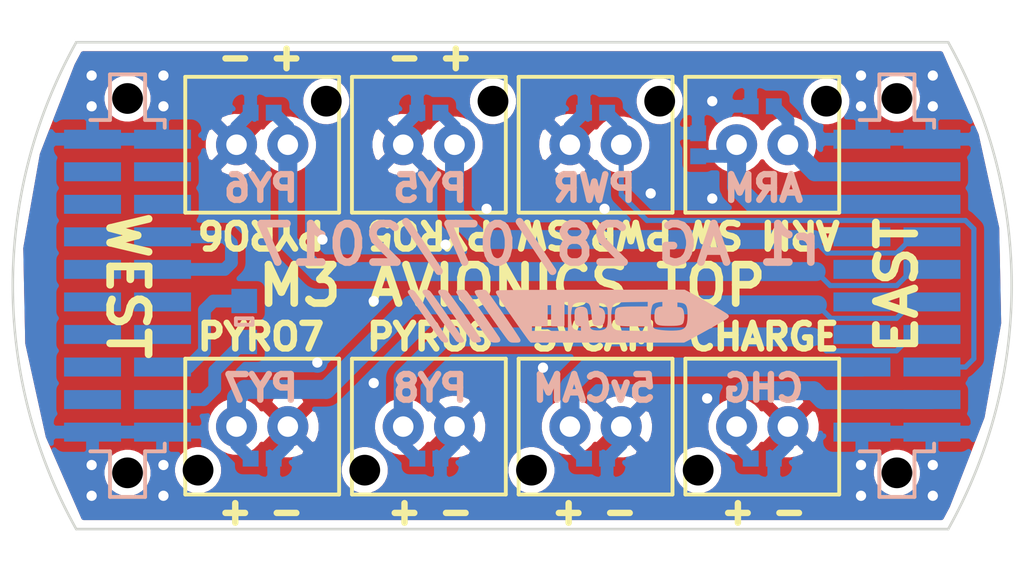
<source format=kicad_pcb>
(kicad_pcb (version 20170123) (host pcbnew no-vcs-found-d3b382c~59~ubuntu16.04.1)

  (general
    (thickness 1.6)
    (drawings 32)
    (tracks 130)
    (zones 0)
    (modules 21)
    (nets 30)
  )

  (page A4)
  (layers
    (0 F.Cu signal)
    (31 B.Cu signal)
    (32 B.Adhes user)
    (33 F.Adhes user)
    (34 B.Paste user)
    (35 F.Paste user)
    (36 B.SilkS user)
    (37 F.SilkS user)
    (38 B.Mask user)
    (39 F.Mask user)
    (40 Dwgs.User user)
    (41 Cmts.User user)
    (42 Eco1.User user)
    (43 Eco2.User user)
    (44 Edge.Cuts user)
    (45 Margin user)
    (46 B.CrtYd user)
    (47 F.CrtYd user)
    (48 B.Fab user)
    (49 F.Fab user)
  )

  (setup
    (last_trace_width 0.2)
    (user_trace_width 0.5)
    (user_trace_width 0.74)
    (trace_clearance 0.16)
    (zone_clearance 0.3)
    (zone_45_only no)
    (trace_min 0.2)
    (segment_width 0.2)
    (edge_width 0.1)
    (via_size 0.8)
    (via_drill 0.4)
    (via_min_size 0.8)
    (via_min_drill 0.4)
    (uvia_size 0.3)
    (uvia_drill 0.1)
    (uvias_allowed no)
    (uvia_min_size 0.2)
    (uvia_min_drill 0.1)
    (pcb_text_width 0.3)
    (pcb_text_size 1.5 1.5)
    (mod_edge_width 0.15)
    (mod_text_size 1 1)
    (mod_text_width 0.15)
    (pad_size 1.5 1.5)
    (pad_drill 0.6)
    (pad_to_mask_clearance 0)
    (aux_axis_origin 0 0)
    (visible_elements FFFFFF1F)
    (pcbplotparams
      (layerselection 0x010f0_ffffffff)
      (usegerberextensions true)
      (excludeedgelayer true)
      (linewidth 0.100000)
      (plotframeref false)
      (viasonmask false)
      (mode 1)
      (useauxorigin false)
      (hpglpennumber 1)
      (hpglpenspeed 20)
      (hpglpendiameter 15)
      (psnegative false)
      (psa4output false)
      (plotreference false)
      (plotvalue false)
      (plotinvisibletext false)
      (padsonsilk false)
      (subtractmaskfromsilk true)
      (outputformat 1)
      (mirror false)
      (drillshape 0)
      (scaleselection 1)
      (outputdirectory gerbers/))
  )

  (net 0 "")
  (net 1 GND)
  (net 2 /3v3_IMU)
  (net 3 /JTMS)
  (net 4 /3v3_RADIO)
  (net 5 /JTCK)
  (net 6 /3v3_FC)
  (net 7 /JTDI)
  (net 8 /3v3_PYRO)
  (net 9 /3v3_DL)
  (net 10 /RSVD1)
  (net 11 /3v3_AUX1)
  (net 12 /5v_CAN)
  (net 13 /3v3_AUX2)
  (net 14 /CAN-)
  (net 15 /RSVD2)
  (net 16 /CAN+)
  (net 17 /CHARGE)
  (net 18 /PWR)
  (net 19 /5v_CAM)
  (net 20 /PYRO8)
  (net 21 /5v_AUX2)
  (net 22 /PYRO7)
  (net 23 /5v_AUX1)
  (net 24 /PYRO6)
  (net 25 /5v_IMU)
  (net 26 /PYRO5)
  (net 27 /5v_RADIO)
  (net 28 /PYRO_SI)
  (net 29 /PYRO_SO)

  (net_class Default "This is the default net class."
    (clearance 0.16)
    (trace_width 0.2)
    (via_dia 0.8)
    (via_drill 0.4)
    (uvia_dia 0.3)
    (uvia_drill 0.1)
    (add_net /3v3_AUX1)
    (add_net /3v3_AUX2)
    (add_net /3v3_DL)
    (add_net /3v3_FC)
    (add_net /3v3_IMU)
    (add_net /3v3_PYRO)
    (add_net /3v3_RADIO)
    (add_net /5v_AUX1)
    (add_net /5v_AUX2)
    (add_net /5v_CAM)
    (add_net /5v_CAN)
    (add_net /5v_IMU)
    (add_net /5v_RADIO)
    (add_net /CAN+)
    (add_net /CAN-)
    (add_net /CHARGE)
    (add_net /JTCK)
    (add_net /JTDI)
    (add_net /JTMS)
    (add_net /PWR)
    (add_net /PYRO5)
    (add_net /PYRO6)
    (add_net /PYRO7)
    (add_net /PYRO8)
    (add_net /PYRO_SI)
    (add_net /PYRO_SO)
    (add_net /RSVD1)
    (add_net /RSVD2)
    (add_net GND)
  )

  (module m3fc:cusf_logo_small (layer B.Cu) (tedit 0) (tstamp 597B57B3)
    (at 102.2 101.2 90)
    (fp_text reference G*** (at 0 0 90) (layer B.SilkS) hide
      (effects (font (thickness 0.3)) (justify mirror))
    )
    (fp_text value LOGO (at 0.75 0 90) (layer B.SilkS) hide
      (effects (font (thickness 0.3)) (justify mirror))
    )
    (fp_poly (pts (xy 0.994954 4.512126) (xy 0.989602 0.864355) (xy 0.988922 0.40392) (xy 0.988277 -0.016045)
      (xy 0.987643 -0.397406) (xy 0.986995 -0.742026) (xy 0.986311 -1.05177) (xy 0.985564 -1.328502)
      (xy 0.98473 -1.574087) (xy 0.983786 -1.790388) (xy 0.982707 -1.979271) (xy 0.981469 -2.142598)
      (xy 0.980047 -2.282235) (xy 0.978417 -2.400047) (xy 0.976555 -2.497896) (xy 0.974436 -2.577648)
      (xy 0.972036 -2.641166) (xy 0.96933 -2.690315) (xy 0.966295 -2.72696) (xy 0.962906 -2.752965)
      (xy 0.959138 -2.770193) (xy 0.954968 -2.780509) (xy 0.950371 -2.785778) (xy 0.945322 -2.787864)
      (xy 0.941917 -2.78838) (xy 0.914543 -2.777381) (xy 0.854647 -2.742682) (xy 0.763974 -2.685439)
      (xy 0.644271 -2.606807) (xy 0.619973 -2.590463) (xy 0.619973 3.704167) (xy 0.47932 3.704167)
      (xy 0.338667 3.704167) (xy 0.338667 3.631461) (xy 0.326661 3.534217) (xy 0.292835 3.462218)
      (xy 0.256067 3.430106) (xy 0.196567 3.411154) (xy 0.110079 3.398639) (xy 0.011547 3.393206)
      (xy -0.084081 3.395505) (xy -0.161859 3.40618) (xy -0.179847 3.411237) (xy -0.225411 3.431516)
      (xy -0.260016 3.461319) (xy -0.285128 3.506146) (xy -0.302211 3.571499) (xy -0.31273 3.66288)
      (xy -0.318149 3.78579) (xy -0.31991 3.93731) (xy -0.318068 4.100152) (xy -0.310808 4.225172)
      (xy -0.297258 4.316636) (xy -0.276542 4.378812) (xy -0.247786 4.415966) (xy -0.21889 4.43041)
      (xy -0.126724 4.45195) (xy -0.045144 4.460393) (xy 0.047676 4.457374) (xy 0.090214 4.453584)
      (xy 0.19419 4.437497) (xy 0.262451 4.410432) (xy 0.301168 4.36756) (xy 0.31651 4.30405)
      (xy 0.3175 4.275667) (xy 0.3175 4.191) (xy 0.457981 4.191) (xy 0.598463 4.191)
      (xy 0.587767 4.324248) (xy 0.570581 4.442159) (xy 0.53731 4.532926) (xy 0.483476 4.599585)
      (xy 0.404605 4.645171) (xy 0.296219 4.672718) (xy 0.153842 4.685261) (xy 0.052917 4.686855)
      (xy -0.124376 4.681019) (xy -0.265316 4.663061) (xy -0.37467 4.63091) (xy -0.457207 4.582497)
      (xy -0.517697 4.515751) (xy -0.560908 4.428601) (xy -0.564409 4.418837) (xy -0.585027 4.329766)
      (xy -0.598139 4.209513) (xy -0.604111 4.067732) (xy -0.603308 3.914082) (xy -0.596096 3.75822)
      (xy -0.582841 3.609802) (xy -0.563909 3.478486) (xy -0.539663 3.373929) (xy -0.523155 3.32901)
      (xy -0.477635 3.272119) (xy -0.401517 3.221679) (xy -0.306533 3.184794) (xy -0.271267 3.176453)
      (xy -0.166129 3.163052) (xy -0.036832 3.157175) (xy 0.099129 3.158807) (xy 0.224259 3.167932)
      (xy 0.286727 3.176972) (xy 0.36528 3.194604) (xy 0.434836 3.215469) (xy 0.467677 3.228956)
      (xy 0.528915 3.284066) (xy 0.573981 3.376693) (xy 0.602049 3.504897) (xy 0.607603 3.55661)
      (xy 0.619973 3.704167) (xy 0.619973 -2.590463) (xy 0.61812 -2.589217) (xy 0.61812 3.132667)
      (xy 0.478393 3.132667) (xy 0.338667 3.132667) (xy 0.337745 2.619375) (xy 0.33665 2.425996)
      (xy 0.333839 2.270419) (xy 0.328872 2.148132) (xy 0.321308 2.054622) (xy 0.310709 1.985377)
      (xy 0.296632 1.935886) (xy 0.27864 1.901636) (xy 0.266312 1.887053) (xy 0.226703 1.869257)
      (xy 0.156521 1.856971) (xy 0.067143 1.850213) (xy -0.030053 1.849004) (xy -0.123692 1.853362)
      (xy -0.202396 1.863308) (xy -0.25479 1.878859) (xy -0.265339 1.886147) (xy -0.286428 1.913758)
      (xy -0.303157 1.952899) (xy -0.315992 2.008212) (xy -0.325403 2.084342) (xy -0.331857 2.185931)
      (xy -0.335821 2.317624) (xy -0.337764 2.484064) (xy -0.338162 2.608792) (xy -0.338666 3.132667)
      (xy -0.477927 3.132667) (xy -0.617187 3.132667) (xy -0.609824 2.513542) (xy -0.607258 2.327543)
      (xy -0.604279 2.179067) (xy -0.600602 2.063305) (xy -0.595941 1.975447) (xy -0.590011 1.910683)
      (xy -0.582527 1.864203) (xy -0.573205 1.831198) (xy -0.568735 1.820333) (xy -0.515076 1.733828)
      (xy -0.441206 1.675442) (xy -0.343971 1.638577) (xy -0.260895 1.623921) (xy -0.149429 1.614662)
      (xy -0.023186 1.610927) (xy 0.104219 1.612845) (xy 0.219171 1.620544) (xy 0.300583 1.632492)
      (xy 0.412066 1.666588) (xy 0.491262 1.717697) (xy 0.546869 1.792221) (xy 0.562507 1.825352)
      (xy 0.573915 1.856978) (xy 0.583059 1.895463) (xy 0.590287 1.946013) (xy 0.59595 2.013831)
      (xy 0.600396 2.104121) (xy 0.603974 2.222087) (xy 0.607034 2.372933) (xy 0.609391 2.524125)
      (xy 0.61812 3.132667) (xy 0.61812 -2.589217) (xy 0.613834 -2.586334) (xy 0.613834 -0.211667)
      (xy 0.613834 -0.09525) (xy 0.613834 0.021167) (xy 0.602885 0.021167) (xy 0.602885 0.512006)
      (xy 0.596344 0.627817) (xy 0.576036 0.727283) (xy 0.543535 0.799314) (xy 0.534519 0.810812)
      (xy 0.485633 0.851877) (xy 0.417233 0.883417) (xy 0.322492 0.907544) (xy 0.194587 0.926371)
      (xy 0.143502 0.931825) (xy -0.006977 0.947088) (xy -0.120529 0.960581) (xy -0.202353 0.974716)
      (xy -0.257646 0.991909) (xy -0.291609 1.014572) (xy -0.30944 1.045122) (xy -0.316337 1.085971)
      (xy -0.317499 1.139534) (xy -0.3175 1.145904) (xy -0.312103 1.235298) (xy -0.291271 1.292888)
      (xy -0.248039 1.328348) (xy -0.175444 1.351349) (xy -0.16851 1.352866) (xy -0.020478 1.374243)
      (xy 0.102417 1.370514) (xy 0.197509 1.342646) (xy 0.262129 1.291606) (xy 0.293613 1.21836)
      (xy 0.296334 1.184338) (xy 0.300799 1.162124) (xy 0.320344 1.149639) (xy 0.364191 1.144169)
      (xy 0.436878 1.143) (xy 0.577423 1.143) (xy 0.56499 1.263463) (xy 0.542122 1.374313)
      (xy 0.495978 1.45597) (xy 0.420424 1.517951) (xy 0.390218 1.534583) (xy 0.351303 1.551674)
      (xy 0.307719 1.563526) (xy 0.251062 1.571051) (xy 0.172928 1.575161) (xy 0.064914 1.576767)
      (xy 0 1.576917) (xy -0.15977 1.574556) (xy -0.283352 1.56625) (xy -0.376693 1.55016)
      (xy -0.445739 1.524451) (xy -0.496435 1.487285) (xy -0.534729 1.436824) (xy -0.550727 1.406769)
      (xy -0.579266 1.317108) (xy -0.594622 1.203787) (xy -0.596345 1.08352) (xy -0.583984 0.97302)
      (xy -0.564255 0.904309) (xy -0.53354 0.852161) (xy -0.486499 0.810315) (xy -0.418299 0.777187)
      (xy -0.324106 0.751191) (xy -0.199089 0.730742) (xy -0.038415 0.714254) (xy 0.03175 0.708788)
      (xy 0.122823 0.699287) (xy 0.202133 0.685868) (xy 0.25691 0.670884) (xy 0.268886 0.66511)
      (xy 0.309907 0.616453) (xy 0.330261 0.545136) (xy 0.331053 0.464027) (xy 0.313384 0.385994)
      (xy 0.278357 0.323906) (xy 0.237059 0.293763) (xy 0.191968 0.285135) (xy 0.116739 0.279581)
      (xy 0.023499 0.277758) (xy -0.038948 0.278818) (xy -0.13885 0.282762) (xy -0.20555 0.288357)
      (xy -0.248175 0.297606) (xy -0.275856 0.312513) (xy -0.297722 0.335081) (xy -0.29824 0.33572)
      (xy -0.327043 0.392847) (xy -0.338666 0.457428) (xy -0.338666 0.529167) (xy -0.478689 0.529167)
      (xy -0.618711 0.529167) (xy -0.603806 0.407458) (xy -0.576386 0.273187) (xy -0.53152 0.176983)
      (xy -0.468901 0.118204) (xy -0.463802 0.115453) (xy -0.377218 0.084504) (xy -0.259589 0.062034)
      (xy -0.121502 0.048835) (xy 0.026457 0.045701) (xy 0.173704 0.053427) (xy 0.247369 0.062129)
      (xy 0.374021 0.088077) (xy 0.465506 0.127674) (xy 0.528323 0.187083) (xy 0.568971 0.272468)
      (xy 0.593951 0.389993) (xy 0.594086 0.390941) (xy 0.602885 0.512006) (xy 0.602885 0.021167)
      (xy 0 0.021167) (xy -0.613833 0.021167) (xy -0.613833 -0.73025) (xy -0.613833 -1.481667)
      (xy -0.47625 -1.481667) (xy -0.338666 -1.481667) (xy -0.338666 -1.17475) (xy -0.338666 -0.867833)
      (xy 0.074084 -0.867833) (xy 0.486834 -0.867833) (xy 0.486834 -0.751417) (xy 0.486834 -0.635)
      (xy 0.074084 -0.635) (xy -0.338666 -0.635) (xy -0.338666 -0.423333) (xy -0.338666 -0.211667)
      (xy 0.137584 -0.211667) (xy 0.613834 -0.211667) (xy 0.613834 -2.586334) (xy 0.497285 -2.507942)
      (xy 0.324761 -2.389998) (xy 0.128447 -2.254132) (xy 0.021167 -2.179316) (xy -0.152243 -2.057837)
      (xy -0.316585 -1.942206) (xy -0.468291 -1.834969) (xy -0.603793 -1.73867) (xy -0.719525 -1.655855)
      (xy -0.81192 -1.589068) (xy -0.877409 -1.540855) (xy -0.912426 -1.51376) (xy -0.915458 -1.5111)
      (xy -0.973666 -1.456911) (xy -0.973666 1.515915) (xy -0.973666 4.488741) (xy -0.918779 4.599162)
      (xy -0.896427 4.641945) (xy -0.856026 4.716999) (xy -0.80015 4.819626) (xy -0.731376 4.945129)
      (xy -0.65228 5.088808) (xy -0.565439 5.245968) (xy -0.473428 5.411909) (xy -0.448599 5.456589)
      (xy -0.343033 5.645957) (xy -0.255703 5.801247) (xy -0.184669 5.925595) (xy -0.127988 6.022138)
      (xy -0.083721 6.094014) (xy -0.049927 6.144359) (xy -0.024663 6.176311) (xy -0.00599 6.193006)
      (xy 0.008034 6.19758) (xy 0.009804 6.197423) (xy 0.027764 6.185613) (xy 0.055897 6.152329)
      (xy 0.095809 6.095027) (xy 0.149108 6.011162) (xy 0.217398 5.898191) (xy 0.302288 5.75357)
      (xy 0.405383 5.574755) (xy 0.428088 5.535083) (xy 0.519916 5.374026) (xy 0.609242 5.216515)
      (xy 0.692818 5.068337) (xy 0.767398 4.935279) (xy 0.829735 4.823128) (xy 0.876582 4.737671)
      (xy 0.899107 4.695521) (xy 0.994954 4.512126) (xy 0.994954 4.512126)) (layer B.SilkS) (width 0.1))
    (fp_poly (pts (xy 0.992455 -3.363004) (xy 0.990416 -3.431445) (xy 0.984431 -3.521917) (xy 0.97447 -3.584698)
      (xy 0.961685 -3.612798) (xy 0.960424 -3.613391) (xy 0.933054 -3.60578) (xy 0.881077 -3.578623)
      (xy 0.814195 -3.537173) (xy 0.791091 -3.521655) (xy 0.583644 -3.379206) (xy 0.377312 -3.236717)
      (xy 0.175343 -3.096486) (xy -0.019017 -2.960811) (xy -0.202519 -2.831988) (xy -0.371917 -2.712316)
      (xy -0.523963 -2.604091) (xy -0.65541 -2.509612) (xy -0.76301 -2.431175) (xy -0.843516 -2.371078)
      (xy -0.89368 -2.331619) (xy -0.904875 -2.321796) (xy -0.939572 -2.286494) (xy -0.960073 -2.253934)
      (xy -0.970102 -2.211636) (xy -0.973385 -2.147124) (xy -0.973666 -2.091348) (xy -0.97293 -2.00854)
      (xy -0.969045 -1.959385) (xy -0.959501 -1.935205) (xy -0.941787 -1.927325) (xy -0.926041 -1.926812)
      (xy -0.90183 -1.938643) (xy -0.846984 -1.972108) (xy -0.76549 -2.024471) (xy -0.661329 -2.093)
      (xy -0.538486 -2.174959) (xy -0.400945 -2.267614) (xy -0.252688 -2.368231) (xy -0.097699 -2.474075)
      (xy 0.060037 -2.582413) (xy 0.216538 -2.690509) (xy 0.36782 -2.79563) (xy 0.509899 -2.895042)
      (xy 0.638791 -2.986008) (xy 0.750514 -3.065797) (xy 0.841083 -3.131672) (xy 0.906515 -3.1809)
      (xy 0.9375 -3.205949) (xy 0.966549 -3.233609) (xy 0.983641 -3.261543) (xy 0.9914 -3.300943)
      (xy 0.992455 -3.363004) (xy 0.992455 -3.363004)) (layer B.SilkS) (width 0.1))
    (fp_poly (pts (xy 0.992199 -4.113405) (xy 0.990412 -4.189997) (xy 0.9904 -4.190272) (xy 0.984093 -4.270389)
      (xy 0.972762 -4.315715) (xy 0.954411 -4.333683) (xy 0.951719 -4.334339) (xy 0.928535 -4.323757)
      (xy 0.874105 -4.291054) (xy 0.791802 -4.238476) (xy 0.685 -4.168269) (xy 0.55707 -4.082678)
      (xy 0.411387 -3.983947) (xy 0.251323 -3.874322) (xy 0.08025 -3.756048) (xy 0.020386 -3.714408)
      (xy -0.154744 -3.592031) (xy -0.320435 -3.475523) (xy -0.47321 -3.367378) (xy -0.609592 -3.270093)
      (xy -0.726105 -3.186161) (xy -0.819272 -3.118078) (xy -0.885617 -3.068339) (xy -0.921662 -3.039438)
      (xy -0.926041 -3.035211) (xy -0.95489 -2.993263) (xy -0.969427 -2.940578) (xy -0.973653 -2.86207)
      (xy -0.973666 -2.855655) (xy -0.968312 -2.771067) (xy -0.950441 -2.724355) (xy -0.917346 -2.712216)
      (xy -0.870094 -2.72929) (xy -0.838586 -2.749033) (xy -0.776971 -2.790191) (xy -0.689398 -2.849854)
      (xy -0.580015 -2.925113) (xy -0.452972 -3.013058) (xy -0.312416 -3.11078) (xy -0.162496 -3.21537)
      (xy -0.007362 -3.323918) (xy 0.148839 -3.433514) (xy 0.301958 -3.54125) (xy 0.447845 -3.644215)
      (xy 0.582353 -3.739501) (xy 0.701334 -3.824198) (xy 0.800637 -3.895396) (xy 0.876115 -3.950187)
      (xy 0.923619 -3.985661) (xy 0.937483 -3.996937) (xy 0.969553 -4.030826) (xy 0.986519 -4.064998)
      (xy 0.992199 -4.113405) (xy 0.992199 -4.113405)) (layer B.SilkS) (width 0.1))
    (fp_poly (pts (xy 0.994834 -4.92596) (xy 0.992604 -4.99205) (xy 0.983617 -5.025823) (xy 0.964423 -5.037161)
      (xy 0.955856 -5.037667) (xy 0.931394 -5.025859) (xy 0.875726 -4.991954) (xy 0.792258 -4.938228)
      (xy 0.684395 -4.866958) (xy 0.555543 -4.780421) (xy 0.409109 -4.680891) (xy 0.248499 -4.570647)
      (xy 0.077118 -4.451965) (xy 0.019231 -4.411651) (xy -0.155708 -4.289432) (xy -0.321253 -4.173358)
      (xy -0.473926 -4.065897) (xy -0.610252 -3.969514) (xy -0.726754 -3.886676) (xy -0.819954 -3.81985)
      (xy -0.886377 -3.771503) (xy -0.922544 -3.744102) (xy -0.926962 -3.740346) (xy -0.955611 -3.70654)
      (xy -0.968768 -3.665392) (xy -0.970376 -3.601774) (xy -0.969295 -3.577904) (xy -0.963838 -3.510443)
      (xy -0.95382 -3.475413) (xy -0.934935 -3.462911) (xy -0.918919 -3.462059) (xy -0.893421 -3.474166)
      (xy -0.837446 -3.50812) (xy -0.754968 -3.561161) (xy -0.64996 -3.630532) (xy -0.526394 -3.713472)
      (xy -0.388244 -3.807225) (xy -0.239481 -3.90903) (xy -0.08408 -4.01613) (xy 0.073989 -4.125765)
      (xy 0.230751 -4.235178) (xy 0.382233 -4.341609) (xy 0.524464 -4.4423) (xy 0.653471 -4.534492)
      (xy 0.76528 -4.615426) (xy 0.855919 -4.682344) (xy 0.921415 -4.732487) (xy 0.957795 -4.763097)
      (xy 0.963054 -4.768881) (xy 0.983116 -4.820395) (xy 0.993914 -4.895912) (xy 0.994834 -4.92596)
      (xy 0.994834 -4.92596)) (layer B.SilkS) (width 0.1))
    (fp_poly (pts (xy 0.996748 -5.594801) (xy 0.983434 -5.636726) (xy 0.957253 -5.6515) (xy 0.933072 -5.639695)
      (xy 0.877671 -5.605795) (xy 0.794447 -5.552075) (xy 0.686797 -5.480809) (xy 0.558118 -5.39427)
      (xy 0.411806 -5.294732) (xy 0.251259 -5.184469) (xy 0.079873 -5.065756) (xy 0.020628 -5.024494)
      (xy -0.154397 -4.902236) (xy -0.319999 -4.786186) (xy -0.472711 -4.678802) (xy -0.609064 -4.582539)
      (xy -0.72559 -4.499853) (xy -0.81882 -4.433202) (xy -0.885286 -4.385041) (xy -0.92152 -4.357826)
      (xy -0.926041 -4.354055) (xy -0.955331 -4.310728) (xy -0.972459 -4.25345) (xy -0.976654 -4.195206)
      (xy -0.967148 -4.148978) (xy -0.943166 -4.127751) (xy -0.939492 -4.1275) (xy -0.916685 -4.139257)
      (xy -0.863234 -4.172714) (xy -0.783073 -4.225147) (xy -0.680136 -4.293835) (xy -0.558359 -4.376054)
      (xy -0.421674 -4.469082) (xy -0.274018 -4.570196) (xy -0.119323 -4.676674) (xy 0.038476 -4.785792)
      (xy 0.195444 -4.894828) (xy 0.347647 -5.00106) (xy 0.491151 -5.101765) (xy 0.622021 -5.194219)
      (xy 0.736324 -5.275701) (xy 0.830124 -5.343488) (xy 0.899488 -5.394856) (xy 0.94048 -5.427085)
      (xy 0.947209 -5.433151) (xy 0.978047 -5.48023) (xy 0.994756 -5.538374) (xy 0.996748 -5.594801)
      (xy 0.996748 -5.594801)) (layer B.SilkS) (width 0.1))
    (fp_poly (pts (xy 0.995736 -6.138875) (xy 0.993366 -6.187746) (xy 0.972523 -6.218489) (xy 0.954842 -6.223)
      (xy 0.930121 -6.211207) (xy 0.874208 -6.177355) (xy 0.790543 -6.123733) (xy 0.682563 -6.052633)
      (xy 0.553707 -5.966343) (xy 0.407414 -5.867155) (xy 0.247121 -5.757357) (xy 0.076267 -5.63924)
      (xy 0.0288 -5.60624) (xy -0.145473 -5.484672) (xy -0.310662 -5.368944) (xy -0.46321 -5.26158)
      (xy -0.59956 -5.165108) (xy -0.716156 -5.082054) (xy -0.809441 -5.014943) (xy -0.875858 -4.966302)
      (xy -0.911851 -4.938657) (xy -0.915458 -4.93553) (xy -0.961704 -4.873875) (xy -0.973666 -4.808989)
      (xy -0.9702 -4.760576) (xy -0.95438 -4.743531) (xy -0.925712 -4.745565) (xy -0.901117 -4.75881)
      (xy -0.845893 -4.793668) (xy -0.764029 -4.847387) (xy -0.659512 -4.917211) (xy -0.536331 -5.000388)
      (xy -0.398474 -5.094163) (xy -0.24993 -5.195783) (xy -0.094686 -5.302495) (xy 0.06327 -5.411543)
      (xy 0.219948 -5.520175) (xy 0.371361 -5.625637) (xy 0.513521 -5.725175) (xy 0.64244 -5.816035)
      (xy 0.754128 -5.895464) (xy 0.844598 -5.960707) (xy 0.909862 -6.009012) (xy 0.945932 -6.037623)
      (xy 0.947209 -6.03877) (xy 0.98017 -6.084882) (xy 0.995736 -6.138875) (xy 0.995736 -6.138875)) (layer B.SilkS) (width 0.1))
  )

  (module agg:0402 (layer B.Cu) (tedit 57654490) (tstamp 597AFAC3)
    (at 107.25 94.5 90)
    (path /597A98DD)
    (fp_text reference D6 (at -1.71 0) (layer B.Fab)
      (effects (font (size 1 1) (thickness 0.15)) (justify mirror))
    )
    (fp_text value ESD_DIODE (at 1.71 0) (layer B.Fab)
      (effects (font (size 1 1) (thickness 0.15)) (justify mirror))
    )
    (fp_line (start -1.05 -0.6) (end -1.05 0.6) (layer B.CrtYd) (width 0.01))
    (fp_line (start 1.05 -0.6) (end -1.05 -0.6) (layer B.CrtYd) (width 0.01))
    (fp_line (start 1.05 0.6) (end 1.05 -0.6) (layer B.CrtYd) (width 0.01))
    (fp_line (start -1.05 0.6) (end 1.05 0.6) (layer B.CrtYd) (width 0.01))
    (fp_line (start 0.2 0.25) (end 0.2 -0.25) (layer B.Fab) (width 0.01))
    (fp_line (start -0.2 0.25) (end -0.2 -0.25) (layer B.Fab) (width 0.01))
    (fp_line (start -0.5 -0.25) (end -0.5 0.25) (layer B.Fab) (width 0.01))
    (fp_line (start 0.5 -0.25) (end -0.5 -0.25) (layer B.Fab) (width 0.01))
    (fp_line (start 0.5 0.25) (end 0.5 -0.25) (layer B.Fab) (width 0.01))
    (fp_line (start -0.5 0.25) (end 0.5 0.25) (layer B.Fab) (width 0.01))
    (pad 2 smd rect (at 0.45 0 90) (size 0.62 0.62) (layers B.Cu B.Paste B.Mask)
      (net 1 GND))
    (pad 1 smd rect (at -0.45 0 90) (size 0.62 0.62) (layers B.Cu B.Paste B.Mask)
      (net 28 /PYRO_SI))
    (model ${KISYS3DMOD}/Resistors_SMD.3dshapes/R_0402.wrl
      (at (xyz 0 0 0))
      (scale (xyz 1 1 1))
      (rotate (xyz 0 0 0))
    )
  )

  (module agg:0603 (layer B.Cu) (tedit 57654490) (tstamp 597B1068)
    (at 89.55 101.4 270)
    (path /597AA960)
    (fp_text reference R1 (at -2.225 0 180) (layer B.Fab)
      (effects (font (size 1 1) (thickness 0.15)) (justify mirror))
    )
    (fp_text value 120 (at 2.225 0 180) (layer B.Fab)
      (effects (font (size 1 1) (thickness 0.15)) (justify mirror))
    )
    (fp_line (start -0.8 0.4) (end 0.8 0.4) (layer B.Fab) (width 0.01))
    (fp_line (start 0.8 0.4) (end 0.8 -0.4) (layer B.Fab) (width 0.01))
    (fp_line (start 0.8 -0.4) (end -0.8 -0.4) (layer B.Fab) (width 0.01))
    (fp_line (start -0.8 -0.4) (end -0.8 0.4) (layer B.Fab) (width 0.01))
    (fp_line (start -0.45 0.4) (end -0.45 -0.4) (layer B.Fab) (width 0.01))
    (fp_line (start 0.45 0.4) (end 0.45 -0.4) (layer B.Fab) (width 0.01))
    (fp_line (start -0.125 0.325) (end 0.125 0.325) (layer B.SilkS) (width 0.15))
    (fp_line (start 0.125 0.325) (end 0.125 -0.325) (layer B.SilkS) (width 0.15))
    (fp_line (start 0.125 -0.325) (end -0.125 -0.325) (layer B.SilkS) (width 0.15))
    (fp_line (start -0.125 -0.325) (end -0.125 0.325) (layer B.SilkS) (width 0.15))
    (fp_line (start -1.55 0.75) (end 1.55 0.75) (layer B.CrtYd) (width 0.01))
    (fp_line (start 1.55 0.75) (end 1.55 -0.75) (layer B.CrtYd) (width 0.01))
    (fp_line (start 1.55 -0.75) (end -1.55 -0.75) (layer B.CrtYd) (width 0.01))
    (fp_line (start -1.55 -0.75) (end -1.55 0.75) (layer B.CrtYd) (width 0.01))
    (pad 1 smd rect (at -0.8 0 270) (size 0.95 1) (layers B.Cu B.Paste B.Mask)
      (net 14 /CAN-))
    (pad 2 smd rect (at 0.8 0 270) (size 0.95 1) (layers B.Cu B.Paste B.Mask)
      (net 16 /CAN+))
    (model ${KISYS3DMOD}/Resistors_SMD.3dshapes/R_0603.wrl
      (at (xyz 0 0 0))
      (scale (xyz 1 1 1))
      (rotate (xyz 0 0 0))
    )
  )

  (module agg:0402 (layer B.Cu) (tedit 57654490) (tstamp 597AFA95)
    (at 109.75 93 180)
    (path /597A9CEB)
    (fp_text reference D7 (at -1.71 0 90) (layer B.Fab)
      (effects (font (size 1 1) (thickness 0.15)) (justify mirror))
    )
    (fp_text value ESD_DIODE (at 1.71 0 90) (layer B.Fab)
      (effects (font (size 1 1) (thickness 0.15)) (justify mirror))
    )
    (fp_line (start -0.5 0.25) (end 0.5 0.25) (layer B.Fab) (width 0.01))
    (fp_line (start 0.5 0.25) (end 0.5 -0.25) (layer B.Fab) (width 0.01))
    (fp_line (start 0.5 -0.25) (end -0.5 -0.25) (layer B.Fab) (width 0.01))
    (fp_line (start -0.5 -0.25) (end -0.5 0.25) (layer B.Fab) (width 0.01))
    (fp_line (start -0.2 0.25) (end -0.2 -0.25) (layer B.Fab) (width 0.01))
    (fp_line (start 0.2 0.25) (end 0.2 -0.25) (layer B.Fab) (width 0.01))
    (fp_line (start -1.05 0.6) (end 1.05 0.6) (layer B.CrtYd) (width 0.01))
    (fp_line (start 1.05 0.6) (end 1.05 -0.6) (layer B.CrtYd) (width 0.01))
    (fp_line (start 1.05 -0.6) (end -1.05 -0.6) (layer B.CrtYd) (width 0.01))
    (fp_line (start -1.05 -0.6) (end -1.05 0.6) (layer B.CrtYd) (width 0.01))
    (pad 1 smd rect (at -0.45 0 180) (size 0.62 0.62) (layers B.Cu B.Paste B.Mask)
      (net 29 /PYRO_SO))
    (pad 2 smd rect (at 0.45 0 180) (size 0.62 0.62) (layers B.Cu B.Paste B.Mask)
      (net 1 GND))
    (model ${KISYS3DMOD}/Resistors_SMD.3dshapes/R_0402.wrl
      (at (xyz 0 0 0))
      (scale (xyz 1 1 1))
      (rotate (xyz 0 0 0))
    )
  )

  (module agg:0402 (layer B.Cu) (tedit 57654490) (tstamp 597AFA67)
    (at 103.25 93.25 180)
    (path /597AA033)
    (fp_text reference D8 (at -1.71 0 90) (layer B.Fab)
      (effects (font (size 1 1) (thickness 0.15)) (justify mirror))
    )
    (fp_text value ESD_DIODE (at 1.71 0 90) (layer B.Fab)
      (effects (font (size 1 1) (thickness 0.15)) (justify mirror))
    )
    (fp_line (start -1.05 -0.6) (end -1.05 0.6) (layer B.CrtYd) (width 0.01))
    (fp_line (start 1.05 -0.6) (end -1.05 -0.6) (layer B.CrtYd) (width 0.01))
    (fp_line (start 1.05 0.6) (end 1.05 -0.6) (layer B.CrtYd) (width 0.01))
    (fp_line (start -1.05 0.6) (end 1.05 0.6) (layer B.CrtYd) (width 0.01))
    (fp_line (start 0.2 0.25) (end 0.2 -0.25) (layer B.Fab) (width 0.01))
    (fp_line (start -0.2 0.25) (end -0.2 -0.25) (layer B.Fab) (width 0.01))
    (fp_line (start -0.5 -0.25) (end -0.5 0.25) (layer B.Fab) (width 0.01))
    (fp_line (start 0.5 -0.25) (end -0.5 -0.25) (layer B.Fab) (width 0.01))
    (fp_line (start 0.5 0.25) (end 0.5 -0.25) (layer B.Fab) (width 0.01))
    (fp_line (start -0.5 0.25) (end 0.5 0.25) (layer B.Fab) (width 0.01))
    (pad 2 smd rect (at 0.45 0 180) (size 0.62 0.62) (layers B.Cu B.Paste B.Mask)
      (net 1 GND))
    (pad 1 smd rect (at -0.45 0 180) (size 0.62 0.62) (layers B.Cu B.Paste B.Mask)
      (net 18 /PWR))
    (model ${KISYS3DMOD}/Resistors_SMD.3dshapes/R_0402.wrl
      (at (xyz 0 0 0))
      (scale (xyz 1 1 1))
      (rotate (xyz 0 0 0))
    )
  )

  (module agg:0402 (layer B.Cu) (tedit 57654490) (tstamp 597AFA39)
    (at 109.75 106.75)
    (path /597AA307)
    (fp_text reference D9 (at -1.71 0 -90) (layer B.Fab)
      (effects (font (size 1 1) (thickness 0.15)) (justify mirror))
    )
    (fp_text value ESD_DIODE (at 1.71 0 -90) (layer B.Fab)
      (effects (font (size 1 1) (thickness 0.15)) (justify mirror))
    )
    (fp_line (start -0.5 0.25) (end 0.5 0.25) (layer B.Fab) (width 0.01))
    (fp_line (start 0.5 0.25) (end 0.5 -0.25) (layer B.Fab) (width 0.01))
    (fp_line (start 0.5 -0.25) (end -0.5 -0.25) (layer B.Fab) (width 0.01))
    (fp_line (start -0.5 -0.25) (end -0.5 0.25) (layer B.Fab) (width 0.01))
    (fp_line (start -0.2 0.25) (end -0.2 -0.25) (layer B.Fab) (width 0.01))
    (fp_line (start 0.2 0.25) (end 0.2 -0.25) (layer B.Fab) (width 0.01))
    (fp_line (start -1.05 0.6) (end 1.05 0.6) (layer B.CrtYd) (width 0.01))
    (fp_line (start 1.05 0.6) (end 1.05 -0.6) (layer B.CrtYd) (width 0.01))
    (fp_line (start 1.05 -0.6) (end -1.05 -0.6) (layer B.CrtYd) (width 0.01))
    (fp_line (start -1.05 -0.6) (end -1.05 0.6) (layer B.CrtYd) (width 0.01))
    (pad 1 smd rect (at -0.45 0) (size 0.62 0.62) (layers B.Cu B.Paste B.Mask)
      (net 17 /CHARGE))
    (pad 2 smd rect (at 0.45 0) (size 0.62 0.62) (layers B.Cu B.Paste B.Mask)
      (net 1 GND))
    (model ${KISYS3DMOD}/Resistors_SMD.3dshapes/R_0402.wrl
      (at (xyz 0 0 0))
      (scale (xyz 1 1 1))
      (rotate (xyz 0 0 0))
    )
  )

  (module agg:B02B-PASK (layer F.Cu) (tedit 56875926) (tstamp 597AF993)
    (at 109.75 105.5 180)
    (path /597AA2F6)
    (fp_text reference J10 (at 0 -3.6 180) (layer F.Fab)
      (effects (font (size 1 1) (thickness 0.15)))
    )
    (fp_text value CHARGE (at 0 3.6 180) (layer F.Fab)
      (effects (font (size 1 1) (thickness 0.15)))
    )
    (fp_line (start -3 -2.65) (end 3 -2.65) (layer F.SilkS) (width 0.15))
    (fp_line (start 3 -2.65) (end 3 2.65) (layer F.SilkS) (width 0.15))
    (fp_line (start 3 2.65) (end -3 2.65) (layer F.SilkS) (width 0.15))
    (fp_line (start -3 2.65) (end -3 -2.65) (layer F.SilkS) (width 0.15))
    (fp_line (start -3 -2.65) (end 3 -2.65) (layer F.Fab) (width 0.01))
    (fp_line (start 3 -2.65) (end 3 2.65) (layer F.Fab) (width 0.01))
    (fp_line (start 3 2.65) (end -3 2.65) (layer F.Fab) (width 0.01))
    (fp_line (start -3 2.65) (end -3 -2.65) (layer F.Fab) (width 0.01))
    (fp_line (start 2.1 -2.1) (end 2.9 -2.1) (layer F.Fab) (width 0.01))
    (fp_line (start 2.9 -2.1) (end 2.9 -1.3) (layer F.Fab) (width 0.01))
    (fp_line (start 2.9 -1.3) (end 2.1 -1.3) (layer F.Fab) (width 0.01))
    (fp_line (start 2.1 -1.3) (end 2.1 -2.1) (layer F.Fab) (width 0.01))
    (fp_line (start 0.75 -0.25) (end 1.25 -0.25) (layer F.Fab) (width 0.01))
    (fp_line (start 1.25 -0.25) (end 1.25 0.25) (layer F.Fab) (width 0.01))
    (fp_line (start 1.25 0.25) (end 0.75 0.25) (layer F.Fab) (width 0.01))
    (fp_line (start 0.75 0.25) (end 0.75 -0.25) (layer F.Fab) (width 0.01))
    (fp_line (start -1.25 -0.25) (end -0.75 -0.25) (layer F.Fab) (width 0.01))
    (fp_line (start -0.75 -0.25) (end -0.75 0.25) (layer F.Fab) (width 0.01))
    (fp_line (start -0.75 0.25) (end -1.25 0.25) (layer F.Fab) (width 0.01))
    (fp_line (start -1.25 0.25) (end -1.25 -0.25) (layer F.Fab) (width 0.01))
    (fp_line (start -3.25 -2.9) (end 3.25 -2.9) (layer F.CrtYd) (width 0.01))
    (fp_line (start 3.25 -2.9) (end 3.25 2.9) (layer F.CrtYd) (width 0.01))
    (fp_line (start 3.25 2.9) (end -3.25 2.9) (layer F.CrtYd) (width 0.01))
    (fp_line (start -3.25 2.9) (end -3.25 -2.9) (layer F.CrtYd) (width 0.01))
    (pad "" np_thru_hole circle (at 2.5 -1.7 180) (size 1.2 1.2) (drill 1.2) (layers *.Mask))
    (pad 1 thru_hole circle (at 1 0 180) (size 1.6 1.6) (drill 0.8) (layers *.Cu *.Mask)
      (net 17 /CHARGE))
    (pad 2 thru_hole circle (at -1 0 180) (size 1.6 1.6) (drill 0.8) (layers *.Cu *.Mask)
      (net 1 GND))
  )

  (module agg:B02B-PASK (layer F.Cu) (tedit 56875926) (tstamp 597AF938)
    (at 103.25 94.5)
    (path /597AA022)
    (fp_text reference J9 (at 0 -3.6) (layer F.Fab)
      (effects (font (size 1 1) (thickness 0.15)))
    )
    (fp_text value PWR (at 0 3.6) (layer F.Fab)
      (effects (font (size 1 1) (thickness 0.15)))
    )
    (fp_line (start -3.25 2.9) (end -3.25 -2.9) (layer F.CrtYd) (width 0.01))
    (fp_line (start 3.25 2.9) (end -3.25 2.9) (layer F.CrtYd) (width 0.01))
    (fp_line (start 3.25 -2.9) (end 3.25 2.9) (layer F.CrtYd) (width 0.01))
    (fp_line (start -3.25 -2.9) (end 3.25 -2.9) (layer F.CrtYd) (width 0.01))
    (fp_line (start -1.25 0.25) (end -1.25 -0.25) (layer F.Fab) (width 0.01))
    (fp_line (start -0.75 0.25) (end -1.25 0.25) (layer F.Fab) (width 0.01))
    (fp_line (start -0.75 -0.25) (end -0.75 0.25) (layer F.Fab) (width 0.01))
    (fp_line (start -1.25 -0.25) (end -0.75 -0.25) (layer F.Fab) (width 0.01))
    (fp_line (start 0.75 0.25) (end 0.75 -0.25) (layer F.Fab) (width 0.01))
    (fp_line (start 1.25 0.25) (end 0.75 0.25) (layer F.Fab) (width 0.01))
    (fp_line (start 1.25 -0.25) (end 1.25 0.25) (layer F.Fab) (width 0.01))
    (fp_line (start 0.75 -0.25) (end 1.25 -0.25) (layer F.Fab) (width 0.01))
    (fp_line (start 2.1 -1.3) (end 2.1 -2.1) (layer F.Fab) (width 0.01))
    (fp_line (start 2.9 -1.3) (end 2.1 -1.3) (layer F.Fab) (width 0.01))
    (fp_line (start 2.9 -2.1) (end 2.9 -1.3) (layer F.Fab) (width 0.01))
    (fp_line (start 2.1 -2.1) (end 2.9 -2.1) (layer F.Fab) (width 0.01))
    (fp_line (start -3 2.65) (end -3 -2.65) (layer F.Fab) (width 0.01))
    (fp_line (start 3 2.65) (end -3 2.65) (layer F.Fab) (width 0.01))
    (fp_line (start 3 -2.65) (end 3 2.65) (layer F.Fab) (width 0.01))
    (fp_line (start -3 -2.65) (end 3 -2.65) (layer F.Fab) (width 0.01))
    (fp_line (start -3 2.65) (end -3 -2.65) (layer F.SilkS) (width 0.15))
    (fp_line (start 3 2.65) (end -3 2.65) (layer F.SilkS) (width 0.15))
    (fp_line (start 3 -2.65) (end 3 2.65) (layer F.SilkS) (width 0.15))
    (fp_line (start -3 -2.65) (end 3 -2.65) (layer F.SilkS) (width 0.15))
    (pad 2 thru_hole circle (at -1 0) (size 1.6 1.6) (drill 0.8) (layers *.Cu *.Mask)
      (net 1 GND))
    (pad 1 thru_hole circle (at 1 0) (size 1.6 1.6) (drill 0.8) (layers *.Cu *.Mask)
      (net 18 /PWR))
    (pad "" np_thru_hole circle (at 2.5 -1.7) (size 1.2 1.2) (drill 1.2) (layers *.Mask))
  )

  (module agg:B02B-PASK (layer F.Cu) (tedit 56875926) (tstamp 597AF8DD)
    (at 109.75 94.5)
    (path /597A98CC)
    (fp_text reference J8 (at 0 -3.6) (layer F.Fab)
      (effects (font (size 1 1) (thickness 0.15)))
    )
    (fp_text value ARM (at 0 3.6) (layer F.Fab)
      (effects (font (size 1 1) (thickness 0.15)))
    )
    (fp_line (start -3 -2.65) (end 3 -2.65) (layer F.SilkS) (width 0.15))
    (fp_line (start 3 -2.65) (end 3 2.65) (layer F.SilkS) (width 0.15))
    (fp_line (start 3 2.65) (end -3 2.65) (layer F.SilkS) (width 0.15))
    (fp_line (start -3 2.65) (end -3 -2.65) (layer F.SilkS) (width 0.15))
    (fp_line (start -3 -2.65) (end 3 -2.65) (layer F.Fab) (width 0.01))
    (fp_line (start 3 -2.65) (end 3 2.65) (layer F.Fab) (width 0.01))
    (fp_line (start 3 2.65) (end -3 2.65) (layer F.Fab) (width 0.01))
    (fp_line (start -3 2.65) (end -3 -2.65) (layer F.Fab) (width 0.01))
    (fp_line (start 2.1 -2.1) (end 2.9 -2.1) (layer F.Fab) (width 0.01))
    (fp_line (start 2.9 -2.1) (end 2.9 -1.3) (layer F.Fab) (width 0.01))
    (fp_line (start 2.9 -1.3) (end 2.1 -1.3) (layer F.Fab) (width 0.01))
    (fp_line (start 2.1 -1.3) (end 2.1 -2.1) (layer F.Fab) (width 0.01))
    (fp_line (start 0.75 -0.25) (end 1.25 -0.25) (layer F.Fab) (width 0.01))
    (fp_line (start 1.25 -0.25) (end 1.25 0.25) (layer F.Fab) (width 0.01))
    (fp_line (start 1.25 0.25) (end 0.75 0.25) (layer F.Fab) (width 0.01))
    (fp_line (start 0.75 0.25) (end 0.75 -0.25) (layer F.Fab) (width 0.01))
    (fp_line (start -1.25 -0.25) (end -0.75 -0.25) (layer F.Fab) (width 0.01))
    (fp_line (start -0.75 -0.25) (end -0.75 0.25) (layer F.Fab) (width 0.01))
    (fp_line (start -0.75 0.25) (end -1.25 0.25) (layer F.Fab) (width 0.01))
    (fp_line (start -1.25 0.25) (end -1.25 -0.25) (layer F.Fab) (width 0.01))
    (fp_line (start -3.25 -2.9) (end 3.25 -2.9) (layer F.CrtYd) (width 0.01))
    (fp_line (start 3.25 -2.9) (end 3.25 2.9) (layer F.CrtYd) (width 0.01))
    (fp_line (start 3.25 2.9) (end -3.25 2.9) (layer F.CrtYd) (width 0.01))
    (fp_line (start -3.25 2.9) (end -3.25 -2.9) (layer F.CrtYd) (width 0.01))
    (pad "" np_thru_hole circle (at 2.5 -1.7) (size 1.2 1.2) (drill 1.2) (layers *.Mask))
    (pad 1 thru_hole circle (at 1 0) (size 1.6 1.6) (drill 0.8) (layers *.Cu *.Mask)
      (net 29 /PYRO_SO))
    (pad 2 thru_hole circle (at -1 0) (size 1.6 1.6) (drill 0.8) (layers *.Cu *.Mask)
      (net 28 /PYRO_SI))
  )

  (module agg:0402 (layer B.Cu) (tedit 57654490) (tstamp 597AEAC4)
    (at 103.25 106.75)
    (path /597A921A)
    (fp_text reference D5 (at -1.71 0 -90) (layer B.Fab)
      (effects (font (size 1 1) (thickness 0.15)) (justify mirror))
    )
    (fp_text value ESD_DIODE (at 1.71 0 -90) (layer B.Fab)
      (effects (font (size 1 1) (thickness 0.15)) (justify mirror))
    )
    (fp_line (start -0.5 0.25) (end 0.5 0.25) (layer B.Fab) (width 0.01))
    (fp_line (start 0.5 0.25) (end 0.5 -0.25) (layer B.Fab) (width 0.01))
    (fp_line (start 0.5 -0.25) (end -0.5 -0.25) (layer B.Fab) (width 0.01))
    (fp_line (start -0.5 -0.25) (end -0.5 0.25) (layer B.Fab) (width 0.01))
    (fp_line (start -0.2 0.25) (end -0.2 -0.25) (layer B.Fab) (width 0.01))
    (fp_line (start 0.2 0.25) (end 0.2 -0.25) (layer B.Fab) (width 0.01))
    (fp_line (start -1.05 0.6) (end 1.05 0.6) (layer B.CrtYd) (width 0.01))
    (fp_line (start 1.05 0.6) (end 1.05 -0.6) (layer B.CrtYd) (width 0.01))
    (fp_line (start 1.05 -0.6) (end -1.05 -0.6) (layer B.CrtYd) (width 0.01))
    (fp_line (start -1.05 -0.6) (end -1.05 0.6) (layer B.CrtYd) (width 0.01))
    (pad 1 smd rect (at -0.45 0) (size 0.62 0.62) (layers B.Cu B.Paste B.Mask)
      (net 19 /5v_CAM))
    (pad 2 smd rect (at 0.45 0) (size 0.62 0.62) (layers B.Cu B.Paste B.Mask)
      (net 1 GND))
    (model ${KISYS3DMOD}/Resistors_SMD.3dshapes/R_0402.wrl
      (at (xyz 0 0 0))
      (scale (xyz 1 1 1))
      (rotate (xyz 0 0 0))
    )
  )

  (module agg:0402 (layer B.Cu) (tedit 57654490) (tstamp 597AEA96)
    (at 96.75 106.75)
    (path /597A8C2E)
    (fp_text reference D4 (at -1.71 0 -90) (layer B.Fab)
      (effects (font (size 1 1) (thickness 0.15)) (justify mirror))
    )
    (fp_text value ESD_DIODE (at 1.71 0 -90) (layer B.Fab)
      (effects (font (size 1 1) (thickness 0.15)) (justify mirror))
    )
    (fp_line (start -1.05 -0.6) (end -1.05 0.6) (layer B.CrtYd) (width 0.01))
    (fp_line (start 1.05 -0.6) (end -1.05 -0.6) (layer B.CrtYd) (width 0.01))
    (fp_line (start 1.05 0.6) (end 1.05 -0.6) (layer B.CrtYd) (width 0.01))
    (fp_line (start -1.05 0.6) (end 1.05 0.6) (layer B.CrtYd) (width 0.01))
    (fp_line (start 0.2 0.25) (end 0.2 -0.25) (layer B.Fab) (width 0.01))
    (fp_line (start -0.2 0.25) (end -0.2 -0.25) (layer B.Fab) (width 0.01))
    (fp_line (start -0.5 -0.25) (end -0.5 0.25) (layer B.Fab) (width 0.01))
    (fp_line (start 0.5 -0.25) (end -0.5 -0.25) (layer B.Fab) (width 0.01))
    (fp_line (start 0.5 0.25) (end 0.5 -0.25) (layer B.Fab) (width 0.01))
    (fp_line (start -0.5 0.25) (end 0.5 0.25) (layer B.Fab) (width 0.01))
    (pad 2 smd rect (at 0.45 0) (size 0.62 0.62) (layers B.Cu B.Paste B.Mask)
      (net 1 GND))
    (pad 1 smd rect (at -0.45 0) (size 0.62 0.62) (layers B.Cu B.Paste B.Mask)
      (net 20 /PYRO8))
    (model ${KISYS3DMOD}/Resistors_SMD.3dshapes/R_0402.wrl
      (at (xyz 0 0 0))
      (scale (xyz 1 1 1))
      (rotate (xyz 0 0 0))
    )
  )

  (module agg:0402 (layer B.Cu) (tedit 57654490) (tstamp 597AEA68)
    (at 90.25 106.75)
    (path /597A8C06)
    (fp_text reference D3 (at -1.71 0 -90) (layer B.Fab)
      (effects (font (size 1 1) (thickness 0.15)) (justify mirror))
    )
    (fp_text value ESD_DIODE (at 1.71 0 -90) (layer B.Fab)
      (effects (font (size 1 1) (thickness 0.15)) (justify mirror))
    )
    (fp_line (start -0.5 0.25) (end 0.5 0.25) (layer B.Fab) (width 0.01))
    (fp_line (start 0.5 0.25) (end 0.5 -0.25) (layer B.Fab) (width 0.01))
    (fp_line (start 0.5 -0.25) (end -0.5 -0.25) (layer B.Fab) (width 0.01))
    (fp_line (start -0.5 -0.25) (end -0.5 0.25) (layer B.Fab) (width 0.01))
    (fp_line (start -0.2 0.25) (end -0.2 -0.25) (layer B.Fab) (width 0.01))
    (fp_line (start 0.2 0.25) (end 0.2 -0.25) (layer B.Fab) (width 0.01))
    (fp_line (start -1.05 0.6) (end 1.05 0.6) (layer B.CrtYd) (width 0.01))
    (fp_line (start 1.05 0.6) (end 1.05 -0.6) (layer B.CrtYd) (width 0.01))
    (fp_line (start 1.05 -0.6) (end -1.05 -0.6) (layer B.CrtYd) (width 0.01))
    (fp_line (start -1.05 -0.6) (end -1.05 0.6) (layer B.CrtYd) (width 0.01))
    (pad 1 smd rect (at -0.45 0) (size 0.62 0.62) (layers B.Cu B.Paste B.Mask)
      (net 22 /PYRO7))
    (pad 2 smd rect (at 0.45 0) (size 0.62 0.62) (layers B.Cu B.Paste B.Mask)
      (net 1 GND))
    (model ${KISYS3DMOD}/Resistors_SMD.3dshapes/R_0402.wrl
      (at (xyz 0 0 0))
      (scale (xyz 1 1 1))
      (rotate (xyz 0 0 0))
    )
  )

  (module agg:0402 (layer B.Cu) (tedit 57654490) (tstamp 597AEA3A)
    (at 90.25 93.25 180)
    (path /597A8BE0)
    (fp_text reference D2 (at -1.71 0 90) (layer B.Fab)
      (effects (font (size 1 1) (thickness 0.15)) (justify mirror))
    )
    (fp_text value ESD_DIODE (at 1.71 0 90) (layer B.Fab)
      (effects (font (size 1 1) (thickness 0.15)) (justify mirror))
    )
    (fp_line (start -1.05 -0.6) (end -1.05 0.6) (layer B.CrtYd) (width 0.01))
    (fp_line (start 1.05 -0.6) (end -1.05 -0.6) (layer B.CrtYd) (width 0.01))
    (fp_line (start 1.05 0.6) (end 1.05 -0.6) (layer B.CrtYd) (width 0.01))
    (fp_line (start -1.05 0.6) (end 1.05 0.6) (layer B.CrtYd) (width 0.01))
    (fp_line (start 0.2 0.25) (end 0.2 -0.25) (layer B.Fab) (width 0.01))
    (fp_line (start -0.2 0.25) (end -0.2 -0.25) (layer B.Fab) (width 0.01))
    (fp_line (start -0.5 -0.25) (end -0.5 0.25) (layer B.Fab) (width 0.01))
    (fp_line (start 0.5 -0.25) (end -0.5 -0.25) (layer B.Fab) (width 0.01))
    (fp_line (start 0.5 0.25) (end 0.5 -0.25) (layer B.Fab) (width 0.01))
    (fp_line (start -0.5 0.25) (end 0.5 0.25) (layer B.Fab) (width 0.01))
    (pad 2 smd rect (at 0.45 0 180) (size 0.62 0.62) (layers B.Cu B.Paste B.Mask)
      (net 1 GND))
    (pad 1 smd rect (at -0.45 0 180) (size 0.62 0.62) (layers B.Cu B.Paste B.Mask)
      (net 24 /PYRO6))
    (model ${KISYS3DMOD}/Resistors_SMD.3dshapes/R_0402.wrl
      (at (xyz 0 0 0))
      (scale (xyz 1 1 1))
      (rotate (xyz 0 0 0))
    )
  )

  (module agg:0402 (layer B.Cu) (tedit 57654490) (tstamp 597AEA0C)
    (at 96.75 93.25 180)
    (path /597A8A7C)
    (fp_text reference D1 (at -1.71 0 90) (layer B.Fab)
      (effects (font (size 1 1) (thickness 0.15)) (justify mirror))
    )
    (fp_text value ESD_DIODE (at 1.71 0 90) (layer B.Fab)
      (effects (font (size 1 1) (thickness 0.15)) (justify mirror))
    )
    (fp_line (start -0.5 0.25) (end 0.5 0.25) (layer B.Fab) (width 0.01))
    (fp_line (start 0.5 0.25) (end 0.5 -0.25) (layer B.Fab) (width 0.01))
    (fp_line (start 0.5 -0.25) (end -0.5 -0.25) (layer B.Fab) (width 0.01))
    (fp_line (start -0.5 -0.25) (end -0.5 0.25) (layer B.Fab) (width 0.01))
    (fp_line (start -0.2 0.25) (end -0.2 -0.25) (layer B.Fab) (width 0.01))
    (fp_line (start 0.2 0.25) (end 0.2 -0.25) (layer B.Fab) (width 0.01))
    (fp_line (start -1.05 0.6) (end 1.05 0.6) (layer B.CrtYd) (width 0.01))
    (fp_line (start 1.05 0.6) (end 1.05 -0.6) (layer B.CrtYd) (width 0.01))
    (fp_line (start 1.05 -0.6) (end -1.05 -0.6) (layer B.CrtYd) (width 0.01))
    (fp_line (start -1.05 -0.6) (end -1.05 0.6) (layer B.CrtYd) (width 0.01))
    (pad 1 smd rect (at -0.45 0 180) (size 0.62 0.62) (layers B.Cu B.Paste B.Mask)
      (net 26 /PYRO5))
    (pad 2 smd rect (at 0.45 0 180) (size 0.62 0.62) (layers B.Cu B.Paste B.Mask)
      (net 1 GND))
    (model ${KISYS3DMOD}/Resistors_SMD.3dshapes/R_0402.wrl
      (at (xyz 0 0 0))
      (scale (xyz 1 1 1))
      (rotate (xyz 0 0 0))
    )
  )

  (module agg:B02B-PASK (layer F.Cu) (tedit 56875926) (tstamp 597AE9C0)
    (at 103.25 105.5 180)
    (path /597A9209)
    (fp_text reference J7 (at 0 -3.6 180) (layer F.Fab)
      (effects (font (size 1 1) (thickness 0.15)))
    )
    (fp_text value 5v_CAM (at 0 3.6 180) (layer F.Fab)
      (effects (font (size 1 1) (thickness 0.15)))
    )
    (fp_line (start -3 -2.65) (end 3 -2.65) (layer F.SilkS) (width 0.15))
    (fp_line (start 3 -2.65) (end 3 2.65) (layer F.SilkS) (width 0.15))
    (fp_line (start 3 2.65) (end -3 2.65) (layer F.SilkS) (width 0.15))
    (fp_line (start -3 2.65) (end -3 -2.65) (layer F.SilkS) (width 0.15))
    (fp_line (start -3 -2.65) (end 3 -2.65) (layer F.Fab) (width 0.01))
    (fp_line (start 3 -2.65) (end 3 2.65) (layer F.Fab) (width 0.01))
    (fp_line (start 3 2.65) (end -3 2.65) (layer F.Fab) (width 0.01))
    (fp_line (start -3 2.65) (end -3 -2.65) (layer F.Fab) (width 0.01))
    (fp_line (start 2.1 -2.1) (end 2.9 -2.1) (layer F.Fab) (width 0.01))
    (fp_line (start 2.9 -2.1) (end 2.9 -1.3) (layer F.Fab) (width 0.01))
    (fp_line (start 2.9 -1.3) (end 2.1 -1.3) (layer F.Fab) (width 0.01))
    (fp_line (start 2.1 -1.3) (end 2.1 -2.1) (layer F.Fab) (width 0.01))
    (fp_line (start 0.75 -0.25) (end 1.25 -0.25) (layer F.Fab) (width 0.01))
    (fp_line (start 1.25 -0.25) (end 1.25 0.25) (layer F.Fab) (width 0.01))
    (fp_line (start 1.25 0.25) (end 0.75 0.25) (layer F.Fab) (width 0.01))
    (fp_line (start 0.75 0.25) (end 0.75 -0.25) (layer F.Fab) (width 0.01))
    (fp_line (start -1.25 -0.25) (end -0.75 -0.25) (layer F.Fab) (width 0.01))
    (fp_line (start -0.75 -0.25) (end -0.75 0.25) (layer F.Fab) (width 0.01))
    (fp_line (start -0.75 0.25) (end -1.25 0.25) (layer F.Fab) (width 0.01))
    (fp_line (start -1.25 0.25) (end -1.25 -0.25) (layer F.Fab) (width 0.01))
    (fp_line (start -3.25 -2.9) (end 3.25 -2.9) (layer F.CrtYd) (width 0.01))
    (fp_line (start 3.25 -2.9) (end 3.25 2.9) (layer F.CrtYd) (width 0.01))
    (fp_line (start 3.25 2.9) (end -3.25 2.9) (layer F.CrtYd) (width 0.01))
    (fp_line (start -3.25 2.9) (end -3.25 -2.9) (layer F.CrtYd) (width 0.01))
    (pad "" np_thru_hole circle (at 2.5 -1.7 180) (size 1.2 1.2) (drill 1.2) (layers *.Mask))
    (pad 1 thru_hole circle (at 1 0 180) (size 1.6 1.6) (drill 0.8) (layers *.Cu *.Mask)
      (net 19 /5v_CAM))
    (pad 2 thru_hole circle (at -1 0 180) (size 1.6 1.6) (drill 0.8) (layers *.Cu *.Mask)
      (net 1 GND))
  )

  (module agg:B02B-PASK (layer F.Cu) (tedit 56875926) (tstamp 597AE965)
    (at 96.75 105.5 180)
    (path /597A89C7)
    (fp_text reference J6 (at 0 -3.6 180) (layer F.Fab)
      (effects (font (size 1 1) (thickness 0.15)))
    )
    (fp_text value PYRO8 (at 0 3.6 180) (layer F.Fab)
      (effects (font (size 1 1) (thickness 0.15)))
    )
    (fp_line (start -3.25 2.9) (end -3.25 -2.9) (layer F.CrtYd) (width 0.01))
    (fp_line (start 3.25 2.9) (end -3.25 2.9) (layer F.CrtYd) (width 0.01))
    (fp_line (start 3.25 -2.9) (end 3.25 2.9) (layer F.CrtYd) (width 0.01))
    (fp_line (start -3.25 -2.9) (end 3.25 -2.9) (layer F.CrtYd) (width 0.01))
    (fp_line (start -1.25 0.25) (end -1.25 -0.25) (layer F.Fab) (width 0.01))
    (fp_line (start -0.75 0.25) (end -1.25 0.25) (layer F.Fab) (width 0.01))
    (fp_line (start -0.75 -0.25) (end -0.75 0.25) (layer F.Fab) (width 0.01))
    (fp_line (start -1.25 -0.25) (end -0.75 -0.25) (layer F.Fab) (width 0.01))
    (fp_line (start 0.75 0.25) (end 0.75 -0.25) (layer F.Fab) (width 0.01))
    (fp_line (start 1.25 0.25) (end 0.75 0.25) (layer F.Fab) (width 0.01))
    (fp_line (start 1.25 -0.25) (end 1.25 0.25) (layer F.Fab) (width 0.01))
    (fp_line (start 0.75 -0.25) (end 1.25 -0.25) (layer F.Fab) (width 0.01))
    (fp_line (start 2.1 -1.3) (end 2.1 -2.1) (layer F.Fab) (width 0.01))
    (fp_line (start 2.9 -1.3) (end 2.1 -1.3) (layer F.Fab) (width 0.01))
    (fp_line (start 2.9 -2.1) (end 2.9 -1.3) (layer F.Fab) (width 0.01))
    (fp_line (start 2.1 -2.1) (end 2.9 -2.1) (layer F.Fab) (width 0.01))
    (fp_line (start -3 2.65) (end -3 -2.65) (layer F.Fab) (width 0.01))
    (fp_line (start 3 2.65) (end -3 2.65) (layer F.Fab) (width 0.01))
    (fp_line (start 3 -2.65) (end 3 2.65) (layer F.Fab) (width 0.01))
    (fp_line (start -3 -2.65) (end 3 -2.65) (layer F.Fab) (width 0.01))
    (fp_line (start -3 2.65) (end -3 -2.65) (layer F.SilkS) (width 0.15))
    (fp_line (start 3 2.65) (end -3 2.65) (layer F.SilkS) (width 0.15))
    (fp_line (start 3 -2.65) (end 3 2.65) (layer F.SilkS) (width 0.15))
    (fp_line (start -3 -2.65) (end 3 -2.65) (layer F.SilkS) (width 0.15))
    (pad 2 thru_hole circle (at -1 0 180) (size 1.6 1.6) (drill 0.8) (layers *.Cu *.Mask)
      (net 1 GND))
    (pad 1 thru_hole circle (at 1 0 180) (size 1.6 1.6) (drill 0.8) (layers *.Cu *.Mask)
      (net 20 /PYRO8))
    (pad "" np_thru_hole circle (at 2.5 -1.7 180) (size 1.2 1.2) (drill 1.2) (layers *.Mask))
  )

  (module agg:B02B-PASK (layer F.Cu) (tedit 56875926) (tstamp 597AE90A)
    (at 90.25 105.5 180)
    (path /597A8941)
    (fp_text reference J5 (at 0 -3.6 180) (layer F.Fab)
      (effects (font (size 1 1) (thickness 0.15)))
    )
    (fp_text value PYRO7 (at 0 3.6 180) (layer F.Fab)
      (effects (font (size 1 1) (thickness 0.15)))
    )
    (fp_line (start -3 -2.65) (end 3 -2.65) (layer F.SilkS) (width 0.15))
    (fp_line (start 3 -2.65) (end 3 2.65) (layer F.SilkS) (width 0.15))
    (fp_line (start 3 2.65) (end -3 2.65) (layer F.SilkS) (width 0.15))
    (fp_line (start -3 2.65) (end -3 -2.65) (layer F.SilkS) (width 0.15))
    (fp_line (start -3 -2.65) (end 3 -2.65) (layer F.Fab) (width 0.01))
    (fp_line (start 3 -2.65) (end 3 2.65) (layer F.Fab) (width 0.01))
    (fp_line (start 3 2.65) (end -3 2.65) (layer F.Fab) (width 0.01))
    (fp_line (start -3 2.65) (end -3 -2.65) (layer F.Fab) (width 0.01))
    (fp_line (start 2.1 -2.1) (end 2.9 -2.1) (layer F.Fab) (width 0.01))
    (fp_line (start 2.9 -2.1) (end 2.9 -1.3) (layer F.Fab) (width 0.01))
    (fp_line (start 2.9 -1.3) (end 2.1 -1.3) (layer F.Fab) (width 0.01))
    (fp_line (start 2.1 -1.3) (end 2.1 -2.1) (layer F.Fab) (width 0.01))
    (fp_line (start 0.75 -0.25) (end 1.25 -0.25) (layer F.Fab) (width 0.01))
    (fp_line (start 1.25 -0.25) (end 1.25 0.25) (layer F.Fab) (width 0.01))
    (fp_line (start 1.25 0.25) (end 0.75 0.25) (layer F.Fab) (width 0.01))
    (fp_line (start 0.75 0.25) (end 0.75 -0.25) (layer F.Fab) (width 0.01))
    (fp_line (start -1.25 -0.25) (end -0.75 -0.25) (layer F.Fab) (width 0.01))
    (fp_line (start -0.75 -0.25) (end -0.75 0.25) (layer F.Fab) (width 0.01))
    (fp_line (start -0.75 0.25) (end -1.25 0.25) (layer F.Fab) (width 0.01))
    (fp_line (start -1.25 0.25) (end -1.25 -0.25) (layer F.Fab) (width 0.01))
    (fp_line (start -3.25 -2.9) (end 3.25 -2.9) (layer F.CrtYd) (width 0.01))
    (fp_line (start 3.25 -2.9) (end 3.25 2.9) (layer F.CrtYd) (width 0.01))
    (fp_line (start 3.25 2.9) (end -3.25 2.9) (layer F.CrtYd) (width 0.01))
    (fp_line (start -3.25 2.9) (end -3.25 -2.9) (layer F.CrtYd) (width 0.01))
    (pad "" np_thru_hole circle (at 2.5 -1.7 180) (size 1.2 1.2) (drill 1.2) (layers *.Mask))
    (pad 1 thru_hole circle (at 1 0 180) (size 1.6 1.6) (drill 0.8) (layers *.Cu *.Mask)
      (net 22 /PYRO7))
    (pad 2 thru_hole circle (at -1 0 180) (size 1.6 1.6) (drill 0.8) (layers *.Cu *.Mask)
      (net 1 GND))
  )

  (module agg:B02B-PASK (layer F.Cu) (tedit 56875926) (tstamp 597AE8AF)
    (at 90.25 94.5)
    (path /597A88E5)
    (fp_text reference J3 (at 0 -3.6) (layer F.Fab)
      (effects (font (size 1 1) (thickness 0.15)))
    )
    (fp_text value PYRO6 (at 0 3.6) (layer F.Fab)
      (effects (font (size 1 1) (thickness 0.15)))
    )
    (fp_line (start -3.25 2.9) (end -3.25 -2.9) (layer F.CrtYd) (width 0.01))
    (fp_line (start 3.25 2.9) (end -3.25 2.9) (layer F.CrtYd) (width 0.01))
    (fp_line (start 3.25 -2.9) (end 3.25 2.9) (layer F.CrtYd) (width 0.01))
    (fp_line (start -3.25 -2.9) (end 3.25 -2.9) (layer F.CrtYd) (width 0.01))
    (fp_line (start -1.25 0.25) (end -1.25 -0.25) (layer F.Fab) (width 0.01))
    (fp_line (start -0.75 0.25) (end -1.25 0.25) (layer F.Fab) (width 0.01))
    (fp_line (start -0.75 -0.25) (end -0.75 0.25) (layer F.Fab) (width 0.01))
    (fp_line (start -1.25 -0.25) (end -0.75 -0.25) (layer F.Fab) (width 0.01))
    (fp_line (start 0.75 0.25) (end 0.75 -0.25) (layer F.Fab) (width 0.01))
    (fp_line (start 1.25 0.25) (end 0.75 0.25) (layer F.Fab) (width 0.01))
    (fp_line (start 1.25 -0.25) (end 1.25 0.25) (layer F.Fab) (width 0.01))
    (fp_line (start 0.75 -0.25) (end 1.25 -0.25) (layer F.Fab) (width 0.01))
    (fp_line (start 2.1 -1.3) (end 2.1 -2.1) (layer F.Fab) (width 0.01))
    (fp_line (start 2.9 -1.3) (end 2.1 -1.3) (layer F.Fab) (width 0.01))
    (fp_line (start 2.9 -2.1) (end 2.9 -1.3) (layer F.Fab) (width 0.01))
    (fp_line (start 2.1 -2.1) (end 2.9 -2.1) (layer F.Fab) (width 0.01))
    (fp_line (start -3 2.65) (end -3 -2.65) (layer F.Fab) (width 0.01))
    (fp_line (start 3 2.65) (end -3 2.65) (layer F.Fab) (width 0.01))
    (fp_line (start 3 -2.65) (end 3 2.65) (layer F.Fab) (width 0.01))
    (fp_line (start -3 -2.65) (end 3 -2.65) (layer F.Fab) (width 0.01))
    (fp_line (start -3 2.65) (end -3 -2.65) (layer F.SilkS) (width 0.15))
    (fp_line (start 3 2.65) (end -3 2.65) (layer F.SilkS) (width 0.15))
    (fp_line (start 3 -2.65) (end 3 2.65) (layer F.SilkS) (width 0.15))
    (fp_line (start -3 -2.65) (end 3 -2.65) (layer F.SilkS) (width 0.15))
    (pad 2 thru_hole circle (at -1 0) (size 1.6 1.6) (drill 0.8) (layers *.Cu *.Mask)
      (net 1 GND))
    (pad 1 thru_hole circle (at 1 0) (size 1.6 1.6) (drill 0.8) (layers *.Cu *.Mask)
      (net 24 /PYRO6))
    (pad "" np_thru_hole circle (at 2.5 -1.7) (size 1.2 1.2) (drill 1.2) (layers *.Mask))
  )

  (module agg:B02B-PASK (layer F.Cu) (tedit 56875926) (tstamp 597AE854)
    (at 96.75 94.5)
    (path /597A86A5)
    (fp_text reference J1 (at 0 -3.6) (layer F.Fab)
      (effects (font (size 1 1) (thickness 0.15)))
    )
    (fp_text value PYRO5 (at 0 3.6) (layer F.Fab)
      (effects (font (size 1 1) (thickness 0.15)))
    )
    (fp_line (start -3 -2.65) (end 3 -2.65) (layer F.SilkS) (width 0.15))
    (fp_line (start 3 -2.65) (end 3 2.65) (layer F.SilkS) (width 0.15))
    (fp_line (start 3 2.65) (end -3 2.65) (layer F.SilkS) (width 0.15))
    (fp_line (start -3 2.65) (end -3 -2.65) (layer F.SilkS) (width 0.15))
    (fp_line (start -3 -2.65) (end 3 -2.65) (layer F.Fab) (width 0.01))
    (fp_line (start 3 -2.65) (end 3 2.65) (layer F.Fab) (width 0.01))
    (fp_line (start 3 2.65) (end -3 2.65) (layer F.Fab) (width 0.01))
    (fp_line (start -3 2.65) (end -3 -2.65) (layer F.Fab) (width 0.01))
    (fp_line (start 2.1 -2.1) (end 2.9 -2.1) (layer F.Fab) (width 0.01))
    (fp_line (start 2.9 -2.1) (end 2.9 -1.3) (layer F.Fab) (width 0.01))
    (fp_line (start 2.9 -1.3) (end 2.1 -1.3) (layer F.Fab) (width 0.01))
    (fp_line (start 2.1 -1.3) (end 2.1 -2.1) (layer F.Fab) (width 0.01))
    (fp_line (start 0.75 -0.25) (end 1.25 -0.25) (layer F.Fab) (width 0.01))
    (fp_line (start 1.25 -0.25) (end 1.25 0.25) (layer F.Fab) (width 0.01))
    (fp_line (start 1.25 0.25) (end 0.75 0.25) (layer F.Fab) (width 0.01))
    (fp_line (start 0.75 0.25) (end 0.75 -0.25) (layer F.Fab) (width 0.01))
    (fp_line (start -1.25 -0.25) (end -0.75 -0.25) (layer F.Fab) (width 0.01))
    (fp_line (start -0.75 -0.25) (end -0.75 0.25) (layer F.Fab) (width 0.01))
    (fp_line (start -0.75 0.25) (end -1.25 0.25) (layer F.Fab) (width 0.01))
    (fp_line (start -1.25 0.25) (end -1.25 -0.25) (layer F.Fab) (width 0.01))
    (fp_line (start -3.25 -2.9) (end 3.25 -2.9) (layer F.CrtYd) (width 0.01))
    (fp_line (start 3.25 -2.9) (end 3.25 2.9) (layer F.CrtYd) (width 0.01))
    (fp_line (start 3.25 2.9) (end -3.25 2.9) (layer F.CrtYd) (width 0.01))
    (fp_line (start -3.25 2.9) (end -3.25 -2.9) (layer F.CrtYd) (width 0.01))
    (pad "" np_thru_hole circle (at 2.5 -1.7) (size 1.2 1.2) (drill 1.2) (layers *.Mask))
    (pad 1 thru_hole circle (at 1 0) (size 1.6 1.6) (drill 0.8) (layers *.Cu *.Mask)
      (net 26 /PYRO5))
    (pad 2 thru_hole circle (at -1 0) (size 1.6 1.6) (drill 0.8) (layers *.Cu *.Mask)
      (net 1 GND))
  )

  (module agg:SFML-110-02-L-D-LC (layer B.Cu) (tedit 56B16747) (tstamp 597AE7CB)
    (at 115 100 270)
    (path /56B188E5)
    (fp_text reference J4 (at 0 4.125 270) (layer B.Fab)
      (effects (font (size 1 1) (thickness 0.15)) (justify mirror))
    )
    (fp_text value "EAST BOT" (at 0 -4.125 270) (layer B.Fab)
      (effects (font (size 1 1) (thickness 0.15)) (justify mirror))
    )
    (fp_line (start -6.465 0.685) (end -6.465 1.45) (layer B.SilkS) (width 0.15))
    (fp_line (start -8.245 0.685) (end -6.465 0.685) (layer B.SilkS) (width 0.15))
    (fp_line (start -8.245 -0.685) (end -8.245 0.685) (layer B.SilkS) (width 0.15))
    (fp_line (start -6.465 -0.685) (end -8.245 -0.685) (layer B.SilkS) (width 0.15))
    (fp_line (start -6.465 -1.45) (end -6.465 -0.685) (layer B.SilkS) (width 0.15))
    (fp_line (start -6.165 -1.45) (end -6.465 -1.45) (layer B.SilkS) (width 0.15))
    (fp_line (start 6.465 -1.45) (end 6.165 -1.45) (layer B.SilkS) (width 0.15))
    (fp_line (start 6.465 -0.685) (end 6.465 -1.45) (layer B.SilkS) (width 0.15))
    (fp_line (start 8.245 -0.685) (end 6.465 -0.685) (layer B.SilkS) (width 0.15))
    (fp_line (start 8.245 0.685) (end 8.245 -0.685) (layer B.SilkS) (width 0.15))
    (fp_line (start 6.465 0.685) (end 8.245 0.685) (layer B.SilkS) (width 0.15))
    (fp_line (start 6.465 1.45) (end 6.465 0.685) (layer B.SilkS) (width 0.15))
    (fp_line (start -8.6 -3.45) (end -8.6 3.45) (layer B.CrtYd) (width 0.01))
    (fp_line (start 8.6 -3.45) (end -8.6 -3.45) (layer B.CrtYd) (width 0.01))
    (fp_line (start 8.6 3.45) (end 8.6 -3.45) (layer B.CrtYd) (width 0.01))
    (fp_line (start -8.6 3.45) (end 8.6 3.45) (layer B.CrtYd) (width 0.01))
    (fp_line (start -6.54 0.76) (end -6.54 1.525) (layer B.Fab) (width 0.01))
    (fp_line (start -8.32 0.76) (end -6.54 0.76) (layer B.Fab) (width 0.01))
    (fp_line (start -8.32 -0.76) (end -8.32 0.76) (layer B.Fab) (width 0.01))
    (fp_line (start -6.54 -0.76) (end -8.32 -0.76) (layer B.Fab) (width 0.01))
    (fp_line (start -6.54 -1.525) (end -6.54 -0.76) (layer B.Fab) (width 0.01))
    (fp_line (start 6.54 -1.525) (end -6.54 -1.525) (layer B.Fab) (width 0.01))
    (fp_line (start 6.54 -0.76) (end 6.54 -1.525) (layer B.Fab) (width 0.01))
    (fp_line (start 8.32 -0.76) (end 6.54 -0.76) (layer B.Fab) (width 0.01))
    (fp_line (start 8.32 0.76) (end 8.32 -0.76) (layer B.Fab) (width 0.01))
    (fp_line (start 6.54 0.76) (end 8.32 0.76) (layer B.Fab) (width 0.01))
    (fp_line (start 6.54 1.525) (end 6.54 0.76) (layer B.Fab) (width 0.01))
    (fp_line (start -6.54 1.525) (end 6.54 1.525) (layer B.Fab) (width 0.01))
    (pad "" np_thru_hole circle (at -7.305 0 270) (size 1.2 1.2) (drill 1.2) (layers *.Mask))
    (pad "" np_thru_hole circle (at 7.305 0 270) (size 1.2 1.2) (drill 1.2) (layers *.Mask))
    (pad 20 smd rect (at 5.715 -1.365 270) (size 0.74 2.22) (layers B.Cu B.Paste B.Mask)
      (net 1 GND))
    (pad 19 smd rect (at 5.715 1.365 270) (size 0.74 2.22) (layers B.Cu B.Paste B.Mask)
      (net 1 GND))
    (pad 18 smd rect (at 4.445 -1.365 270) (size 0.74 2.22) (layers B.Cu B.Paste B.Mask)
      (net 17 /CHARGE))
    (pad 17 smd rect (at 4.445 1.365 270) (size 0.74 2.22) (layers B.Cu B.Paste B.Mask)
      (net 17 /CHARGE))
    (pad 16 smd rect (at 3.175 -1.365 270) (size 0.74 2.22) (layers B.Cu B.Paste B.Mask)
      (net 18 /PWR))
    (pad 15 smd rect (at 3.175 1.365 270) (size 0.74 2.22) (layers B.Cu B.Paste B.Mask)
      (net 19 /5v_CAM))
    (pad 14 smd rect (at 1.905 -1.365 270) (size 0.74 2.22) (layers B.Cu B.Paste B.Mask)
      (net 20 /PYRO8))
    (pad 13 smd rect (at 1.905 1.365 270) (size 0.74 2.22) (layers B.Cu B.Paste B.Mask)
      (net 21 /5v_AUX2))
    (pad 12 smd rect (at 0.635 -1.365 270) (size 0.74 2.22) (layers B.Cu B.Paste B.Mask)
      (net 22 /PYRO7))
    (pad 11 smd rect (at 0.635 1.365 270) (size 0.74 2.22) (layers B.Cu B.Paste B.Mask)
      (net 23 /5v_AUX1))
    (pad 10 smd rect (at -0.635 -1.365 270) (size 0.74 2.22) (layers B.Cu B.Paste B.Mask)
      (net 24 /PYRO6))
    (pad 9 smd rect (at -0.635 1.365 270) (size 0.74 2.22) (layers B.Cu B.Paste B.Mask)
      (net 25 /5v_IMU))
    (pad 8 smd rect (at -1.905 -1.365 270) (size 0.74 2.22) (layers B.Cu B.Paste B.Mask)
      (net 26 /PYRO5))
    (pad 7 smd rect (at -1.905 1.365 270) (size 0.74 2.22) (layers B.Cu B.Paste B.Mask)
      (net 27 /5v_RADIO))
    (pad 6 smd rect (at -3.175 -1.365 270) (size 0.74 2.22) (layers B.Cu B.Paste B.Mask)
      (net 28 /PYRO_SI))
    (pad 5 smd rect (at -3.175 1.365 270) (size 0.74 2.22) (layers B.Cu B.Paste B.Mask)
      (net 28 /PYRO_SI))
    (pad 4 smd rect (at -4.445 -1.365 270) (size 0.74 2.22) (layers B.Cu B.Paste B.Mask)
      (net 29 /PYRO_SO))
    (pad 3 smd rect (at -4.445 1.365 270) (size 0.74 2.22) (layers B.Cu B.Paste B.Mask)
      (net 29 /PYRO_SO))
    (pad 2 smd rect (at -5.715 -1.365 270) (size 0.74 2.22) (layers B.Cu B.Paste B.Mask)
      (net 1 GND))
    (pad 1 smd rect (at -5.715 1.365 270) (size 0.74 2.22) (layers B.Cu B.Paste B.Mask)
      (net 1 GND))
  )

  (module agg:SFML-110-02-L-D-LC (layer B.Cu) (tedit 56B16747) (tstamp 597AE72B)
    (at 85 100 270)
    (path /56B2D314)
    (fp_text reference J2 (at 0 4.125 270) (layer B.Fab)
      (effects (font (size 1 1) (thickness 0.15)) (justify mirror))
    )
    (fp_text value "WEST BOT" (at 0 -4.125 270) (layer B.Fab)
      (effects (font (size 1 1) (thickness 0.15)) (justify mirror))
    )
    (fp_line (start -6.54 1.525) (end 6.54 1.525) (layer B.Fab) (width 0.01))
    (fp_line (start 6.54 1.525) (end 6.54 0.76) (layer B.Fab) (width 0.01))
    (fp_line (start 6.54 0.76) (end 8.32 0.76) (layer B.Fab) (width 0.01))
    (fp_line (start 8.32 0.76) (end 8.32 -0.76) (layer B.Fab) (width 0.01))
    (fp_line (start 8.32 -0.76) (end 6.54 -0.76) (layer B.Fab) (width 0.01))
    (fp_line (start 6.54 -0.76) (end 6.54 -1.525) (layer B.Fab) (width 0.01))
    (fp_line (start 6.54 -1.525) (end -6.54 -1.525) (layer B.Fab) (width 0.01))
    (fp_line (start -6.54 -1.525) (end -6.54 -0.76) (layer B.Fab) (width 0.01))
    (fp_line (start -6.54 -0.76) (end -8.32 -0.76) (layer B.Fab) (width 0.01))
    (fp_line (start -8.32 -0.76) (end -8.32 0.76) (layer B.Fab) (width 0.01))
    (fp_line (start -8.32 0.76) (end -6.54 0.76) (layer B.Fab) (width 0.01))
    (fp_line (start -6.54 0.76) (end -6.54 1.525) (layer B.Fab) (width 0.01))
    (fp_line (start -8.6 3.45) (end 8.6 3.45) (layer B.CrtYd) (width 0.01))
    (fp_line (start 8.6 3.45) (end 8.6 -3.45) (layer B.CrtYd) (width 0.01))
    (fp_line (start 8.6 -3.45) (end -8.6 -3.45) (layer B.CrtYd) (width 0.01))
    (fp_line (start -8.6 -3.45) (end -8.6 3.45) (layer B.CrtYd) (width 0.01))
    (fp_line (start 6.465 1.45) (end 6.465 0.685) (layer B.SilkS) (width 0.15))
    (fp_line (start 6.465 0.685) (end 8.245 0.685) (layer B.SilkS) (width 0.15))
    (fp_line (start 8.245 0.685) (end 8.245 -0.685) (layer B.SilkS) (width 0.15))
    (fp_line (start 8.245 -0.685) (end 6.465 -0.685) (layer B.SilkS) (width 0.15))
    (fp_line (start 6.465 -0.685) (end 6.465 -1.45) (layer B.SilkS) (width 0.15))
    (fp_line (start 6.465 -1.45) (end 6.165 -1.45) (layer B.SilkS) (width 0.15))
    (fp_line (start -6.165 -1.45) (end -6.465 -1.45) (layer B.SilkS) (width 0.15))
    (fp_line (start -6.465 -1.45) (end -6.465 -0.685) (layer B.SilkS) (width 0.15))
    (fp_line (start -6.465 -0.685) (end -8.245 -0.685) (layer B.SilkS) (width 0.15))
    (fp_line (start -8.245 -0.685) (end -8.245 0.685) (layer B.SilkS) (width 0.15))
    (fp_line (start -8.245 0.685) (end -6.465 0.685) (layer B.SilkS) (width 0.15))
    (fp_line (start -6.465 0.685) (end -6.465 1.45) (layer B.SilkS) (width 0.15))
    (pad 1 smd rect (at -5.715 1.365 270) (size 0.74 2.22) (layers B.Cu B.Paste B.Mask)
      (net 1 GND))
    (pad 2 smd rect (at -5.715 -1.365 270) (size 0.74 2.22) (layers B.Cu B.Paste B.Mask)
      (net 1 GND))
    (pad 3 smd rect (at -4.445 1.365 270) (size 0.74 2.22) (layers B.Cu B.Paste B.Mask)
      (net 2 /3v3_IMU))
    (pad 4 smd rect (at -4.445 -1.365 270) (size 0.74 2.22) (layers B.Cu B.Paste B.Mask)
      (net 3 /JTMS))
    (pad 5 smd rect (at -3.175 1.365 270) (size 0.74 2.22) (layers B.Cu B.Paste B.Mask)
      (net 4 /3v3_RADIO))
    (pad 6 smd rect (at -3.175 -1.365 270) (size 0.74 2.22) (layers B.Cu B.Paste B.Mask)
      (net 5 /JTCK))
    (pad 7 smd rect (at -1.905 1.365 270) (size 0.74 2.22) (layers B.Cu B.Paste B.Mask)
      (net 6 /3v3_FC))
    (pad 8 smd rect (at -1.905 -1.365 270) (size 0.74 2.22) (layers B.Cu B.Paste B.Mask)
      (net 7 /JTDI))
    (pad 9 smd rect (at -0.635 1.365 270) (size 0.74 2.22) (layers B.Cu B.Paste B.Mask)
      (net 8 /3v3_PYRO))
    (pad 10 smd rect (at -0.635 -1.365 270) (size 0.74 2.22) (layers B.Cu B.Paste B.Mask)
      (net 7 /JTDI))
    (pad 11 smd rect (at 0.635 1.365 270) (size 0.74 2.22) (layers B.Cu B.Paste B.Mask)
      (net 9 /3v3_DL))
    (pad 12 smd rect (at 0.635 -1.365 270) (size 0.74 2.22) (layers B.Cu B.Paste B.Mask)
      (net 10 /RSVD1))
    (pad 13 smd rect (at 1.905 1.365 270) (size 0.74 2.22) (layers B.Cu B.Paste B.Mask)
      (net 11 /3v3_AUX1))
    (pad 14 smd rect (at 1.905 -1.365 270) (size 0.74 2.22) (layers B.Cu B.Paste B.Mask)
      (net 12 /5v_CAN))
    (pad 15 smd rect (at 3.175 1.365 270) (size 0.74 2.22) (layers B.Cu B.Paste B.Mask)
      (net 13 /3v3_AUX2))
    (pad 16 smd rect (at 3.175 -1.365 270) (size 0.74 2.22) (layers B.Cu B.Paste B.Mask)
      (net 14 /CAN-))
    (pad 17 smd rect (at 4.445 1.365 270) (size 0.74 2.22) (layers B.Cu B.Paste B.Mask)
      (net 15 /RSVD2))
    (pad 18 smd rect (at 4.445 -1.365 270) (size 0.74 2.22) (layers B.Cu B.Paste B.Mask)
      (net 16 /CAN+))
    (pad 19 smd rect (at 5.715 1.365 270) (size 0.74 2.22) (layers B.Cu B.Paste B.Mask)
      (net 1 GND))
    (pad 20 smd rect (at 5.715 -1.365 270) (size 0.74 2.22) (layers B.Cu B.Paste B.Mask)
      (net 1 GND))
    (pad "" np_thru_hole circle (at 7.305 0 270) (size 1.2 1.2) (drill 1.2) (layers *.Mask))
    (pad "" np_thru_hole circle (at -7.305 0 270) (size 1.2 1.2) (drill 1.2) (layers *.Mask))
  )

  (gr_text PY7 (at 90.2 104) (layer B.SilkS) (tstamp 597B2047)
    (effects (font (size 1 1) (thickness 0.25)) (justify mirror))
  )
  (gr_text PY8 (at 96.8 104) (layer B.SilkS) (tstamp 597B2044)
    (effects (font (size 1 1) (thickness 0.25)) (justify mirror))
  )
  (gr_text 5vCAM (at 103.2 104) (layer B.SilkS) (tstamp 597B2041)
    (effects (font (size 1 1) (thickness 0.25)) (justify mirror))
  )
  (gr_text CHG (at 109.8 104) (layer B.SilkS) (tstamp 597B203D)
    (effects (font (size 1 1) (thickness 0.25)) (justify mirror))
  )
  (gr_text ARM (at 109.8 96.2) (layer B.SilkS) (tstamp 597B2038)
    (effects (font (size 1 1) (thickness 0.25)) (justify mirror))
  )
  (gr_text PWR (at 103.2 96.2) (layer B.SilkS) (tstamp 597B2035)
    (effects (font (size 1 1) (thickness 0.25)) (justify mirror))
  )
  (gr_text PY5 (at 96.8 96.2) (layer B.SilkS) (tstamp 597B2032)
    (effects (font (size 1 1) (thickness 0.25)) (justify mirror))
  )
  (gr_text PY6 (at 90.2 96.2) (layer B.SilkS)
    (effects (font (size 1 1) (thickness 0.25)) (justify mirror))
  )
  (gr_text "+ -" (at 96.8 91.2 180) (layer F.SilkS) (tstamp 597B201A)
    (effects (font (size 1 1) (thickness 0.25)))
  )
  (gr_text "+ -" (at 90.2 91.2 180) (layer F.SilkS) (tstamp 597B2019)
    (effects (font (size 1 1) (thickness 0.25)))
  )
  (gr_text "+ -" (at 109.8 108.8) (layer F.SilkS) (tstamp 597B2018)
    (effects (font (size 1 1) (thickness 0.25)))
  )
  (gr_text "+ -" (at 103.2 108.8) (layer F.SilkS) (tstamp 597B2017)
    (effects (font (size 1 1) (thickness 0.25)))
  )
  (gr_text "+ -" (at 90.2 108.8) (layer F.SilkS) (tstamp 597B2016)
    (effects (font (size 1 1) (thickness 0.25)))
  )
  (gr_text "+ -" (at 96.8 108.8) (layer F.SilkS) (tstamp 597B2013)
    (effects (font (size 1 1) (thickness 0.25)))
  )
  (gr_text "r1 AG 28/07/2017" (at 101 98.4) (layer B.SilkS)
    (effects (font (size 1.5 1.5) (thickness 0.3)) (justify mirror))
  )
  (gr_text "M3 AVIONICS TOP" (at 100 100) (layer F.SilkS)
    (effects (font (size 1.5 1.5) (thickness 0.3)))
  )
  (gr_text "ARM SW" (at 109.8 98 180) (layer F.SilkS) (tstamp 597B1FFB)
    (effects (font (size 1 1) (thickness 0.25)))
  )
  (gr_text "PWR SW" (at 103.2 98 180) (layer F.SilkS) (tstamp 597B1FF7)
    (effects (font (size 1 1) (thickness 0.25)))
  )
  (gr_text PYRO5 (at 96.8 98 180) (layer F.SilkS) (tstamp 597B1FF4)
    (effects (font (size 1 1) (thickness 0.25)))
  )
  (gr_text PYRO6 (at 90.2 98 180) (layer F.SilkS)
    (effects (font (size 1 1) (thickness 0.25)))
  )
  (gr_text CHARGE (at 109.8 102) (layer F.SilkS)
    (effects (font (size 1 1) (thickness 0.25)))
  )
  (gr_text 5VCAM (at 103.2 102) (layer F.SilkS)
    (effects (font (size 1 1) (thickness 0.25)))
  )
  (gr_text PYRO8 (at 96.8 102) (layer F.SilkS)
    (effects (font (size 1 1) (thickness 0.25)))
  )
  (gr_text PYRO7 (at 90.2 102) (layer F.SilkS)
    (effects (font (size 1 1) (thickness 0.25)))
  )
  (gr_text WEST (at 85 100 270) (layer F.SilkS)
    (effects (font (size 1.5 1.5) (thickness 0.3)))
  )
  (gr_text EAST (at 115 100 90) (layer F.SilkS)
    (effects (font (size 1.5 1.5) (thickness 0.3)))
  )
  (gr_line (start 117 109.5) (end 117 109.5) (layer Edge.Cuts) (width 0.1) (tstamp 597AEEDD))
  (gr_line (start 83 109.5) (end 117 109.5) (layer Edge.Cuts) (width 0.1))
  (gr_line (start 83 90.5) (end 83 90.5) (layer Edge.Cuts) (width 0.1) (tstamp 597AEEDA))
  (gr_line (start 117 90.5) (end 83 90.5) (layer Edge.Cuts) (width 0.1))
  (gr_arc (start 100 100) (end 116.999999 109.499999) (angle -58.39497209) (layer Edge.Cuts) (width 0.1))
  (gr_arc (start 100 100) (end 83.000001 90.500001) (angle -58.39497209) (layer Edge.Cuts) (width 0.1))

  (via (at 86.4 91.8) (size 0.8) (drill 0.4) (layers F.Cu B.Cu) (net 1))
  (via (at 83.6 91.8) (size 0.8) (drill 0.4) (layers F.Cu B.Cu) (net 1))
  (via (at 86.4 108.2) (size 0.8) (drill 0.4) (layers F.Cu B.Cu) (net 1))
  (via (at 83.6 108.2) (size 0.8) (drill 0.4) (layers F.Cu B.Cu) (net 1))
  (via (at 113.6 108.2) (size 0.8) (drill 0.4) (layers F.Cu B.Cu) (net 1))
  (via (at 116.4 108.2) (size 0.8) (drill 0.4) (layers F.Cu B.Cu) (net 1))
  (via (at 116.4 91.8) (size 0.8) (drill 0.4) (layers F.Cu B.Cu) (net 1))
  (via (at 113.6 91.8) (size 0.8) (drill 0.4) (layers F.Cu B.Cu) (net 1))
  (via (at 105.4 96.4) (size 0.8) (drill 0.4) (layers F.Cu B.Cu) (net 1))
  (via (at 107.8 96.6) (size 0.8) (drill 0.4) (layers F.Cu B.Cu) (net 1))
  (via (at 103.6 97) (size 0.8) (drill 0.4) (layers F.Cu B.Cu) (net 1))
  (via (at 94.6 103.8) (size 0.8) (drill 0.4) (layers F.Cu B.Cu) (net 1))
  (via (at 107.6 104.4) (size 0.8) (drill 0.4) (layers F.Cu B.Cu) (net 1))
  (via (at 101.2 103.2) (size 0.8) (drill 0.4) (layers F.Cu B.Cu) (net 1))
  (via (at 107.8 92.8) (size 0.8) (drill 0.4) (layers F.Cu B.Cu) (net 1))
  (via (at 99 97) (size 0.8) (drill 0.4) (layers F.Cu B.Cu) (net 1))
  (via (at 92.6 98.2) (size 0.8) (drill 0.4) (layers F.Cu B.Cu) (net 1))
  (via (at 97.4 98.4) (size 0.8) (drill 0.4) (layers F.Cu B.Cu) (net 1))
  (via (at 92.4 103) (size 0.8) (drill 0.4) (layers F.Cu B.Cu) (net 1))
  (via (at 94.6 100.6) (size 0.8) (drill 0.4) (layers F.Cu B.Cu) (net 1))
  (via (at 83.6 93) (size 0.8) (drill 0.4) (layers F.Cu B.Cu) (net 1))
  (via (at 86.4 93) (size 0.8) (drill 0.4) (layers F.Cu B.Cu) (net 1))
  (via (at 86.4 107) (size 0.8) (drill 0.4) (layers F.Cu B.Cu) (net 1))
  (via (at 83.6 107) (size 0.8) (drill 0.4) (layers F.Cu B.Cu) (net 1))
  (via (at 116.4 107) (size 0.8) (drill 0.4) (layers F.Cu B.Cu) (net 1))
  (via (at 113.6 107) (size 0.8) (drill 0.4) (layers F.Cu B.Cu) (net 1))
  (via (at 116.4 93) (size 0.8) (drill 0.4) (layers F.Cu B.Cu) (net 1))
  (via (at 113.6 93) (size 0.8) (drill 0.4) (layers F.Cu B.Cu) (net 1))
  (segment (start 102.25 94.5) (end 102.25 93.8) (width 0.5) (layer B.Cu) (net 1))
  (segment (start 102.25 93.8) (end 102.8 93.25) (width 0.5) (layer B.Cu) (net 1))
  (segment (start 95.75 94.5) (end 95.75 93.8) (width 0.5) (layer B.Cu) (net 1))
  (segment (start 95.75 93.8) (end 96.3 93.25) (width 0.5) (layer B.Cu) (net 1))
  (segment (start 89.25 94.5) (end 89.25 93.8) (width 0.5) (layer B.Cu) (net 1))
  (segment (start 89.25 93.8) (end 89.8 93.25) (width 0.5) (layer B.Cu) (net 1))
  (segment (start 91.25 105.5) (end 91.25 106.2) (width 0.5) (layer B.Cu) (net 1))
  (segment (start 91.25 106.2) (end 90.7 106.75) (width 0.5) (layer B.Cu) (net 1))
  (segment (start 97.75 105.5) (end 97.75 106.2) (width 0.5) (layer B.Cu) (net 1))
  (segment (start 97.75 106.2) (end 97.2 106.75) (width 0.5) (layer B.Cu) (net 1))
  (segment (start 104.25 105.5) (end 104.25 106.2) (width 0.5) (layer B.Cu) (net 1))
  (segment (start 104.25 106.2) (end 103.7 106.75) (width 0.5) (layer B.Cu) (net 1))
  (segment (start 110.75 105.5) (end 110.75 106.2) (width 0.5) (layer B.Cu) (net 1))
  (segment (start 110.75 106.2) (end 110.2 106.75) (width 0.5) (layer B.Cu) (net 1))
  (segment (start 86.365 99.365) (end 88.785 99.365) (width 0.5) (layer B.Cu) (net 7))
  (segment (start 88.785 99.365) (end 89.05 99.1) (width 0.5) (layer B.Cu) (net 7))
  (segment (start 89.05 99.1) (end 89.05 98.35) (width 0.5) (layer B.Cu) (net 7))
  (segment (start 89.05 98.35) (end 88.795 98.095) (width 0.5) (layer B.Cu) (net 7))
  (segment (start 88.795 98.095) (end 86.365 98.095) (width 0.5) (layer B.Cu) (net 7))
  (segment (start 88 100.95) (end 88.35 100.6) (width 0.5) (layer B.Cu) (net 14))
  (segment (start 88.35 100.6) (end 89.55 100.6) (width 0.5) (layer B.Cu) (net 14))
  (segment (start 88 102.55) (end 88 100.95) (width 0.5) (layer B.Cu) (net 14))
  (segment (start 87.375 103.175) (end 88 102.55) (width 0.5) (layer B.Cu) (net 14))
  (segment (start 86.365 103.175) (end 87.375 103.175) (width 0.5) (layer B.Cu) (net 14))
  (segment (start 89.55 102.2) (end 89.525 102.2) (width 0.5) (layer B.Cu) (net 16))
  (segment (start 89.525 102.2) (end 88.4 103.325) (width 0.5) (layer B.Cu) (net 16))
  (segment (start 88.4 103.325) (end 88.4 104.02) (width 0.5) (layer B.Cu) (net 16))
  (segment (start 88.4 104.02) (end 87.975 104.445) (width 0.5) (layer B.Cu) (net 16))
  (segment (start 87.975 104.445) (end 86.365 104.445) (width 0.5) (layer B.Cu) (net 16))
  (segment (start 108.75 105.5) (end 108.75 104.36863) (width 0.74) (layer B.Cu) (net 17))
  (segment (start 108.75 104.36863) (end 109.01863 104.1) (width 0.74) (layer B.Cu) (net 17))
  (segment (start 109.01863 104.1) (end 111.75 104.1) (width 0.74) (layer B.Cu) (net 17))
  (segment (start 111.75 104.1) (end 112.095 104.445) (width 0.74) (layer B.Cu) (net 17))
  (segment (start 112.095 104.445) (end 113.635 104.445) (width 0.74) (layer B.Cu) (net 17))
  (segment (start 108.75 105.5) (end 108.75 106.2) (width 0.5) (layer B.Cu) (net 17))
  (segment (start 108.75 106.2) (end 109.3 106.75) (width 0.5) (layer B.Cu) (net 17))
  (segment (start 116.365 104.445) (end 113.635 104.445) (width 0.74) (layer B.Cu) (net 17))
  (segment (start 105.25501 97.45501) (end 104.25 96.45) (width 0.2) (layer B.Cu) (net 18))
  (segment (start 104.25 96.45) (end 104.25 94.5) (width 0.2) (layer B.Cu) (net 18))
  (segment (start 118 102.85) (end 118 97.781998) (width 0.2) (layer B.Cu) (net 18))
  (segment (start 118 97.781998) (end 117.673012 97.45501) (width 0.2) (layer B.Cu) (net 18))
  (segment (start 117.673012 97.45501) (end 105.25501 97.45501) (width 0.2) (layer B.Cu) (net 18))
  (segment (start 116.365 103.175) (end 117.675 103.175) (width 0.2) (layer B.Cu) (net 18))
  (segment (start 117.675 103.175) (end 118 102.85) (width 0.2) (layer B.Cu) (net 18))
  (segment (start 104.25 94.5) (end 104.25 93.8) (width 0.5) (layer B.Cu) (net 18))
  (segment (start 104.25 93.8) (end 103.7 93.25) (width 0.5) (layer B.Cu) (net 18))
  (segment (start 102.25 105.5) (end 102.25 106.2) (width 0.5) (layer B.Cu) (net 19))
  (segment (start 102.25 106.2) (end 102.8 106.75) (width 0.5) (layer B.Cu) (net 19))
  (segment (start 102.975 103.175) (end 102.25 103.9) (width 0.74) (layer B.Cu) (net 19))
  (segment (start 102.25 103.9) (end 102.25 105.5) (width 0.74) (layer B.Cu) (net 19))
  (segment (start 113.635 103.175) (end 102.975 103.175) (width 0.74) (layer B.Cu) (net 19))
  (segment (start 111.7 102) (end 97.35 102) (width 0.74) (layer B.Cu) (net 20))
  (segment (start 97.35 102) (end 95.75 103.6) (width 0.74) (layer B.Cu) (net 20))
  (segment (start 95.75 103.6) (end 95.75 105.5) (width 0.74) (layer B.Cu) (net 20))
  (segment (start 112.24499 102.54499) (end 111.7 102) (width 0.2) (layer B.Cu) (net 20))
  (segment (start 116.365 101.905) (end 115.625 101.905) (width 0.2) (layer B.Cu) (net 20))
  (segment (start 115.625 101.905) (end 114.98501 102.54499) (width 0.2) (layer B.Cu) (net 20))
  (segment (start 114.98501 102.54499) (end 112.24499 102.54499) (width 0.2) (layer B.Cu) (net 20))
  (segment (start 95.75 105.5) (end 95.75 106.2) (width 0.5) (layer B.Cu) (net 20))
  (segment (start 95.75 106.2) (end 96.3 106.75) (width 0.5) (layer B.Cu) (net 20))
  (segment (start 89.25 105.5) (end 89.25 104.36863) (width 0.74) (layer B.Cu) (net 22))
  (segment (start 89.25 104.36863) (end 89.56863 104.05) (width 0.74) (layer B.Cu) (net 22))
  (segment (start 89.56863 104.05) (end 92.75 104.05) (width 0.74) (layer B.Cu) (net 22))
  (segment (start 92.75 104.05) (end 96.05 100.75) (width 0.74) (layer B.Cu) (net 22))
  (segment (start 96.05 100.75) (end 107.4 100.75) (width 0.74) (layer B.Cu) (net 22))
  (segment (start 107.4 100.75) (end 111.9 100.75) (width 0.74) (layer B.Cu) (net 22))
  (segment (start 112.424999 101.274999) (end 111.9 100.75) (width 0.2) (layer B.Cu) (net 22))
  (segment (start 116.365 100.635) (end 115.625 100.635) (width 0.2) (layer B.Cu) (net 22))
  (segment (start 115.625 100.635) (end 114.985001 101.274999) (width 0.2) (layer B.Cu) (net 22))
  (segment (start 114.985001 101.274999) (end 112.424999 101.274999) (width 0.2) (layer B.Cu) (net 22))
  (segment (start 89.25 105.5) (end 89.25 106.2) (width 0.5) (layer B.Cu) (net 22))
  (segment (start 89.25 106.2) (end 89.8 106.75) (width 0.5) (layer B.Cu) (net 22))
  (segment (start 111.85 99.45) (end 92.4 99.45) (width 0.74) (layer B.Cu) (net 24))
  (segment (start 92.4 99.45) (end 91.25 98.3) (width 0.74) (layer B.Cu) (net 24))
  (segment (start 91.25 98.3) (end 91.25 94.5) (width 0.74) (layer B.Cu) (net 24))
  (segment (start 112.395001 99.995001) (end 111.85 99.45) (width 0.2) (layer B.Cu) (net 24))
  (segment (start 116.365 99.365) (end 115.625 99.365) (width 0.2) (layer B.Cu) (net 24))
  (segment (start 115.625 99.365) (end 114.994999 99.995001) (width 0.2) (layer B.Cu) (net 24))
  (segment (start 114.994999 99.995001) (end 112.395001 99.995001) (width 0.2) (layer B.Cu) (net 24))
  (segment (start 91.25 94.5) (end 91.25 93.8) (width 0.5) (layer B.Cu) (net 24))
  (segment (start 91.25 93.8) (end 90.7 93.25) (width 0.5) (layer B.Cu) (net 24))
  (segment (start 111.75 98.2) (end 98.75 98.2) (width 0.74) (layer B.Cu) (net 26))
  (segment (start 98.75 98.2) (end 97.75 97.2) (width 0.74) (layer B.Cu) (net 26))
  (segment (start 97.75 97.2) (end 97.75 94.5) (width 0.74) (layer B.Cu) (net 26))
  (segment (start 112.275001 98.725001) (end 111.75 98.2) (width 0.2) (layer B.Cu) (net 26))
  (segment (start 116.365 98.095) (end 115.625 98.095) (width 0.2) (layer B.Cu) (net 26))
  (segment (start 115.625 98.095) (end 114.994999 98.725001) (width 0.2) (layer B.Cu) (net 26))
  (segment (start 114.994999 98.725001) (end 112.275001 98.725001) (width 0.2) (layer B.Cu) (net 26))
  (segment (start 97.75 94.5) (end 97.75 93.8) (width 0.5) (layer B.Cu) (net 26))
  (segment (start 97.75 93.8) (end 97.2 93.25) (width 0.5) (layer B.Cu) (net 26))
  (segment (start 109.425 96.825) (end 108.75 96.15) (width 0.74) (layer B.Cu) (net 28))
  (segment (start 108.75 96.15) (end 108.75 94.5) (width 0.74) (layer B.Cu) (net 28))
  (segment (start 113.635 96.825) (end 109.425 96.825) (width 0.74) (layer B.Cu) (net 28))
  (segment (start 107.25 94.95) (end 108.3 94.95) (width 0.5) (layer B.Cu) (net 28))
  (segment (start 108.3 94.95) (end 108.75 94.5) (width 0.5) (layer B.Cu) (net 28))
  (segment (start 116.365 96.825) (end 113.635 96.825) (width 0.74) (layer B.Cu) (net 28))
  (segment (start 110.75 94.5) (end 110.75 93.55) (width 0.5) (layer B.Cu) (net 29))
  (segment (start 110.75 93.55) (end 110.2 93) (width 0.5) (layer B.Cu) (net 29))
  (segment (start 111.1 94.15) (end 110.75 94.5) (width 0.5) (layer B.Cu) (net 29))
  (segment (start 113.635 95.555) (end 111.805 95.555) (width 0.74) (layer B.Cu) (net 29))
  (segment (start 111.805 95.555) (end 110.75 94.5) (width 0.74) (layer B.Cu) (net 29))
  (segment (start 116.365 95.555) (end 113.635 95.555) (width 0.74) (layer B.Cu) (net 29))

  (zone (net 1) (net_name GND) (layer F.Cu) (tstamp 0) (hatch edge 0.508)
    (connect_pads (clearance 0.3))
    (min_thickness 0.2)
    (fill yes (arc_segments 32) (thermal_gap 0.4) (thermal_bridge_width 0.5))
    (polygon
      (pts
        (xy 80.5 90.5) (xy 119.5 90.5) (xy 119.5 109.5) (xy 80.5 109.5)
      )
    )
    (filled_polygon
      (pts
        (xy 118.091428 94.122614) (xy 118.88847 97.748526) (xy 118.966056 101.460197) (xy 118.321231 105.116242) (xy 116.972262 108.593641)
        (xy 116.729612 109.05) (xy 83.294487 109.05) (xy 82.568938 107.389083) (xy 83.998685 107.389083) (xy 84.034087 107.581971)
        (xy 84.10628 107.76431) (xy 84.212514 107.929154) (xy 84.348744 108.070223) (xy 84.50978 108.182146) (xy 84.689488 108.260659)
        (xy 84.881023 108.30277) (xy 85.07709 108.306877) (xy 85.270221 108.272823) (xy 85.453059 108.201905) (xy 85.618641 108.096824)
        (xy 85.760658 107.961583) (xy 85.873702 107.801332) (xy 85.953468 107.622176) (xy 85.996916 107.43094) (xy 85.998966 107.284083)
        (xy 86.748685 107.284083) (xy 86.784087 107.476971) (xy 86.85628 107.65931) (xy 86.962514 107.824154) (xy 87.098744 107.965223)
        (xy 87.25978 108.077146) (xy 87.439488 108.155659) (xy 87.631023 108.19777) (xy 87.82709 108.201877) (xy 88.020221 108.167823)
        (xy 88.203059 108.096905) (xy 88.368641 107.991824) (xy 88.510658 107.856583) (xy 88.623702 107.696332) (xy 88.703468 107.517176)
        (xy 88.746916 107.32594) (xy 88.7475 107.284083) (xy 93.248685 107.284083) (xy 93.284087 107.476971) (xy 93.35628 107.65931)
        (xy 93.462514 107.824154) (xy 93.598744 107.965223) (xy 93.75978 108.077146) (xy 93.939488 108.155659) (xy 94.131023 108.19777)
        (xy 94.32709 108.201877) (xy 94.520221 108.167823) (xy 94.703059 108.096905) (xy 94.868641 107.991824) (xy 95.010658 107.856583)
        (xy 95.123702 107.696332) (xy 95.203468 107.517176) (xy 95.246916 107.32594) (xy 95.2475 107.284083) (xy 99.748685 107.284083)
        (xy 99.784087 107.476971) (xy 99.85628 107.65931) (xy 99.962514 107.824154) (xy 100.098744 107.965223) (xy 100.25978 108.077146)
        (xy 100.439488 108.155659) (xy 100.631023 108.19777) (xy 100.82709 108.201877) (xy 101.020221 108.167823) (xy 101.203059 108.096905)
        (xy 101.368641 107.991824) (xy 101.510658 107.856583) (xy 101.623702 107.696332) (xy 101.703468 107.517176) (xy 101.746916 107.32594)
        (xy 101.7475 107.284083) (xy 106.248685 107.284083) (xy 106.284087 107.476971) (xy 106.35628 107.65931) (xy 106.462514 107.824154)
        (xy 106.598744 107.965223) (xy 106.75978 108.077146) (xy 106.939488 108.155659) (xy 107.131023 108.19777) (xy 107.32709 108.201877)
        (xy 107.520221 108.167823) (xy 107.703059 108.096905) (xy 107.868641 107.991824) (xy 108.010658 107.856583) (xy 108.123702 107.696332)
        (xy 108.203468 107.517176) (xy 108.23257 107.389083) (xy 113.998685 107.389083) (xy 114.034087 107.581971) (xy 114.10628 107.76431)
        (xy 114.212514 107.929154) (xy 114.348744 108.070223) (xy 114.50978 108.182146) (xy 114.689488 108.260659) (xy 114.881023 108.30277)
        (xy 115.07709 108.306877) (xy 115.270221 108.272823) (xy 115.453059 108.201905) (xy 115.618641 108.096824) (xy 115.760658 107.961583)
        (xy 115.873702 107.801332) (xy 115.953468 107.622176) (xy 115.996916 107.43094) (xy 116.000043 107.206945) (xy 115.961952 107.01457)
        (xy 115.88722 106.833257) (xy 115.778694 106.669912) (xy 115.640508 106.530758) (xy 115.477926 106.421095) (xy 115.297139 106.345099)
        (xy 115.105034 106.305666) (xy 114.908929 106.304297) (xy 114.716292 106.341044) (xy 114.534462 106.414508) (xy 114.370364 106.521891)
        (xy 114.230249 106.659102) (xy 114.119453 106.820915) (xy 114.042197 107.001167) (xy 114.001423 107.192992) (xy 113.998685 107.389083)
        (xy 108.23257 107.389083) (xy 108.246916 107.32594) (xy 108.250043 107.101945) (xy 108.211952 106.90957) (xy 108.13722 106.728257)
        (xy 108.028694 106.564912) (xy 107.890508 106.425758) (xy 107.727926 106.316095) (xy 107.547139 106.240099) (xy 107.355034 106.200666)
        (xy 107.158929 106.199297) (xy 106.966292 106.236044) (xy 106.784462 106.309508) (xy 106.620364 106.416891) (xy 106.480249 106.554102)
        (xy 106.369453 106.715915) (xy 106.292197 106.896167) (xy 106.251423 107.087992) (xy 106.248685 107.284083) (xy 101.7475 107.284083)
        (xy 101.750043 107.101945) (xy 101.711952 106.90957) (xy 101.63722 106.728257) (xy 101.528694 106.564912) (xy 101.390508 106.425758)
        (xy 101.227926 106.316095) (xy 101.047139 106.240099) (xy 100.855034 106.200666) (xy 100.658929 106.199297) (xy 100.466292 106.236044)
        (xy 100.284462 106.309508) (xy 100.120364 106.416891) (xy 99.980249 106.554102) (xy 99.869453 106.715915) (xy 99.792197 106.896167)
        (xy 99.751423 107.087992) (xy 99.748685 107.284083) (xy 95.2475 107.284083) (xy 95.250043 107.101945) (xy 95.211952 106.90957)
        (xy 95.13722 106.728257) (xy 95.028694 106.564912) (xy 94.890508 106.425758) (xy 94.727926 106.316095) (xy 94.547139 106.240099)
        (xy 94.355034 106.200666) (xy 94.158929 106.199297) (xy 93.966292 106.236044) (xy 93.784462 106.309508) (xy 93.620364 106.416891)
        (xy 93.480249 106.554102) (xy 93.369453 106.715915) (xy 93.292197 106.896167) (xy 93.251423 107.087992) (xy 93.248685 107.284083)
        (xy 88.7475 107.284083) (xy 88.750043 107.101945) (xy 88.711952 106.90957) (xy 88.63722 106.728257) (xy 88.528694 106.564912)
        (xy 88.390508 106.425758) (xy 88.227926 106.316095) (xy 88.047139 106.240099) (xy 87.855034 106.200666) (xy 87.658929 106.199297)
        (xy 87.466292 106.236044) (xy 87.284462 106.309508) (xy 87.120364 106.416891) (xy 86.980249 106.554102) (xy 86.869453 106.715915)
        (xy 86.792197 106.896167) (xy 86.751423 107.087992) (xy 86.748685 107.284083) (xy 85.998966 107.284083) (xy 86.000043 107.206945)
        (xy 85.961952 107.01457) (xy 85.88722 106.833257) (xy 85.778694 106.669912) (xy 85.640508 106.530758) (xy 85.477926 106.421095)
        (xy 85.297139 106.345099) (xy 85.105034 106.305666) (xy 84.908929 106.304297) (xy 84.716292 106.341044) (xy 84.534462 106.414508)
        (xy 84.370364 106.521891) (xy 84.230249 106.659102) (xy 84.119453 106.820915) (xy 84.042197 107.001167) (xy 84.001423 107.192992)
        (xy 83.998685 107.389083) (xy 82.568938 107.389083) (xy 81.908572 105.877386) (xy 81.847796 105.600899) (xy 88.048423 105.600899)
        (xy 88.090905 105.832365) (xy 88.177536 106.051171) (xy 88.305018 106.248984) (xy 88.468493 106.418267) (xy 88.661736 106.552575)
        (xy 88.877385 106.64679) (xy 89.107228 106.697324) (xy 89.342508 106.702252) (xy 89.574265 106.661387) (xy 89.793671 106.576285)
        (xy 89.992368 106.450188) (xy 90.008733 106.434603) (xy 90.527529 106.434603) (xy 90.608613 106.637988) (xy 90.842948 106.74125)
        (xy 91.092925 106.796812) (xy 91.348939 106.802538) (xy 91.60115 106.758208) (xy 91.839867 106.665526) (xy 91.891387 106.637988)
        (xy 91.972471 106.434603) (xy 91.25 105.712132) (xy 90.527529 106.434603) (xy 90.008733 106.434603) (xy 90.162789 106.287898)
        (xy 90.23231 106.189346) (xy 90.315397 106.222471) (xy 91.037868 105.5) (xy 91.462132 105.5) (xy 92.184603 106.222471)
        (xy 92.387988 106.141387) (xy 92.49125 105.907052) (xy 92.546812 105.657075) (xy 92.548068 105.600899) (xy 94.548423 105.600899)
        (xy 94.590905 105.832365) (xy 94.677536 106.051171) (xy 94.805018 106.248984) (xy 94.968493 106.418267) (xy 95.161736 106.552575)
        (xy 95.377385 106.64679) (xy 95.607228 106.697324) (xy 95.842508 106.702252) (xy 96.074265 106.661387) (xy 96.293671 106.576285)
        (xy 96.492368 106.450188) (xy 96.508733 106.434603) (xy 97.027529 106.434603) (xy 97.108613 106.637988) (xy 97.342948 106.74125)
        (xy 97.592925 106.796812) (xy 97.848939 106.802538) (xy 98.10115 106.758208) (xy 98.339867 106.665526) (xy 98.391387 106.637988)
        (xy 98.472471 106.434603) (xy 97.75 105.712132) (xy 97.027529 106.434603) (xy 96.508733 106.434603) (xy 96.662789 106.287898)
        (xy 96.73231 106.189346) (xy 96.815397 106.222471) (xy 97.537868 105.5) (xy 97.962132 105.5) (xy 98.684603 106.222471)
        (xy 98.887988 106.141387) (xy 98.99125 105.907052) (xy 99.046812 105.657075) (xy 99.048068 105.600899) (xy 101.048423 105.600899)
        (xy 101.090905 105.832365) (xy 101.177536 106.051171) (xy 101.305018 106.248984) (xy 101.468493 106.418267) (xy 101.661736 106.552575)
        (xy 101.877385 106.64679) (xy 102.107228 106.697324) (xy 102.342508 106.702252) (xy 102.574265 106.661387) (xy 102.793671 106.576285)
        (xy 102.992368 106.450188) (xy 103.008733 106.434603) (xy 103.527529 106.434603) (xy 103.608613 106.637988) (xy 103.842948 106.74125)
        (xy 104.092925 106.796812) (xy 104.348939 106.802538) (xy 104.60115 106.758208) (xy 104.839867 106.665526) (xy 104.891387 106.637988)
        (xy 104.972471 106.434603) (xy 104.25 105.712132) (xy 103.527529 106.434603) (xy 103.008733 106.434603) (xy 103.162789 106.287898)
        (xy 103.23231 106.189346) (xy 103.315397 106.222471) (xy 104.037868 105.5) (xy 104.462132 105.5) (xy 105.184603 106.222471)
        (xy 105.387988 106.141387) (xy 105.49125 105.907052) (xy 105.546812 105.657075) (xy 105.548068 105.600899) (xy 107.548423 105.600899)
        (xy 107.590905 105.832365) (xy 107.677536 106.051171) (xy 107.805018 106.248984) (xy 107.968493 106.418267) (xy 108.161736 106.552575)
        (xy 108.377385 106.64679) (xy 108.607228 106.697324) (xy 108.842508 106.702252) (xy 109.074265 106.661387) (xy 109.293671 106.576285)
        (xy 109.492368 106.450188) (xy 109.508733 106.434603) (xy 110.027529 106.434603) (xy 110.108613 106.637988) (xy 110.342948 106.74125)
        (xy 110.592925 106.796812) (xy 110.848939 106.802538) (xy 111.10115 106.758208) (xy 111.339867 106.665526) (xy 111.391387 106.637988)
        (xy 111.472471 106.434603) (xy 110.75 105.712132) (xy 110.027529 106.434603) (xy 109.508733 106.434603) (xy 109.662789 106.287898)
        (xy 109.73231 106.189346) (xy 109.815397 106.222471) (xy 110.537868 105.5) (xy 110.962132 105.5) (xy 111.684603 106.222471)
        (xy 111.887988 106.141387) (xy 111.99125 105.907052) (xy 112.046812 105.657075) (xy 112.052538 105.401061) (xy 112.008208 105.14885)
        (xy 111.915526 104.910133) (xy 111.887988 104.858613) (xy 111.684603 104.777529) (xy 110.962132 105.5) (xy 110.537868 105.5)
        (xy 109.815397 104.777529) (xy 109.732677 104.810507) (xy 109.684433 104.737895) (xy 109.51861 104.570911) (xy 109.510436 104.565397)
        (xy 110.027529 104.565397) (xy 110.75 105.287868) (xy 111.472471 104.565397) (xy 111.391387 104.362012) (xy 111.157052 104.25875)
        (xy 110.907075 104.203188) (xy 110.651061 104.197462) (xy 110.39885 104.241792) (xy 110.160133 104.334474) (xy 110.108613 104.362012)
        (xy 110.027529 104.565397) (xy 109.510436 104.565397) (xy 109.323511 104.439314) (xy 109.106567 104.34812) (xy 108.876041 104.3008)
        (xy 108.640715 104.299157) (xy 108.409551 104.343253) (xy 108.191355 104.43141) (xy 107.994437 104.56027) (xy 107.826299 104.724923)
        (xy 107.693344 104.919099) (xy 107.600637 105.135401) (xy 107.551709 105.36559) (xy 107.548423 105.600899) (xy 105.548068 105.600899)
        (xy 105.552538 105.401061) (xy 105.508208 105.14885) (xy 105.415526 104.910133) (xy 105.387988 104.858613) (xy 105.184603 104.777529)
        (xy 104.462132 105.5) (xy 104.037868 105.5) (xy 103.315397 104.777529) (xy 103.232677 104.810507) (xy 103.184433 104.737895)
        (xy 103.01861 104.570911) (xy 103.010436 104.565397) (xy 103.527529 104.565397) (xy 104.25 105.287868) (xy 104.972471 104.565397)
        (xy 104.891387 104.362012) (xy 104.657052 104.25875) (xy 104.407075 104.203188) (xy 104.151061 104.197462) (xy 103.89885 104.241792)
        (xy 103.660133 104.334474) (xy 103.608613 104.362012) (xy 103.527529 104.565397) (xy 103.010436 104.565397) (xy 102.823511 104.439314)
        (xy 102.606567 104.34812) (xy 102.376041 104.3008) (xy 102.140715 104.299157) (xy 101.909551 104.343253) (xy 101.691355 104.43141)
        (xy 101.494437 104.56027) (xy 101.326299 104.724923) (xy 101.193344 104.919099) (xy 101.100637 105.135401) (xy 101.051709 105.36559)
        (xy 101.048423 105.600899) (xy 99.048068 105.600899) (xy 99.052538 105.401061) (xy 99.008208 105.14885) (xy 98.915526 104.910133)
        (xy 98.887988 104.858613) (xy 98.684603 104.777529) (xy 97.962132 105.5) (xy 97.537868 105.5) (xy 96.815397 104.777529)
        (xy 96.732677 104.810507) (xy 96.684433 104.737895) (xy 96.51861 104.570911) (xy 96.510436 104.565397) (xy 97.027529 104.565397)
        (xy 97.75 105.287868) (xy 98.472471 104.565397) (xy 98.391387 104.362012) (xy 98.157052 104.25875) (xy 97.907075 104.203188)
        (xy 97.651061 104.197462) (xy 97.39885 104.241792) (xy 97.160133 104.334474) (xy 97.108613 104.362012) (xy 97.027529 104.565397)
        (xy 96.510436 104.565397) (xy 96.323511 104.439314) (xy 96.106567 104.34812) (xy 95.876041 104.3008) (xy 95.640715 104.299157)
        (xy 95.409551 104.343253) (xy 95.191355 104.43141) (xy 94.994437 104.56027) (xy 94.826299 104.724923) (xy 94.693344 104.919099)
        (xy 94.600637 105.135401) (xy 94.551709 105.36559) (xy 94.548423 105.600899) (xy 92.548068 105.600899) (xy 92.552538 105.401061)
        (xy 92.508208 105.14885) (xy 92.415526 104.910133) (xy 92.387988 104.858613) (xy 92.184603 104.777529) (xy 91.462132 105.5)
        (xy 91.037868 105.5) (xy 90.315397 104.777529) (xy 90.232677 104.810507) (xy 90.184433 104.737895) (xy 90.01861 104.570911)
        (xy 90.010436 104.565397) (xy 90.527529 104.565397) (xy 91.25 105.287868) (xy 91.972471 104.565397) (xy 91.891387 104.362012)
        (xy 91.657052 104.25875) (xy 91.407075 104.203188) (xy 91.151061 104.197462) (xy 90.89885 104.241792) (xy 90.660133 104.334474)
        (xy 90.608613 104.362012) (xy 90.527529 104.565397) (xy 90.010436 104.565397) (xy 89.823511 104.439314) (xy 89.606567 104.34812)
        (xy 89.376041 104.3008) (xy 89.140715 104.299157) (xy 88.909551 104.343253) (xy 88.691355 104.43141) (xy 88.494437 104.56027)
        (xy 88.326299 104.724923) (xy 88.193344 104.919099) (xy 88.100637 105.135401) (xy 88.051709 105.36559) (xy 88.048423 105.600899)
        (xy 81.847796 105.600899) (xy 81.11153 102.251473) (xy 81.033944 98.539803) (xy 81.581614 95.434603) (xy 88.527529 95.434603)
        (xy 88.608613 95.637988) (xy 88.842948 95.74125) (xy 89.092925 95.796812) (xy 89.348939 95.802538) (xy 89.60115 95.758208)
        (xy 89.839867 95.665526) (xy 89.891387 95.637988) (xy 89.972471 95.434603) (xy 89.25 94.712132) (xy 88.527529 95.434603)
        (xy 81.581614 95.434603) (xy 81.678769 94.883755) (xy 81.789256 94.598939) (xy 87.947462 94.598939) (xy 87.991792 94.85115)
        (xy 88.084474 95.089867) (xy 88.112012 95.141387) (xy 88.315397 95.222471) (xy 89.037868 94.5) (xy 89.462132 94.5)
        (xy 90.184603 95.222471) (xy 90.26681 95.189697) (xy 90.305018 95.248984) (xy 90.468493 95.418267) (xy 90.661736 95.552575)
        (xy 90.877385 95.64679) (xy 91.107228 95.697324) (xy 91.342508 95.702252) (xy 91.574265 95.661387) (xy 91.793671 95.576285)
        (xy 91.992368 95.450188) (xy 92.008733 95.434603) (xy 95.027529 95.434603) (xy 95.108613 95.637988) (xy 95.342948 95.74125)
        (xy 95.592925 95.796812) (xy 95.848939 95.802538) (xy 96.10115 95.758208) (xy 96.339867 95.665526) (xy 96.391387 95.637988)
        (xy 96.472471 95.434603) (xy 95.75 94.712132) (xy 95.027529 95.434603) (xy 92.008733 95.434603) (xy 92.162789 95.287898)
        (xy 92.298442 95.095598) (xy 92.39416 94.880612) (xy 92.446298 94.651128) (xy 92.447026 94.598939) (xy 94.447462 94.598939)
        (xy 94.491792 94.85115) (xy 94.584474 95.089867) (xy 94.612012 95.141387) (xy 94.815397 95.222471) (xy 95.537868 94.5)
        (xy 95.962132 94.5) (xy 96.684603 95.222471) (xy 96.76681 95.189697) (xy 96.805018 95.248984) (xy 96.968493 95.418267)
        (xy 97.161736 95.552575) (xy 97.377385 95.64679) (xy 97.607228 95.697324) (xy 97.842508 95.702252) (xy 98.074265 95.661387)
        (xy 98.293671 95.576285) (xy 98.492368 95.450188) (xy 98.508733 95.434603) (xy 101.527529 95.434603) (xy 101.608613 95.637988)
        (xy 101.842948 95.74125) (xy 102.092925 95.796812) (xy 102.348939 95.802538) (xy 102.60115 95.758208) (xy 102.839867 95.665526)
        (xy 102.891387 95.637988) (xy 102.972471 95.434603) (xy 102.25 94.712132) (xy 101.527529 95.434603) (xy 98.508733 95.434603)
        (xy 98.662789 95.287898) (xy 98.798442 95.095598) (xy 98.89416 94.880612) (xy 98.946298 94.651128) (xy 98.947026 94.598939)
        (xy 100.947462 94.598939) (xy 100.991792 94.85115) (xy 101.084474 95.089867) (xy 101.112012 95.141387) (xy 101.315397 95.222471)
        (xy 102.037868 94.5) (xy 102.462132 94.5) (xy 103.184603 95.222471) (xy 103.26681 95.189697) (xy 103.305018 95.248984)
        (xy 103.468493 95.418267) (xy 103.661736 95.552575) (xy 103.877385 95.64679) (xy 104.107228 95.697324) (xy 104.342508 95.702252)
        (xy 104.574265 95.661387) (xy 104.793671 95.576285) (xy 104.992368 95.450188) (xy 105.162789 95.287898) (xy 105.298442 95.095598)
        (xy 105.39416 94.880612) (xy 105.446298 94.651128) (xy 105.446999 94.600899) (xy 107.548423 94.600899) (xy 107.590905 94.832365)
        (xy 107.677536 95.051171) (xy 107.805018 95.248984) (xy 107.968493 95.418267) (xy 108.161736 95.552575) (xy 108.377385 95.64679)
        (xy 108.607228 95.697324) (xy 108.842508 95.702252) (xy 109.074265 95.661387) (xy 109.293671 95.576285) (xy 109.492368 95.450188)
        (xy 109.662789 95.287898) (xy 109.750221 95.163956) (xy 109.805018 95.248984) (xy 109.968493 95.418267) (xy 110.161736 95.552575)
        (xy 110.377385 95.64679) (xy 110.607228 95.697324) (xy 110.842508 95.702252) (xy 111.074265 95.661387) (xy 111.293671 95.576285)
        (xy 111.492368 95.450188) (xy 111.662789 95.287898) (xy 111.798442 95.095598) (xy 111.89416 94.880612) (xy 111.946298 94.651128)
        (xy 111.950051 94.382334) (xy 111.904342 94.151484) (xy 111.814664 93.933908) (xy 111.684433 93.737895) (xy 111.51861 93.570911)
        (xy 111.323511 93.439314) (xy 111.106567 93.34812) (xy 110.876041 93.3008) (xy 110.640715 93.299157) (xy 110.409551 93.343253)
        (xy 110.191355 93.43141) (xy 109.994437 93.56027) (xy 109.826299 93.724923) (xy 109.749924 93.836466) (xy 109.684433 93.737895)
        (xy 109.51861 93.570911) (xy 109.323511 93.439314) (xy 109.106567 93.34812) (xy 108.876041 93.3008) (xy 108.640715 93.299157)
        (xy 108.409551 93.343253) (xy 108.191355 93.43141) (xy 107.994437 93.56027) (xy 107.826299 93.724923) (xy 107.693344 93.919099)
        (xy 107.600637 94.135401) (xy 107.551709 94.36559) (xy 107.548423 94.600899) (xy 105.446999 94.600899) (xy 105.450051 94.382334)
        (xy 105.404342 94.151484) (xy 105.314664 93.933908) (xy 105.184433 93.737895) (xy 105.01861 93.570911) (xy 104.823511 93.439314)
        (xy 104.606567 93.34812) (xy 104.376041 93.3008) (xy 104.140715 93.299157) (xy 103.909551 93.343253) (xy 103.691355 93.43141)
        (xy 103.494437 93.56027) (xy 103.326299 93.724923) (xy 103.267618 93.810625) (xy 103.184603 93.777529) (xy 102.462132 94.5)
        (xy 102.037868 94.5) (xy 101.315397 93.777529) (xy 101.112012 93.858613) (xy 101.00875 94.092948) (xy 100.953188 94.342925)
        (xy 100.947462 94.598939) (xy 98.947026 94.598939) (xy 98.950051 94.382334) (xy 98.904342 94.151484) (xy 98.814664 93.933908)
        (xy 98.684433 93.737895) (xy 98.51861 93.570911) (xy 98.323511 93.439314) (xy 98.106567 93.34812) (xy 97.876041 93.3008)
        (xy 97.640715 93.299157) (xy 97.409551 93.343253) (xy 97.191355 93.43141) (xy 96.994437 93.56027) (xy 96.826299 93.724923)
        (xy 96.767618 93.810625) (xy 96.684603 93.777529) (xy 95.962132 94.5) (xy 95.537868 94.5) (xy 94.815397 93.777529)
        (xy 94.612012 93.858613) (xy 94.50875 94.092948) (xy 94.453188 94.342925) (xy 94.447462 94.598939) (xy 92.447026 94.598939)
        (xy 92.450051 94.382334) (xy 92.404342 94.151484) (xy 92.314664 93.933908) (xy 92.184433 93.737895) (xy 92.01861 93.570911)
        (xy 91.823511 93.439314) (xy 91.606567 93.34812) (xy 91.376041 93.3008) (xy 91.140715 93.299157) (xy 90.909551 93.343253)
        (xy 90.691355 93.43141) (xy 90.494437 93.56027) (xy 90.326299 93.724923) (xy 90.267618 93.810625) (xy 90.184603 93.777529)
        (xy 89.462132 94.5) (xy 89.037868 94.5) (xy 88.315397 93.777529) (xy 88.112012 93.858613) (xy 88.00875 94.092948)
        (xy 87.953188 94.342925) (xy 87.947462 94.598939) (xy 81.789256 94.598939) (xy 82.495223 92.779083) (xy 83.998685 92.779083)
        (xy 84.034087 92.971971) (xy 84.10628 93.15431) (xy 84.212514 93.319154) (xy 84.348744 93.460223) (xy 84.50978 93.572146)
        (xy 84.689488 93.650659) (xy 84.881023 93.69277) (xy 85.07709 93.696877) (xy 85.270221 93.662823) (xy 85.453059 93.591905)
        (xy 85.494829 93.565397) (xy 88.527529 93.565397) (xy 89.25 94.287868) (xy 89.972471 93.565397) (xy 89.891387 93.362012)
        (xy 89.657052 93.25875) (xy 89.407075 93.203188) (xy 89.151061 93.197462) (xy 88.89885 93.241792) (xy 88.660133 93.334474)
        (xy 88.608613 93.362012) (xy 88.527529 93.565397) (xy 85.494829 93.565397) (xy 85.618641 93.486824) (xy 85.760658 93.351583)
        (xy 85.873702 93.191332) (xy 85.953468 93.012176) (xy 85.98257 92.884083) (xy 91.748685 92.884083) (xy 91.784087 93.076971)
        (xy 91.85628 93.25931) (xy 91.962514 93.424154) (xy 92.098744 93.565223) (xy 92.25978 93.677146) (xy 92.439488 93.755659)
        (xy 92.631023 93.79777) (xy 92.82709 93.801877) (xy 93.020221 93.767823) (xy 93.203059 93.696905) (xy 93.368641 93.591824)
        (xy 93.396392 93.565397) (xy 95.027529 93.565397) (xy 95.75 94.287868) (xy 96.472471 93.565397) (xy 96.391387 93.362012)
        (xy 96.157052 93.25875) (xy 95.907075 93.203188) (xy 95.651061 93.197462) (xy 95.39885 93.241792) (xy 95.160133 93.334474)
        (xy 95.108613 93.362012) (xy 95.027529 93.565397) (xy 93.396392 93.565397) (xy 93.510658 93.456583) (xy 93.623702 93.296332)
        (xy 93.703468 93.117176) (xy 93.746916 92.92594) (xy 93.7475 92.884083) (xy 98.248685 92.884083) (xy 98.284087 93.076971)
        (xy 98.35628 93.25931) (xy 98.462514 93.424154) (xy 98.598744 93.565223) (xy 98.75978 93.677146) (xy 98.939488 93.755659)
        (xy 99.131023 93.79777) (xy 99.32709 93.801877) (xy 99.520221 93.767823) (xy 99.703059 93.696905) (xy 99.868641 93.591824)
        (xy 99.896392 93.565397) (xy 101.527529 93.565397) (xy 102.25 94.287868) (xy 102.972471 93.565397) (xy 102.891387 93.362012)
        (xy 102.657052 93.25875) (xy 102.407075 93.203188) (xy 102.151061 93.197462) (xy 101.89885 93.241792) (xy 101.660133 93.334474)
        (xy 101.608613 93.362012) (xy 101.527529 93.565397) (xy 99.896392 93.565397) (xy 100.010658 93.456583) (xy 100.123702 93.296332)
        (xy 100.203468 93.117176) (xy 100.246916 92.92594) (xy 100.2475 92.884083) (xy 104.748685 92.884083) (xy 104.784087 93.076971)
        (xy 104.85628 93.25931) (xy 104.962514 93.424154) (xy 105.098744 93.565223) (xy 105.25978 93.677146) (xy 105.439488 93.755659)
        (xy 105.631023 93.79777) (xy 105.82709 93.801877) (xy 106.020221 93.767823) (xy 106.203059 93.696905) (xy 106.368641 93.591824)
        (xy 106.510658 93.456583) (xy 106.623702 93.296332) (xy 106.703468 93.117176) (xy 106.746916 92.92594) (xy 106.7475 92.884083)
        (xy 111.248685 92.884083) (xy 111.284087 93.076971) (xy 111.35628 93.25931) (xy 111.462514 93.424154) (xy 111.598744 93.565223)
        (xy 111.75978 93.677146) (xy 111.939488 93.755659) (xy 112.131023 93.79777) (xy 112.32709 93.801877) (xy 112.520221 93.767823)
        (xy 112.703059 93.696905) (xy 112.868641 93.591824) (xy 113.010658 93.456583) (xy 113.123702 93.296332) (xy 113.203468 93.117176)
        (xy 113.246916 92.92594) (xy 113.248966 92.779083) (xy 113.998685 92.779083) (xy 114.034087 92.971971) (xy 114.10628 93.15431)
        (xy 114.212514 93.319154) (xy 114.348744 93.460223) (xy 114.50978 93.572146) (xy 114.689488 93.650659) (xy 114.881023 93.69277)
        (xy 115.07709 93.696877) (xy 115.270221 93.662823) (xy 115.453059 93.591905) (xy 115.618641 93.486824) (xy 115.760658 93.351583)
        (xy 115.873702 93.191332) (xy 115.953468 93.012176) (xy 115.996916 92.82094) (xy 116.000043 92.596945) (xy 115.961952 92.40457)
        (xy 115.88722 92.223257) (xy 115.778694 92.059912) (xy 115.640508 91.920758) (xy 115.477926 91.811095) (xy 115.297139 91.735099)
        (xy 115.105034 91.695666) (xy 114.908929 91.694297) (xy 114.716292 91.731044) (xy 114.534462 91.804508) (xy 114.370364 91.911891)
        (xy 114.230249 92.049102) (xy 114.119453 92.210915) (xy 114.042197 92.391167) (xy 114.001423 92.582992) (xy 113.998685 92.779083)
        (xy 113.248966 92.779083) (xy 113.250043 92.701945) (xy 113.211952 92.50957) (xy 113.13722 92.328257) (xy 113.028694 92.164912)
        (xy 112.890508 92.025758) (xy 112.727926 91.916095) (xy 112.547139 91.840099) (xy 112.355034 91.800666) (xy 112.158929 91.799297)
        (xy 111.966292 91.836044) (xy 111.784462 91.909508) (xy 111.620364 92.016891) (xy 111.480249 92.154102) (xy 111.369453 92.315915)
        (xy 111.292197 92.496167) (xy 111.251423 92.687992) (xy 111.248685 92.884083) (xy 106.7475 92.884083) (xy 106.750043 92.701945)
        (xy 106.711952 92.50957) (xy 106.63722 92.328257) (xy 106.528694 92.164912) (xy 106.390508 92.025758) (xy 106.227926 91.916095)
        (xy 106.047139 91.840099) (xy 105.855034 91.800666) (xy 105.658929 91.799297) (xy 105.466292 91.836044) (xy 105.284462 91.909508)
        (xy 105.120364 92.016891) (xy 104.980249 92.154102) (xy 104.869453 92.315915) (xy 104.792197 92.496167) (xy 104.751423 92.687992)
        (xy 104.748685 92.884083) (xy 100.2475 92.884083) (xy 100.250043 92.701945) (xy 100.211952 92.50957) (xy 100.13722 92.328257)
        (xy 100.028694 92.164912) (xy 99.890508 92.025758) (xy 99.727926 91.916095) (xy 99.547139 91.840099) (xy 99.355034 91.800666)
        (xy 99.158929 91.799297) (xy 98.966292 91.836044) (xy 98.784462 91.909508) (xy 98.620364 92.016891) (xy 98.480249 92.154102)
        (xy 98.369453 92.315915) (xy 98.292197 92.496167) (xy 98.251423 92.687992) (xy 98.248685 92.884083) (xy 93.7475 92.884083)
        (xy 93.750043 92.701945) (xy 93.711952 92.50957) (xy 93.63722 92.328257) (xy 93.528694 92.164912) (xy 93.390508 92.025758)
        (xy 93.227926 91.916095) (xy 93.047139 91.840099) (xy 92.855034 91.800666) (xy 92.658929 91.799297) (xy 92.466292 91.836044)
        (xy 92.284462 91.909508) (xy 92.120364 92.016891) (xy 91.980249 92.154102) (xy 91.869453 92.315915) (xy 91.792197 92.496167)
        (xy 91.751423 92.687992) (xy 91.748685 92.884083) (xy 85.98257 92.884083) (xy 85.996916 92.82094) (xy 86.000043 92.596945)
        (xy 85.961952 92.40457) (xy 85.88722 92.223257) (xy 85.778694 92.059912) (xy 85.640508 91.920758) (xy 85.477926 91.811095)
        (xy 85.297139 91.735099) (xy 85.105034 91.695666) (xy 84.908929 91.694297) (xy 84.716292 91.731044) (xy 84.534462 91.804508)
        (xy 84.370364 91.911891) (xy 84.230249 92.049102) (xy 84.119453 92.210915) (xy 84.042197 92.391167) (xy 84.001423 92.582992)
        (xy 83.998685 92.779083) (xy 82.495223 92.779083) (xy 83.027739 91.406355) (xy 83.270388 90.95) (xy 116.705513 90.95)
      )
    )
  )
  (zone (net 1) (net_name GND) (layer B.Cu) (tstamp 597B0824) (hatch edge 0.508)
    (connect_pads (clearance 0.3))
    (min_thickness 0.2)
    (fill yes (arc_segments 32) (thermal_gap 0.4) (thermal_bridge_width 0.5))
    (polygon
      (pts
        (xy 80.5 90.5) (xy 119.5 90.5) (xy 119.5 109.5) (xy 80.5 109.5)
      )
    )
    (filled_polygon
      (pts
        (xy 117.860048 93.592941) (xy 117.793731 93.526624) (xy 117.711839 93.471906) (xy 117.620844 93.434215) (xy 117.524245 93.415)
        (xy 116.64 93.415) (xy 116.515 93.54) (xy 116.515 94.135) (xy 117.85 94.135) (xy 117.975 94.01)
        (xy 117.975 93.865754) (xy 117.97147 93.848006) (xy 118.091428 94.122614) (xy 118.88847 97.748526) (xy 118.966056 101.460197)
        (xy 118.321231 105.116242) (xy 117.975 106.008764) (xy 117.975 105.99) (xy 117.85 105.865) (xy 116.515 105.865)
        (xy 116.515 106.46) (xy 116.64 106.585) (xy 117.524245 106.585) (xy 117.620844 106.565785) (xy 117.711839 106.528094)
        (xy 117.793731 106.473376) (xy 117.795421 106.471686) (xy 116.972262 108.593641) (xy 116.729612 109.05) (xy 83.294487 109.05)
        (xy 82.139952 106.407059) (xy 82.206269 106.473376) (xy 82.288161 106.528094) (xy 82.379156 106.565785) (xy 82.475755 106.585)
        (xy 83.36 106.585) (xy 83.485 106.46) (xy 83.485 105.865) (xy 83.785 105.865) (xy 83.785 106.46)
        (xy 83.91 106.585) (xy 84.305919 106.585) (xy 84.230249 106.659102) (xy 84.119453 106.820915) (xy 84.042197 107.001167)
        (xy 84.001423 107.192992) (xy 83.998685 107.389083) (xy 84.034087 107.581971) (xy 84.10628 107.76431) (xy 84.212514 107.929154)
        (xy 84.348744 108.070223) (xy 84.50978 108.182146) (xy 84.689488 108.260659) (xy 84.881023 108.30277) (xy 85.07709 108.306877)
        (xy 85.270221 108.272823) (xy 85.453059 108.201905) (xy 85.618641 108.096824) (xy 85.760658 107.961583) (xy 85.873702 107.801332)
        (xy 85.953468 107.622176) (xy 85.996916 107.43094) (xy 86.000043 107.206945) (xy 85.961952 107.01457) (xy 85.88722 106.833257)
        (xy 85.778694 106.669912) (xy 85.694373 106.585) (xy 86.09 106.585) (xy 86.215 106.46) (xy 86.215 105.865)
        (xy 86.515 105.865) (xy 86.515 106.46) (xy 86.64 106.585) (xy 86.959093 106.585) (xy 86.869453 106.715915)
        (xy 86.792197 106.896167) (xy 86.751423 107.087992) (xy 86.748685 107.284083) (xy 86.784087 107.476971) (xy 86.85628 107.65931)
        (xy 86.962514 107.824154) (xy 87.098744 107.965223) (xy 87.25978 108.077146) (xy 87.439488 108.155659) (xy 87.631023 108.19777)
        (xy 87.82709 108.201877) (xy 88.020221 108.167823) (xy 88.203059 108.096905) (xy 88.368641 107.991824) (xy 88.510658 107.856583)
        (xy 88.623702 107.696332) (xy 88.703468 107.517176) (xy 88.746916 107.32594) (xy 88.750043 107.101945) (xy 88.711952 106.90957)
        (xy 88.63722 106.728257) (xy 88.528694 106.564912) (xy 88.390508 106.425758) (xy 88.227926 106.316095) (xy 88.047139 106.240099)
        (xy 87.9576 106.22172) (xy 87.975 106.134246) (xy 87.975 105.99) (xy 87.85 105.865) (xy 86.515 105.865)
        (xy 86.215 105.865) (xy 83.785 105.865) (xy 83.485 105.865) (xy 82.15 105.865) (xy 82.025 105.99)
        (xy 82.025 106.134246) (xy 82.02853 106.151994) (xy 81.908572 105.877386) (xy 81.11153 102.251473) (xy 81.033944 98.539803)
        (xy 81.678769 94.883755) (xy 81.804361 94.56) (xy 82.025 94.56) (xy 82.025 94.704246) (xy 82.044215 94.800845)
        (xy 82.081906 94.891839) (xy 82.136625 94.973732) (xy 82.167739 95.004846) (xy 82.15366 95.031186) (xy 82.130788 95.106586)
        (xy 82.123065 95.185) (xy 82.123065 95.925) (xy 82.130788 96.003414) (xy 82.15366 96.078814) (xy 82.190803 96.148303)
        (xy 82.225023 96.19) (xy 82.190803 96.231697) (xy 82.15366 96.301186) (xy 82.130788 96.376586) (xy 82.123065 96.455)
        (xy 82.123065 97.195) (xy 82.130788 97.273414) (xy 82.15366 97.348814) (xy 82.190803 97.418303) (xy 82.225023 97.46)
        (xy 82.190803 97.501697) (xy 82.15366 97.571186) (xy 82.130788 97.646586) (xy 82.123065 97.725) (xy 82.123065 98.465)
        (xy 82.130788 98.543414) (xy 82.15366 98.618814) (xy 82.190803 98.688303) (xy 82.225023 98.73) (xy 82.190803 98.771697)
        (xy 82.15366 98.841186) (xy 82.130788 98.916586) (xy 82.123065 98.995) (xy 82.123065 99.735) (xy 82.130788 99.813414)
        (xy 82.15366 99.888814) (xy 82.190803 99.958303) (xy 82.225023 100) (xy 82.190803 100.041697) (xy 82.15366 100.111186)
        (xy 82.130788 100.186586) (xy 82.123065 100.265) (xy 82.123065 101.005) (xy 82.130788 101.083414) (xy 82.15366 101.158814)
        (xy 82.190803 101.228303) (xy 82.225023 101.27) (xy 82.190803 101.311697) (xy 82.15366 101.381186) (xy 82.130788 101.456586)
        (xy 82.123065 101.535) (xy 82.123065 102.275) (xy 82.130788 102.353414) (xy 82.15366 102.428814) (xy 82.190803 102.498303)
        (xy 82.225023 102.54) (xy 82.190803 102.581697) (xy 82.15366 102.651186) (xy 82.130788 102.726586) (xy 82.123065 102.805)
        (xy 82.123065 103.545) (xy 82.130788 103.623414) (xy 82.15366 103.698814) (xy 82.190803 103.768303) (xy 82.225023 103.81)
        (xy 82.190803 103.851697) (xy 82.15366 103.921186) (xy 82.130788 103.996586) (xy 82.123065 104.075) (xy 82.123065 104.815)
        (xy 82.130788 104.893414) (xy 82.15366 104.968814) (xy 82.167739 104.995154) (xy 82.136625 105.026268) (xy 82.081906 105.108161)
        (xy 82.044215 105.199155) (xy 82.025 105.295754) (xy 82.025 105.44) (xy 82.15 105.565) (xy 83.485 105.565)
        (xy 83.485 105.545) (xy 83.785 105.545) (xy 83.785 105.565) (xy 86.215 105.565) (xy 86.215 105.545)
        (xy 86.515 105.545) (xy 86.515 105.565) (xy 87.85 105.565) (xy 87.975 105.44) (xy 87.975 105.295754)
        (xy 87.955785 105.199155) (xy 87.918094 105.108161) (xy 87.9093 105.095) (xy 87.975 105.095) (xy 88.034778 105.089139)
        (xy 88.094568 105.083908) (xy 88.09785 105.082955) (xy 88.101252 105.082621) (xy 88.126529 105.074989) (xy 88.100637 105.135401)
        (xy 88.051709 105.36559) (xy 88.048423 105.600899) (xy 88.090905 105.832365) (xy 88.177536 106.051171) (xy 88.305018 106.248984)
        (xy 88.468493 106.418267) (xy 88.661736 106.552575) (xy 88.72551 106.580437) (xy 88.746548 106.606232) (xy 88.784008 106.653158)
        (xy 88.788698 106.657913) (xy 88.788779 106.658012) (xy 88.788871 106.658088) (xy 88.790381 106.659619) (xy 89.088065 106.957304)
        (xy 89.088065 107.06) (xy 89.095788 107.138414) (xy 89.11866 107.213814) (xy 89.155803 107.283303) (xy 89.205789 107.344211)
        (xy 89.266697 107.394197) (xy 89.336186 107.43134) (xy 89.411586 107.454212) (xy 89.49 107.461935) (xy 90.091562 107.461935)
        (xy 90.153161 107.503094) (xy 90.244155 107.540785) (xy 90.340754 107.56) (xy 90.425 107.56) (xy 90.55 107.435)
        (xy 90.55 106.9) (xy 90.53 106.9) (xy 90.53 106.6) (xy 90.55 106.6) (xy 90.55 106.490968)
        (xy 90.608613 106.637988) (xy 90.842948 106.74125) (xy 90.87 106.747263) (xy 90.87 106.9) (xy 90.85 106.9)
        (xy 90.85 107.435) (xy 90.975 107.56) (xy 91.059246 107.56) (xy 91.155845 107.540785) (xy 91.246839 107.503094)
        (xy 91.328732 107.448375) (xy 91.398376 107.378731) (xy 91.453094 107.296839) (xy 91.458377 107.284083) (xy 93.248685 107.284083)
        (xy 93.284087 107.476971) (xy 93.35628 107.65931) (xy 93.462514 107.824154) (xy 93.598744 107.965223) (xy 93.75978 108.077146)
        (xy 93.939488 108.155659) (xy 94.131023 108.19777) (xy 94.32709 108.201877) (xy 94.520221 108.167823) (xy 94.703059 108.096905)
        (xy 94.868641 107.991824) (xy 95.010658 107.856583) (xy 95.123702 107.696332) (xy 95.203468 107.517176) (xy 95.246916 107.32594)
        (xy 95.250043 107.101945) (xy 95.211952 106.90957) (xy 95.13722 106.728257) (xy 95.028694 106.564912) (xy 94.890508 106.425758)
        (xy 94.727926 106.316095) (xy 94.547139 106.240099) (xy 94.355034 106.200666) (xy 94.158929 106.199297) (xy 93.966292 106.236044)
        (xy 93.784462 106.309508) (xy 93.620364 106.416891) (xy 93.480249 106.554102) (xy 93.369453 106.715915) (xy 93.292197 106.896167)
        (xy 93.251423 107.087992) (xy 93.248685 107.284083) (xy 91.458377 107.284083) (xy 91.490785 107.205844) (xy 91.51 107.109245)
        (xy 91.51 107.025) (xy 91.385002 106.900002) (xy 91.51 106.900002) (xy 91.51 106.774229) (xy 91.60115 106.758208)
        (xy 91.839867 106.665526) (xy 91.891387 106.637988) (xy 91.972471 106.434603) (xy 91.25 105.712132) (xy 91.235858 105.726275)
        (xy 91.023726 105.514143) (xy 91.037868 105.5) (xy 91.023726 105.485858) (xy 91.235858 105.273726) (xy 91.25 105.287868)
        (xy 91.264143 105.273726) (xy 91.476275 105.485858) (xy 91.462132 105.5) (xy 92.184603 106.222471) (xy 92.387988 106.141387)
        (xy 92.49125 105.907052) (xy 92.546812 105.657075) (xy 92.552538 105.401061) (xy 92.508208 105.14885) (xy 92.415526 104.910133)
        (xy 92.387988 104.858613) (xy 92.291134 104.82) (xy 92.75 104.82) (xy 92.820766 104.813061) (xy 92.891642 104.80686)
        (xy 92.895531 104.80573) (xy 92.89956 104.805335) (xy 92.967625 104.784785) (xy 93.035953 104.764934) (xy 93.039549 104.76307)
        (xy 93.043424 104.7619) (xy 93.106164 104.728541) (xy 93.169372 104.695777) (xy 93.172541 104.693247) (xy 93.176111 104.691349)
        (xy 93.231178 104.646437) (xy 93.286817 104.602021) (xy 93.292454 104.596462) (xy 93.292568 104.596369) (xy 93.292655 104.596264)
        (xy 93.294472 104.594472) (xy 96.368944 101.52) (xy 96.741056 101.52) (xy 95.205528 103.055528) (xy 95.160413 103.110452)
        (xy 95.114663 103.164975) (xy 95.112711 103.168526) (xy 95.110143 103.171652) (xy 95.076559 103.234286) (xy 95.042266 103.296665)
        (xy 95.041041 103.300528) (xy 95.039129 103.304093) (xy 95.018359 103.372027) (xy 94.996826 103.439908) (xy 94.996374 103.443938)
        (xy 94.995192 103.447804) (xy 94.988011 103.518493) (xy 94.980075 103.589249) (xy 94.98002 103.597167) (xy 94.980005 103.597312)
        (xy 94.980018 103.597447) (xy 94.98 103.6) (xy 94.98 104.574408) (xy 94.826299 104.724923) (xy 94.693344 104.919099)
        (xy 94.600637 105.135401) (xy 94.551709 105.36559) (xy 94.548423 105.600899) (xy 94.590905 105.832365) (xy 94.677536 106.051171)
        (xy 94.805018 106.248984) (xy 94.968493 106.418267) (xy 95.161736 106.552575) (xy 95.22551 106.580437) (xy 95.246548 106.606232)
        (xy 95.284008 106.653158) (xy 95.288698 106.657913) (xy 95.288779 106.658012) (xy 95.288871 106.658088) (xy 95.290381 106.659619)
        (xy 95.588065 106.957304) (xy 95.588065 107.06) (xy 95.595788 107.138414) (xy 95.61866 107.213814) (xy 95.655803 107.283303)
        (xy 95.705789 107.344211) (xy 95.766697 107.394197) (xy 95.836186 107.43134) (xy 95.911586 107.454212) (xy 95.99 107.461935)
        (xy 96.591562 107.461935) (xy 96.653161 107.503094) (xy 96.744155 107.540785) (xy 96.840754 107.56) (xy 96.925 107.56)
        (xy 97.05 107.435) (xy 97.05 106.9) (xy 97.03 106.9) (xy 97.03 106.6) (xy 97.05 106.6)
        (xy 97.05 106.490968) (xy 97.108613 106.637988) (xy 97.342948 106.74125) (xy 97.37 106.747263) (xy 97.37 106.9)
        (xy 97.35 106.9) (xy 97.35 107.435) (xy 97.475 107.56) (xy 97.559246 107.56) (xy 97.655845 107.540785)
        (xy 97.746839 107.503094) (xy 97.828732 107.448375) (xy 97.898376 107.378731) (xy 97.953094 107.296839) (xy 97.958377 107.284083)
        (xy 99.748685 107.284083) (xy 99.784087 107.476971) (xy 99.85628 107.65931) (xy 99.962514 107.824154) (xy 100.098744 107.965223)
        (xy 100.25978 108.077146) (xy 100.439488 108.155659) (xy 100.631023 108.19777) (xy 100.82709 108.201877) (xy 101.020221 108.167823)
        (xy 101.203059 108.096905) (xy 101.368641 107.991824) (xy 101.510658 107.856583) (xy 101.623702 107.696332) (xy 101.703468 107.517176)
        (xy 101.746916 107.32594) (xy 101.750043 107.101945) (xy 101.711952 106.90957) (xy 101.63722 106.728257) (xy 101.528694 106.564912)
        (xy 101.390508 106.425758) (xy 101.227926 106.316095) (xy 101.047139 106.240099) (xy 100.855034 106.200666) (xy 100.658929 106.199297)
        (xy 100.466292 106.236044) (xy 100.284462 106.309508) (xy 100.120364 106.416891) (xy 99.980249 106.554102) (xy 99.869453 106.715915)
        (xy 99.792197 106.896167) (xy 99.751423 107.087992) (xy 99.748685 107.284083) (xy 97.958377 107.284083) (xy 97.990785 107.205844)
        (xy 98.01 107.109245) (xy 98.01 107.025) (xy 97.885002 106.900002) (xy 98.01 106.900002) (xy 98.01 106.774229)
        (xy 98.10115 106.758208) (xy 98.339867 106.665526) (xy 98.391387 106.637988) (xy 98.472471 106.434603) (xy 97.75 105.712132)
        (xy 97.735858 105.726275) (xy 97.523726 105.514143) (xy 97.537868 105.5) (xy 97.962132 105.5) (xy 98.684603 106.222471)
        (xy 98.887988 106.141387) (xy 98.99125 105.907052) (xy 99.046812 105.657075) (xy 99.052538 105.401061) (xy 99.008208 105.14885)
        (xy 98.915526 104.910133) (xy 98.887988 104.858613) (xy 98.684603 104.777529) (xy 97.962132 105.5) (xy 97.537868 105.5)
        (xy 96.815397 104.777529) (xy 96.732677 104.810507) (xy 96.684433 104.737895) (xy 96.52 104.572311) (xy 96.52 104.565397)
        (xy 97.027529 104.565397) (xy 97.75 105.287868) (xy 98.472471 104.565397) (xy 98.391387 104.362012) (xy 98.157052 104.25875)
        (xy 97.907075 104.203188) (xy 97.651061 104.197462) (xy 97.39885 104.241792) (xy 97.160133 104.334474) (xy 97.108613 104.362012)
        (xy 97.027529 104.565397) (xy 96.52 104.565397) (xy 96.52 103.918944) (xy 97.668944 102.77) (xy 102.291056 102.77)
        (xy 101.705528 103.355528) (xy 101.660413 103.410452) (xy 101.614663 103.464975) (xy 101.612711 103.468526) (xy 101.610143 103.471652)
        (xy 101.576559 103.534286) (xy 101.542266 103.596665) (xy 101.541041 103.600528) (xy 101.539129 103.604093) (xy 101.518359 103.672027)
        (xy 101.496826 103.739908) (xy 101.496374 103.743938) (xy 101.495192 103.747804) (xy 101.488012 103.818486) (xy 101.480075 103.889249)
        (xy 101.48002 103.897167) (xy 101.480005 103.897312) (xy 101.480018 103.897447) (xy 101.48 103.9) (xy 101.48 104.574408)
        (xy 101.326299 104.724923) (xy 101.193344 104.919099) (xy 101.100637 105.135401) (xy 101.051709 105.36559) (xy 101.048423 105.600899)
        (xy 101.090905 105.832365) (xy 101.177536 106.051171) (xy 101.305018 106.248984) (xy 101.468493 106.418267) (xy 101.661736 106.552575)
        (xy 101.72551 106.580437) (xy 101.746548 106.606232) (xy 101.784008 106.653158) (xy 101.788698 106.657913) (xy 101.788779 106.658012)
        (xy 101.788871 106.658088) (xy 101.790381 106.659619) (xy 102.088065 106.957304) (xy 102.088065 107.06) (xy 102.095788 107.138414)
        (xy 102.11866 107.213814) (xy 102.155803 107.283303) (xy 102.205789 107.344211) (xy 102.266697 107.394197) (xy 102.336186 107.43134)
        (xy 102.411586 107.454212) (xy 102.49 107.461935) (xy 103.091562 107.461935) (xy 103.153161 107.503094) (xy 103.244155 107.540785)
        (xy 103.340754 107.56) (xy 103.425 107.56) (xy 103.55 107.435) (xy 103.55 106.9) (xy 103.53 106.9)
        (xy 103.53 106.6) (xy 103.55 106.6) (xy 103.55 106.490968) (xy 103.608613 106.637988) (xy 103.842948 106.74125)
        (xy 103.87 106.747263) (xy 103.87 106.9) (xy 103.85 106.9) (xy 103.85 107.435) (xy 103.975 107.56)
        (xy 104.059246 107.56) (xy 104.155845 107.540785) (xy 104.246839 107.503094) (xy 104.328732 107.448375) (xy 104.398376 107.378731)
        (xy 104.453094 107.296839) (xy 104.458377 107.284083) (xy 106.248685 107.284083) (xy 106.284087 107.476971) (xy 106.35628 107.65931)
        (xy 106.462514 107.824154) (xy 106.598744 107.965223) (xy 106.75978 108.077146) (xy 106.939488 108.155659) (xy 107.131023 108.19777)
        (xy 107.32709 108.201877) (xy 107.520221 108.167823) (xy 107.703059 108.096905) (xy 107.868641 107.991824) (xy 108.010658 107.856583)
        (xy 108.123702 107.696332) (xy 108.203468 107.517176) (xy 108.246916 107.32594) (xy 108.250043 107.101945) (xy 108.211952 106.90957)
        (xy 108.13722 106.728257) (xy 108.028694 106.564912) (xy 107.890508 106.425758) (xy 107.727926 106.316095) (xy 107.547139 106.240099)
        (xy 107.355034 106.200666) (xy 107.158929 106.199297) (xy 106.966292 106.236044) (xy 106.784462 106.309508) (xy 106.620364 106.416891)
        (xy 106.480249 106.554102) (xy 106.369453 106.715915) (xy 106.292197 106.896167) (xy 106.251423 107.087992) (xy 106.248685 107.284083)
        (xy 104.458377 107.284083) (xy 104.490785 107.205844) (xy 104.51 107.109245) (xy 104.51 107.025) (xy 104.385002 106.900002)
        (xy 104.51 106.900002) (xy 104.51 106.774229) (xy 104.60115 106.758208) (xy 104.839867 106.665526) (xy 104.891387 106.637988)
        (xy 104.972471 106.434603) (xy 104.25 105.712132) (xy 104.235858 105.726275) (xy 104.023726 105.514143) (xy 104.037868 105.5)
        (xy 104.462132 105.5) (xy 105.184603 106.222471) (xy 105.387988 106.141387) (xy 105.49125 105.907052) (xy 105.546812 105.657075)
        (xy 105.552538 105.401061) (xy 105.508208 105.14885) (xy 105.415526 104.910133) (xy 105.387988 104.858613) (xy 105.184603 104.777529)
        (xy 104.462132 105.5) (xy 104.037868 105.5) (xy 103.315397 104.777529) (xy 103.232677 104.810507) (xy 103.184433 104.737895)
        (xy 103.02 104.572311) (xy 103.02 104.565397) (xy 103.527529 104.565397) (xy 104.25 105.287868) (xy 104.972471 104.565397)
        (xy 104.891387 104.362012) (xy 104.657052 104.25875) (xy 104.407075 104.203188) (xy 104.151061 104.197462) (xy 103.89885 104.241792)
        (xy 103.660133 104.334474) (xy 103.608613 104.362012) (xy 103.527529 104.565397) (xy 103.02 104.565397) (xy 103.02 104.218944)
        (xy 103.293944 103.945) (xy 108.107613 103.945) (xy 108.076559 104.002916) (xy 108.042266 104.065295) (xy 108.041041 104.069158)
        (xy 108.039129 104.072723) (xy 108.018359 104.140657) (xy 107.996826 104.208538) (xy 107.996374 104.212568) (xy 107.995192 104.216434)
        (xy 107.988011 104.287123) (xy 107.980075 104.357879) (xy 107.98002 104.365797) (xy 107.980005 104.365942) (xy 107.980018 104.366077)
        (xy 107.98 104.36863) (xy 107.98 104.574408) (xy 107.826299 104.724923) (xy 107.693344 104.919099) (xy 107.600637 105.135401)
        (xy 107.551709 105.36559) (xy 107.548423 105.600899) (xy 107.590905 105.832365) (xy 107.677536 106.051171) (xy 107.805018 106.248984)
        (xy 107.968493 106.418267) (xy 108.161736 106.552575) (xy 108.22551 106.580437) (xy 108.246548 106.606232) (xy 108.284008 106.653158)
        (xy 108.288698 106.657913) (xy 108.288779 106.658012) (xy 108.288871 106.658088) (xy 108.290381 106.659619) (xy 108.588065 106.957304)
        (xy 108.588065 107.06) (xy 108.595788 107.138414) (xy 108.61866 107.213814) (xy 108.655803 107.283303) (xy 108.705789 107.344211)
        (xy 108.766697 107.394197) (xy 108.836186 107.43134) (xy 108.911586 107.454212) (xy 108.99 107.461935) (xy 109.591562 107.461935)
        (xy 109.653161 107.503094) (xy 109.744155 107.540785) (xy 109.840754 107.56) (xy 109.925 107.56) (xy 110.05 107.435)
        (xy 110.05 106.9) (xy 110.03 106.9) (xy 110.03 106.6) (xy 110.05 106.6) (xy 110.05 106.490968)
        (xy 110.108613 106.637988) (xy 110.342948 106.74125) (xy 110.37 106.747263) (xy 110.37 106.9) (xy 110.35 106.9)
        (xy 110.35 107.435) (xy 110.475 107.56) (xy 110.559246 107.56) (xy 110.655845 107.540785) (xy 110.746839 107.503094)
        (xy 110.828732 107.448375) (xy 110.898376 107.378731) (xy 110.953094 107.296839) (xy 110.990785 107.205844) (xy 111.01 107.109245)
        (xy 111.01 107.025) (xy 110.885002 106.900002) (xy 111.01 106.900002) (xy 111.01 106.774229) (xy 111.10115 106.758208)
        (xy 111.339867 106.665526) (xy 111.391387 106.637988) (xy 111.472471 106.434603) (xy 110.75 105.712132) (xy 110.735858 105.726275)
        (xy 110.523726 105.514143) (xy 110.537868 105.5) (xy 110.523726 105.485858) (xy 110.735858 105.273726) (xy 110.75 105.287868)
        (xy 110.764143 105.273726) (xy 110.976275 105.485858) (xy 110.962132 105.5) (xy 111.684603 106.222471) (xy 111.887988 106.141387)
        (xy 111.99125 105.907052) (xy 112.025 105.755209) (xy 112.025 105.865002) (xy 112.149998 105.865002) (xy 112.025 105.99)
        (xy 112.025 106.134246) (xy 112.044215 106.230845) (xy 112.081906 106.321839) (xy 112.136625 106.403732) (xy 112.206269 106.473376)
        (xy 112.288161 106.528094) (xy 112.379156 106.565785) (xy 112.475755 106.585) (xy 113.36 106.585) (xy 113.485 106.46)
        (xy 113.485 105.865) (xy 113.785 105.865) (xy 113.785 106.46) (xy 113.91 106.585) (xy 114.305919 106.585)
        (xy 114.230249 106.659102) (xy 114.119453 106.820915) (xy 114.042197 107.001167) (xy 114.001423 107.192992) (xy 113.998685 107.389083)
        (xy 114.034087 107.581971) (xy 114.10628 107.76431) (xy 114.212514 107.929154) (xy 114.348744 108.070223) (xy 114.50978 108.182146)
        (xy 114.689488 108.260659) (xy 114.881023 108.30277) (xy 115.07709 108.306877) (xy 115.270221 108.272823) (xy 115.453059 108.201905)
        (xy 115.618641 108.096824) (xy 115.760658 107.961583) (xy 115.873702 107.801332) (xy 115.953468 107.622176) (xy 115.996916 107.43094)
        (xy 116.000043 107.206945) (xy 115.961952 107.01457) (xy 115.88722 106.833257) (xy 115.778694 106.669912) (xy 115.694373 106.585)
        (xy 116.09 106.585) (xy 116.215 106.46) (xy 116.215 105.865) (xy 113.785 105.865) (xy 113.485 105.865)
        (xy 113.465 105.865) (xy 113.465 105.565) (xy 113.485 105.565) (xy 113.485 105.545) (xy 113.785 105.545)
        (xy 113.785 105.565) (xy 116.215 105.565) (xy 116.215 105.545) (xy 116.515 105.545) (xy 116.515 105.565)
        (xy 117.85 105.565) (xy 117.975 105.44) (xy 117.975 105.295754) (xy 117.955785 105.199155) (xy 117.918094 105.108161)
        (xy 117.863375 105.026268) (xy 117.832261 104.995154) (xy 117.84634 104.968814) (xy 117.869212 104.893414) (xy 117.876935 104.815)
        (xy 117.876935 104.075) (xy 117.869212 103.996586) (xy 117.84634 103.921186) (xy 117.809197 103.851697) (xy 117.774977 103.81)
        (xy 117.809197 103.768303) (xy 117.84634 103.698814) (xy 117.864955 103.637448) (xy 117.865535 103.637273) (xy 117.906285 103.615606)
        (xy 117.94732 103.594336) (xy 117.949376 103.592694) (xy 117.951696 103.591461) (xy 117.987485 103.562272) (xy 118.023582 103.533455)
        (xy 118.02724 103.529848) (xy 118.027317 103.529785) (xy 118.027376 103.529714) (xy 118.028553 103.528553) (xy 118.353553 103.203554)
        (xy 118.382871 103.167862) (xy 118.412557 103.132484) (xy 118.413823 103.13018) (xy 118.415492 103.128149) (xy 118.43731 103.087458)
        (xy 118.459568 103.046971) (xy 118.460363 103.044464) (xy 118.461605 103.042148) (xy 118.475107 102.997985) (xy 118.489074 102.953956)
        (xy 118.489367 102.951345) (xy 118.490136 102.948829) (xy 118.494801 102.902897) (xy 118.499951 102.856981) (xy 118.499987 102.851832)
        (xy 118.499996 102.851745) (xy 118.499988 102.851664) (xy 118.5 102.85) (xy 118.5 97.781998) (xy 118.495495 97.736046)
        (xy 118.491468 97.690023) (xy 118.490735 97.687499) (xy 118.490478 97.684881) (xy 118.477127 97.640663) (xy 118.464243 97.596314)
        (xy 118.463033 97.593979) (xy 118.462273 97.591463) (xy 118.440595 97.550692) (xy 118.419336 97.509679) (xy 118.417696 97.507624)
        (xy 118.416461 97.505302) (xy 118.387254 97.469492) (xy 118.358455 97.433416) (xy 118.354848 97.429758) (xy 118.354785 97.429681)
        (xy 118.354714 97.429622) (xy 118.353553 97.428445) (xy 118.026565 97.101457) (xy 117.99092 97.072178) (xy 117.955496 97.042453)
        (xy 117.953189 97.041185) (xy 117.95116 97.039518) (xy 117.910491 97.017711) (xy 117.876935 96.999264) (xy 117.876935 96.455)
        (xy 117.869212 96.376586) (xy 117.84634 96.301186) (xy 117.809197 96.231697) (xy 117.774977 96.19) (xy 117.809197 96.148303)
        (xy 117.84634 96.078814) (xy 117.869212 96.003414) (xy 117.876935 95.925) (xy 117.876935 95.185) (xy 117.869212 95.106586)
        (xy 117.84634 95.031186) (xy 117.832261 95.004846) (xy 117.863375 94.973732) (xy 117.918094 94.891839) (xy 117.955785 94.800845)
        (xy 117.975 94.704246) (xy 117.975 94.56) (xy 117.85 94.435) (xy 116.515 94.435) (xy 116.515 94.455)
        (xy 116.215 94.455) (xy 116.215 94.435) (xy 113.785 94.435) (xy 113.785 94.455) (xy 113.485 94.455)
        (xy 113.485 94.435) (xy 112.15 94.435) (xy 112.025 94.56) (xy 112.025 94.686056) (xy 111.946901 94.607957)
        (xy 111.950051 94.382334) (xy 111.904342 94.151484) (xy 111.814664 93.933908) (xy 111.684433 93.737895) (xy 111.51861 93.570911)
        (xy 111.393835 93.486749) (xy 111.388908 93.430431) (xy 111.387954 93.427149) (xy 111.387621 93.423748) (xy 111.37026 93.366244)
        (xy 111.353515 93.30861) (xy 111.351944 93.305579) (xy 111.350955 93.302304) (xy 111.322747 93.249252) (xy 111.295136 93.195985)
        (xy 111.293005 93.193316) (xy 111.291399 93.190295) (xy 111.253452 93.143768) (xy 111.215992 93.096842) (xy 111.211298 93.092083)
        (xy 111.211221 93.091988) (xy 111.211133 93.091915) (xy 111.209619 93.09038) (xy 111.003322 92.884083) (xy 111.248685 92.884083)
        (xy 111.284087 93.076971) (xy 111.35628 93.25931) (xy 111.462514 93.424154) (xy 111.598744 93.565223) (xy 111.75978 93.677146)
        (xy 111.939488 93.755659) (xy 112.042399 93.778285) (xy 112.025 93.865754) (xy 112.025 94.01) (xy 112.15 94.135)
        (xy 113.485 94.135) (xy 113.485 93.54) (xy 113.785 93.54) (xy 113.785 94.135) (xy 116.215 94.135)
        (xy 116.215 93.54) (xy 116.09 93.415) (xy 115.694064 93.415) (xy 115.760658 93.351583) (xy 115.873702 93.191332)
        (xy 115.953468 93.012176) (xy 115.996916 92.82094) (xy 116.000043 92.596945) (xy 115.961952 92.40457) (xy 115.88722 92.223257)
        (xy 115.778694 92.059912) (xy 115.640508 91.920758) (xy 115.477926 91.811095) (xy 115.297139 91.735099) (xy 115.105034 91.695666)
        (xy 114.908929 91.694297) (xy 114.716292 91.731044) (xy 114.534462 91.804508) (xy 114.370364 91.911891) (xy 114.230249 92.049102)
        (xy 114.119453 92.210915) (xy 114.042197 92.391167) (xy 114.001423 92.582992) (xy 113.998685 92.779083) (xy 114.034087 92.971971)
        (xy 114.10628 93.15431) (xy 114.212514 93.319154) (xy 114.305072 93.415) (xy 113.91 93.415) (xy 113.785 93.54)
        (xy 113.485 93.54) (xy 113.36 93.415) (xy 113.039991 93.415) (xy 113.123702 93.296332) (xy 113.203468 93.117176)
        (xy 113.246916 92.92594) (xy 113.250043 92.701945) (xy 113.211952 92.50957) (xy 113.13722 92.328257) (xy 113.028694 92.164912)
        (xy 112.890508 92.025758) (xy 112.727926 91.916095) (xy 112.547139 91.840099) (xy 112.355034 91.800666) (xy 112.158929 91.799297)
        (xy 111.966292 91.836044) (xy 111.784462 91.909508) (xy 111.620364 92.016891) (xy 111.480249 92.154102) (xy 111.369453 92.315915)
        (xy 111.292197 92.496167) (xy 111.251423 92.687992) (xy 111.248685 92.884083) (xy 111.003322 92.884083) (xy 110.911935 92.792697)
        (xy 110.911935 92.69) (xy 110.904212 92.611586) (xy 110.88134 92.536186) (xy 110.844197 92.466697) (xy 110.794211 92.405789)
        (xy 110.733303 92.355803) (xy 110.663814 92.31866) (xy 110.588414 92.295788) (xy 110.51 92.288065) (xy 109.908438 92.288065)
        (xy 109.846839 92.246906) (xy 109.755845 92.209215) (xy 109.659246 92.19) (xy 109.575 92.19) (xy 109.45 92.315)
        (xy 109.45 92.85) (xy 109.47 92.85) (xy 109.47 93.15) (xy 109.45 93.15) (xy 109.45 93.17)
        (xy 109.15 93.17) (xy 109.15 93.15) (xy 108.615 93.15) (xy 108.49 93.275) (xy 108.49 93.327907)
        (xy 108.409551 93.343253) (xy 108.191355 93.43141) (xy 108.019859 93.543634) (xy 108.003094 93.503161) (xy 107.948375 93.421268)
        (xy 107.878731 93.351624) (xy 107.796839 93.296906) (xy 107.705844 93.259215) (xy 107.609245 93.24) (xy 107.525 93.24)
        (xy 107.4 93.365) (xy 107.4 93.9) (xy 107.42 93.9) (xy 107.42 94.2) (xy 107.4 94.2)
        (xy 107.4 94.22) (xy 107.1 94.22) (xy 107.1 94.2) (xy 106.565 94.2) (xy 106.44 94.325)
        (xy 106.44 94.409246) (xy 106.459215 94.505845) (xy 106.496906 94.596839) (xy 106.538065 94.658438) (xy 106.538065 95.26)
        (xy 106.545788 95.338414) (xy 106.56866 95.413814) (xy 106.605803 95.483303) (xy 106.655789 95.544211) (xy 106.716697 95.594197)
        (xy 106.786186 95.63134) (xy 106.861586 95.654212) (xy 106.94 95.661935) (xy 107.56 95.661935) (xy 107.638414 95.654212)
        (xy 107.713814 95.63134) (xy 107.772446 95.6) (xy 107.98 95.6) (xy 107.98 96.15) (xy 107.986939 96.220766)
        (xy 107.99314 96.291642) (xy 107.99427 96.295531) (xy 107.994665 96.29956) (xy 108.015215 96.367625) (xy 108.035066 96.435953)
        (xy 108.03693 96.439549) (xy 108.0381 96.443424) (xy 108.071459 96.506164) (xy 108.104223 96.569372) (xy 108.106753 96.572541)
        (xy 108.108651 96.576111) (xy 108.153563 96.631178) (xy 108.197979 96.686817) (xy 108.203538 96.692454) (xy 108.203631 96.692568)
        (xy 108.203736 96.692655) (xy 108.205528 96.694472) (xy 108.466066 96.95501) (xy 105.462117 96.95501) (xy 104.75 96.242894)
        (xy 104.75 95.593224) (xy 104.793671 95.576285) (xy 104.992368 95.450188) (xy 105.162789 95.287898) (xy 105.298442 95.095598)
        (xy 105.39416 94.880612) (xy 105.446298 94.651128) (xy 105.450051 94.382334) (xy 105.404342 94.151484) (xy 105.314664 93.933908)
        (xy 105.184433 93.737895) (xy 105.01861 93.570911) (xy 104.823511 93.439314) (xy 104.773429 93.418262) (xy 104.753452 93.393768)
        (xy 104.715992 93.346842) (xy 104.711298 93.342083) (xy 104.711221 93.341988) (xy 104.711133 93.341915) (xy 104.709619 93.34038)
        (xy 104.411935 93.042697) (xy 104.411935 92.94) (xy 104.406428 92.884083) (xy 104.748685 92.884083) (xy 104.784087 93.076971)
        (xy 104.85628 93.25931) (xy 104.962514 93.424154) (xy 105.098744 93.565223) (xy 105.25978 93.677146) (xy 105.439488 93.755659)
        (xy 105.631023 93.79777) (xy 105.82709 93.801877) (xy 106.020221 93.767823) (xy 106.203059 93.696905) (xy 106.212751 93.690754)
        (xy 106.44 93.690754) (xy 106.44 93.775) (xy 106.565 93.9) (xy 107.1 93.9) (xy 107.1 93.365)
        (xy 106.975 93.24) (xy 106.890755 93.24) (xy 106.794156 93.259215) (xy 106.703161 93.296906) (xy 106.621269 93.351624)
        (xy 106.551625 93.421268) (xy 106.496906 93.503161) (xy 106.459215 93.594155) (xy 106.44 93.690754) (xy 106.212751 93.690754)
        (xy 106.368641 93.591824) (xy 106.510658 93.456583) (xy 106.623702 93.296332) (xy 106.703468 93.117176) (xy 106.746916 92.92594)
        (xy 106.750043 92.701945) (xy 106.737928 92.640755) (xy 108.49 92.640755) (xy 108.49 92.725) (xy 108.615 92.85)
        (xy 109.15 92.85) (xy 109.15 92.315) (xy 109.025 92.19) (xy 108.940754 92.19) (xy 108.844155 92.209215)
        (xy 108.753161 92.246906) (xy 108.671268 92.301625) (xy 108.601624 92.371269) (xy 108.546906 92.453161) (xy 108.509215 92.544156)
        (xy 108.49 92.640755) (xy 106.737928 92.640755) (xy 106.711952 92.50957) (xy 106.63722 92.328257) (xy 106.528694 92.164912)
        (xy 106.390508 92.025758) (xy 106.227926 91.916095) (xy 106.047139 91.840099) (xy 105.855034 91.800666) (xy 105.658929 91.799297)
        (xy 105.466292 91.836044) (xy 105.284462 91.909508) (xy 105.120364 92.016891) (xy 104.980249 92.154102) (xy 104.869453 92.315915)
        (xy 104.792197 92.496167) (xy 104.751423 92.687992) (xy 104.748685 92.884083) (xy 104.406428 92.884083) (xy 104.404212 92.861586)
        (xy 104.38134 92.786186) (xy 104.344197 92.716697) (xy 104.294211 92.655789) (xy 104.233303 92.605803) (xy 104.163814 92.56866)
        (xy 104.088414 92.545788) (xy 104.01 92.538065) (xy 103.408438 92.538065) (xy 103.346839 92.496906) (xy 103.255845 92.459215)
        (xy 103.159246 92.44) (xy 103.075 92.44) (xy 102.95 92.565) (xy 102.95 93.1) (xy 102.97 93.1)
        (xy 102.97 93.4) (xy 102.95 93.4) (xy 102.95 93.509032) (xy 102.891387 93.362012) (xy 102.657052 93.25875)
        (xy 102.63 93.252737) (xy 102.63 93.1) (xy 102.65 93.1) (xy 102.65 92.565) (xy 102.525 92.44)
        (xy 102.440754 92.44) (xy 102.344155 92.459215) (xy 102.253161 92.496906) (xy 102.171268 92.551625) (xy 102.101624 92.621269)
        (xy 102.046906 92.703161) (xy 102.009215 92.794156) (xy 101.99 92.890755) (xy 101.99 92.975) (xy 102.114998 93.099998)
        (xy 101.99 93.099998) (xy 101.99 93.225771) (xy 101.89885 93.241792) (xy 101.660133 93.334474) (xy 101.608613 93.362012)
        (xy 101.527529 93.565397) (xy 102.25 94.287868) (xy 102.264143 94.273726) (xy 102.476275 94.485858) (xy 102.462132 94.5)
        (xy 103.184603 95.222471) (xy 103.26681 95.189697) (xy 103.305018 95.248984) (xy 103.468493 95.418267) (xy 103.661736 95.552575)
        (xy 103.75 95.591137) (xy 103.75 96.45) (xy 103.754505 96.495944) (xy 103.758532 96.541976) (xy 103.759265 96.544501)
        (xy 103.759522 96.547117) (xy 103.772869 96.591323) (xy 103.785757 96.635684) (xy 103.786967 96.638019) (xy 103.787727 96.640535)
        (xy 103.809394 96.681285) (xy 103.830664 96.72232) (xy 103.832306 96.724376) (xy 103.833539 96.726696) (xy 103.862728 96.762485)
        (xy 103.891545 96.798582) (xy 103.895152 96.80224) (xy 103.895215 96.802317) (xy 103.895286 96.802376) (xy 103.896447 96.803553)
        (xy 104.522893 97.43) (xy 99.068945 97.43) (xy 98.52 96.881056) (xy 98.52 95.434603) (xy 101.527529 95.434603)
        (xy 101.608613 95.637988) (xy 101.842948 95.74125) (xy 102.092925 95.796812) (xy 102.348939 95.802538) (xy 102.60115 95.758208)
        (xy 102.839867 95.665526) (xy 102.891387 95.637988) (xy 102.972471 95.434603) (xy 102.25 94.712132) (xy 101.527529 95.434603)
        (xy 98.52 95.434603) (xy 98.52 95.423874) (xy 98.662789 95.287898) (xy 98.798442 95.095598) (xy 98.89416 94.880612)
        (xy 98.946298 94.651128) (xy 98.947026 94.598939) (xy 100.947462 94.598939) (xy 100.991792 94.85115) (xy 101.084474 95.089867)
        (xy 101.112012 95.141387) (xy 101.315397 95.222471) (xy 102.037868 94.5) (xy 101.315397 93.777529) (xy 101.112012 93.858613)
        (xy 101.00875 94.092948) (xy 100.953188 94.342925) (xy 100.947462 94.598939) (xy 98.947026 94.598939) (xy 98.950051 94.382334)
        (xy 98.904342 94.151484) (xy 98.814664 93.933908) (xy 98.684433 93.737895) (xy 98.51861 93.570911) (xy 98.323511 93.439314)
        (xy 98.273429 93.418262) (xy 98.253452 93.393768) (xy 98.215992 93.346842) (xy 98.211298 93.342083) (xy 98.211221 93.341988)
        (xy 98.211133 93.341915) (xy 98.209619 93.34038) (xy 97.911935 93.042697) (xy 97.911935 92.94) (xy 97.906428 92.884083)
        (xy 98.248685 92.884083) (xy 98.284087 93.076971) (xy 98.35628 93.25931) (xy 98.462514 93.424154) (xy 98.598744 93.565223)
        (xy 98.75978 93.677146) (xy 98.939488 93.755659) (xy 99.131023 93.79777) (xy 99.32709 93.801877) (xy 99.520221 93.767823)
        (xy 99.703059 93.696905) (xy 99.868641 93.591824) (xy 100.010658 93.456583) (xy 100.123702 93.296332) (xy 100.203468 93.117176)
        (xy 100.246916 92.92594) (xy 100.250043 92.701945) (xy 100.211952 92.50957) (xy 100.13722 92.328257) (xy 100.028694 92.164912)
        (xy 99.890508 92.025758) (xy 99.727926 91.916095) (xy 99.547139 91.840099) (xy 99.355034 91.800666) (xy 99.158929 91.799297)
        (xy 98.966292 91.836044) (xy 98.784462 91.909508) (xy 98.620364 92.016891) (xy 98.480249 92.154102) (xy 98.369453 92.315915)
        (xy 98.292197 92.496167) (xy 98.251423 92.687992) (xy 98.248685 92.884083) (xy 97.906428 92.884083) (xy 97.904212 92.861586)
        (xy 97.88134 92.786186) (xy 97.844197 92.716697) (xy 97.794211 92.655789) (xy 97.733303 92.605803) (xy 97.663814 92.56866)
        (xy 97.588414 92.545788) (xy 97.51 92.538065) (xy 96.908438 92.538065) (xy 96.846839 92.496906) (xy 96.755845 92.459215)
        (xy 96.659246 92.44) (xy 96.575 92.44) (xy 96.45 92.565) (xy 96.45 93.1) (xy 96.47 93.1)
        (xy 96.47 93.4) (xy 96.45 93.4) (xy 96.45 93.509032) (xy 96.391387 93.362012) (xy 96.157052 93.25875)
        (xy 96.13 93.252737) (xy 96.13 93.1) (xy 96.15 93.1) (xy 96.15 92.565) (xy 96.025 92.44)
        (xy 95.940754 92.44) (xy 95.844155 92.459215) (xy 95.753161 92.496906) (xy 95.671268 92.551625) (xy 95.601624 92.621269)
        (xy 95.546906 92.703161) (xy 95.509215 92.794156) (xy 95.49 92.890755) (xy 95.49 92.975) (xy 95.614998 93.099998)
        (xy 95.49 93.099998) (xy 95.49 93.225771) (xy 95.39885 93.241792) (xy 95.160133 93.334474) (xy 95.108613 93.362012)
        (xy 95.027529 93.565397) (xy 95.75 94.287868) (xy 95.764143 94.273726) (xy 95.976275 94.485858) (xy 95.962132 94.5)
        (xy 96.684603 95.222471) (xy 96.76681 95.189697) (xy 96.805018 95.248984) (xy 96.968493 95.418267) (xy 96.98 95.426265)
        (xy 96.98 97.2) (xy 96.986939 97.270766) (xy 96.99314 97.341642) (xy 96.99427 97.345531) (xy 96.994665 97.34956)
        (xy 97.015215 97.417625) (xy 97.035066 97.485953) (xy 97.03693 97.489549) (xy 97.0381 97.493424) (xy 97.071459 97.556164)
        (xy 97.104223 97.619372) (xy 97.106753 97.622541) (xy 97.108651 97.626111) (xy 97.153563 97.681178) (xy 97.197979 97.736817)
        (xy 97.203538 97.742454) (xy 97.203631 97.742568) (xy 97.203736 97.742655) (xy 97.205528 97.744472) (xy 98.141055 98.68)
        (xy 92.718945 98.68) (xy 92.02 97.981056) (xy 92.02 95.434603) (xy 95.027529 95.434603) (xy 95.108613 95.637988)
        (xy 95.342948 95.74125) (xy 95.592925 95.796812) (xy 95.848939 95.802538) (xy 96.10115 95.758208) (xy 96.339867 95.665526)
        (xy 96.391387 95.637988) (xy 96.472471 95.434603) (xy 95.75 94.712132) (xy 95.027529 95.434603) (xy 92.02 95.434603)
        (xy 92.02 95.423874) (xy 92.162789 95.287898) (xy 92.298442 95.095598) (xy 92.39416 94.880612) (xy 92.446298 94.651128)
        (xy 92.447026 94.598939) (xy 94.447462 94.598939) (xy 94.491792 94.85115) (xy 94.584474 95.089867) (xy 94.612012 95.141387)
        (xy 94.815397 95.222471) (xy 95.537868 94.5) (xy 94.815397 93.777529) (xy 94.612012 93.858613) (xy 94.50875 94.092948)
        (xy 94.453188 94.342925) (xy 94.447462 94.598939) (xy 92.447026 94.598939) (xy 92.450051 94.382334) (xy 92.404342 94.151484)
        (xy 92.314664 93.933908) (xy 92.184433 93.737895) (xy 92.01861 93.570911) (xy 91.823511 93.439314) (xy 91.773429 93.418262)
        (xy 91.753452 93.393768) (xy 91.715992 93.346842) (xy 91.711298 93.342083) (xy 91.711221 93.341988) (xy 91.711133 93.341915)
        (xy 91.709619 93.34038) (xy 91.411935 93.042697) (xy 91.411935 92.94) (xy 91.406428 92.884083) (xy 91.748685 92.884083)
        (xy 91.784087 93.076971) (xy 91.85628 93.25931) (xy 91.962514 93.424154) (xy 92.098744 93.565223) (xy 92.25978 93.677146)
        (xy 92.439488 93.755659) (xy 92.631023 93.79777) (xy 92.82709 93.801877) (xy 93.020221 93.767823) (xy 93.203059 93.696905)
        (xy 93.368641 93.591824) (xy 93.510658 93.456583) (xy 93.623702 93.296332) (xy 93.703468 93.117176) (xy 93.746916 92.92594)
        (xy 93.750043 92.701945) (xy 93.711952 92.50957) (xy 93.63722 92.328257) (xy 93.528694 92.164912) (xy 93.390508 92.025758)
        (xy 93.227926 91.916095) (xy 93.047139 91.840099) (xy 92.855034 91.800666) (xy 92.658929 91.799297) (xy 92.466292 91.836044)
        (xy 92.284462 91.909508) (xy 92.120364 92.016891) (xy 91.980249 92.154102) (xy 91.869453 92.315915) (xy 91.792197 92.496167)
        (xy 91.751423 92.687992) (xy 91.748685 92.884083) (xy 91.406428 92.884083) (xy 91.404212 92.861586) (xy 91.38134 92.786186)
        (xy 91.344197 92.716697) (xy 91.294211 92.655789) (xy 91.233303 92.605803) (xy 91.163814 92.56866) (xy 91.088414 92.545788)
        (xy 91.01 92.538065) (xy 90.408438 92.538065) (xy 90.346839 92.496906) (xy 90.255845 92.459215) (xy 90.159246 92.44)
        (xy 90.075 92.44) (xy 89.95 92.565) (xy 89.95 93.1) (xy 89.97 93.1) (xy 89.97 93.4)
        (xy 89.95 93.4) (xy 89.95 93.509032) (xy 89.891387 93.362012) (xy 89.657052 93.25875) (xy 89.63 93.252737)
        (xy 89.63 93.1) (xy 89.65 93.1) (xy 89.65 92.565) (xy 89.525 92.44) (xy 89.440754 92.44)
        (xy 89.344155 92.459215) (xy 89.253161 92.496906) (xy 89.171268 92.551625) (xy 89.101624 92.621269) (xy 89.046906 92.703161)
        (xy 89.009215 92.794156) (xy 88.99 92.890755) (xy 88.99 92.975) (xy 89.114998 93.099998) (xy 88.99 93.099998)
        (xy 88.99 93.225771) (xy 88.89885 93.241792) (xy 88.660133 93.334474) (xy 88.608613 93.362012) (xy 88.527529 93.565397)
        (xy 89.25 94.287868) (xy 89.264143 94.273726) (xy 89.476275 94.485858) (xy 89.462132 94.5) (xy 90.184603 95.222471)
        (xy 90.26681 95.189697) (xy 90.305018 95.248984) (xy 90.468493 95.418267) (xy 90.48 95.426265) (xy 90.48 98.3)
        (xy 90.486939 98.370766) (xy 90.49314 98.441642) (xy 90.49427 98.445531) (xy 90.494665 98.44956) (xy 90.515215 98.517625)
        (xy 90.535066 98.585953) (xy 90.53693 98.589549) (xy 90.5381 98.593424) (xy 90.571459 98.656164) (xy 90.604223 98.719372)
        (xy 90.606753 98.722541) (xy 90.608651 98.726111) (xy 90.653563 98.781178) (xy 90.697979 98.836817) (xy 90.703538 98.842454)
        (xy 90.703631 98.842568) (xy 90.703736 98.842655) (xy 90.705528 98.844472) (xy 91.855528 99.994473) (xy 91.910487 100.039616)
        (xy 91.964975 100.085337) (xy 91.968525 100.087289) (xy 91.971653 100.089858) (xy 92.034339 100.12347) (xy 92.096665 100.157734)
        (xy 92.100523 100.158958) (xy 92.104093 100.160872) (xy 92.172073 100.181655) (xy 92.239908 100.203174) (xy 92.243938 100.203626)
        (xy 92.247804 100.204808) (xy 92.318489 100.211988) (xy 92.389249 100.219925) (xy 92.397168 100.21998) (xy 92.397313 100.219995)
        (xy 92.397448 100.219982) (xy 92.4 100.22) (xy 95.491056 100.22) (xy 92.431056 103.28) (xy 89.56863 103.28)
        (xy 89.497864 103.286939) (xy 89.426988 103.29314) (xy 89.423099 103.29427) (xy 89.41907 103.294665) (xy 89.351005 103.315215)
        (xy 89.320022 103.324216) (xy 89.567304 103.076935) (xy 90.05 103.076935) (xy 90.128414 103.069212) (xy 90.203814 103.04634)
        (xy 90.273303 103.009197) (xy 90.334211 102.959211) (xy 90.384197 102.898303) (xy 90.42134 102.828814) (xy 90.444212 102.753414)
        (xy 90.451935 102.675) (xy 90.451935 101.725) (xy 90.444212 101.646586) (xy 90.42134 101.571186) (xy 90.384197 101.501697)
        (xy 90.334211 101.440789) (xy 90.28451 101.4) (xy 90.334211 101.359211) (xy 90.384197 101.298303) (xy 90.42134 101.228814)
        (xy 90.444212 101.153414) (xy 90.451935 101.075) (xy 90.451935 100.125) (xy 90.444212 100.046586) (xy 90.42134 99.971186)
        (xy 90.384197 99.901697) (xy 90.334211 99.840789) (xy 90.273303 99.790803) (xy 90.203814 99.75366) (xy 90.128414 99.730788)
        (xy 90.05 99.723065) (xy 89.346173 99.723065) (xy 89.50962 99.559619) (xy 89.547729 99.513224) (xy 89.586324 99.467229)
        (xy 89.587972 99.464232) (xy 89.59014 99.461592) (xy 89.618514 99.408676) (xy 89.647438 99.356062) (xy 89.648471 99.352806)
        (xy 89.650087 99.349792) (xy 89.667653 99.292336) (xy 89.685796 99.235143) (xy 89.686177 99.231749) (xy 89.687177 99.228477)
        (xy 89.693246 99.168729) (xy 89.699937 99.109075) (xy 89.699983 99.102393) (xy 89.699996 99.102269) (xy 89.699985 99.102153)
        (xy 89.7 99.1) (xy 89.7 98.35) (xy 89.69414 98.29023) (xy 89.688908 98.230431) (xy 89.687954 98.227149)
        (xy 89.687621 98.223748) (xy 89.67026 98.166244) (xy 89.653515 98.10861) (xy 89.651944 98.105579) (xy 89.650955 98.102304)
        (xy 89.622747 98.049252) (xy 89.595136 97.995985) (xy 89.593005 97.993316) (xy 89.591399 97.990295) (xy 89.553452 97.943768)
        (xy 89.515992 97.896842) (xy 89.511298 97.892083) (xy 89.511221 97.891988) (xy 89.511133 97.891915) (xy 89.509619 97.89038)
        (xy 89.254619 97.635381) (xy 89.208254 97.597296) (xy 89.162229 97.558676) (xy 89.159231 97.557028) (xy 89.156592 97.55486)
        (xy 89.103676 97.526486) (xy 89.051062 97.497562) (xy 89.047806 97.496529) (xy 89.044792 97.494913) (xy 88.987336 97.477347)
        (xy 88.930143 97.459204) (xy 88.926749 97.458823) (xy 88.923477 97.457823) (xy 88.863729 97.451754) (xy 88.804075 97.445063)
        (xy 88.797393 97.445017) (xy 88.797269 97.445004) (xy 88.797153 97.445015) (xy 88.795 97.445) (xy 87.787287 97.445)
        (xy 87.809197 97.418303) (xy 87.84634 97.348814) (xy 87.869212 97.273414) (xy 87.876935 97.195) (xy 87.876935 96.455)
        (xy 87.869212 96.376586) (xy 87.84634 96.301186) (xy 87.809197 96.231697) (xy 87.774977 96.19) (xy 87.809197 96.148303)
        (xy 87.84634 96.078814) (xy 87.869212 96.003414) (xy 87.876935 95.925) (xy 87.876935 95.434603) (xy 88.527529 95.434603)
        (xy 88.608613 95.637988) (xy 88.842948 95.74125) (xy 89.092925 95.796812) (xy 89.348939 95.802538) (xy 89.60115 95.758208)
        (xy 89.839867 95.665526) (xy 89.891387 95.637988) (xy 89.972471 95.434603) (xy 89.25 94.712132) (xy 88.527529 95.434603)
        (xy 87.876935 95.434603) (xy 87.876935 95.185) (xy 87.869212 95.106586) (xy 87.84634 95.031186) (xy 87.832261 95.004846)
        (xy 87.863375 94.973732) (xy 87.918094 94.891839) (xy 87.955785 94.800845) (xy 87.970207 94.728343) (xy 87.991792 94.85115)
        (xy 88.084474 95.089867) (xy 88.112012 95.141387) (xy 88.315397 95.222471) (xy 89.037868 94.5) (xy 88.315397 93.777529)
        (xy 88.112012 93.858613) (xy 88.00875 94.092948) (xy 87.975 94.244791) (xy 87.975 94.134998) (xy 87.850002 94.134998)
        (xy 87.975 94.01) (xy 87.975 93.865754) (xy 87.955785 93.769155) (xy 87.918094 93.678161) (xy 87.863375 93.596268)
        (xy 87.793731 93.526624) (xy 87.711839 93.471906) (xy 87.620844 93.434215) (xy 87.524245 93.415) (xy 86.64 93.415)
        (xy 86.515 93.54) (xy 86.515 94.135) (xy 86.535 94.135) (xy 86.535 94.435) (xy 86.515 94.435)
        (xy 86.515 94.455) (xy 86.215 94.455) (xy 86.215 94.435) (xy 83.785 94.435) (xy 83.785 94.455)
        (xy 83.485 94.455) (xy 83.485 94.435) (xy 82.15 94.435) (xy 82.025 94.56) (xy 81.804361 94.56)
        (xy 82.025 93.991235) (xy 82.025 94.01) (xy 82.15 94.135) (xy 83.485 94.135) (xy 83.485 93.54)
        (xy 83.785 93.54) (xy 83.785 94.135) (xy 86.215 94.135) (xy 86.215 93.54) (xy 86.09 93.415)
        (xy 85.694064 93.415) (xy 85.760658 93.351583) (xy 85.873702 93.191332) (xy 85.953468 93.012176) (xy 85.996916 92.82094)
        (xy 86.000043 92.596945) (xy 85.961952 92.40457) (xy 85.88722 92.223257) (xy 85.778694 92.059912) (xy 85.640508 91.920758)
        (xy 85.477926 91.811095) (xy 85.297139 91.735099) (xy 85.105034 91.695666) (xy 84.908929 91.694297) (xy 84.716292 91.731044)
        (xy 84.534462 91.804508) (xy 84.370364 91.911891) (xy 84.230249 92.049102) (xy 84.119453 92.210915) (xy 84.042197 92.391167)
        (xy 84.001423 92.582992) (xy 83.998685 92.779083) (xy 84.034087 92.971971) (xy 84.10628 93.15431) (xy 84.212514 93.319154)
        (xy 84.305072 93.415) (xy 83.91 93.415) (xy 83.785 93.54) (xy 83.485 93.54) (xy 83.36 93.415)
        (xy 82.475755 93.415) (xy 82.379156 93.434215) (xy 82.288161 93.471906) (xy 82.206269 93.526624) (xy 82.204578 93.528315)
        (xy 83.027739 91.406355) (xy 83.270388 90.95) (xy 116.705513 90.95)
      )
    )
  )
)

</source>
